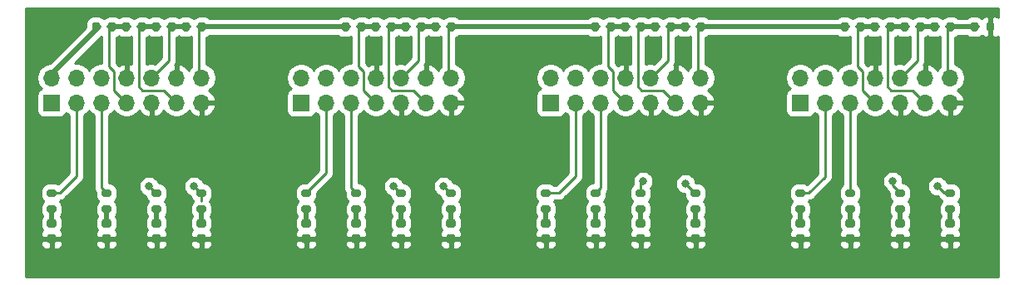
<source format=gbr>
G04 #@! TF.GenerationSoftware,KiCad,Pcbnew,(5.1.10)-1*
G04 #@! TF.CreationDate,2021-09-21T14:09:16-07:00*
G04 #@! TF.ProjectId,Adapter,41646170-7465-4722-9e6b-696361645f70,rev?*
G04 #@! TF.SameCoordinates,Original*
G04 #@! TF.FileFunction,Copper,L1,Top*
G04 #@! TF.FilePolarity,Positive*
%FSLAX46Y46*%
G04 Gerber Fmt 4.6, Leading zero omitted, Abs format (unit mm)*
G04 Created by KiCad (PCBNEW (5.1.10)-1) date 2021-09-21 14:09:16*
%MOMM*%
%LPD*%
G01*
G04 APERTURE LIST*
G04 #@! TA.AperFunction,ComponentPad*
%ADD10R,1.700000X1.700000*%
G04 #@! TD*
G04 #@! TA.AperFunction,ComponentPad*
%ADD11O,1.700000X1.700000*%
G04 #@! TD*
G04 #@! TA.AperFunction,ViaPad*
%ADD12C,0.800000*%
G04 #@! TD*
G04 #@! TA.AperFunction,Conductor*
%ADD13C,0.500000*%
G04 #@! TD*
G04 #@! TA.AperFunction,Conductor*
%ADD14C,0.250000*%
G04 #@! TD*
G04 #@! TA.AperFunction,Conductor*
%ADD15C,0.254000*%
G04 #@! TD*
G04 #@! TA.AperFunction,Conductor*
%ADD16C,0.100000*%
G04 #@! TD*
G04 APERTURE END LIST*
G04 #@! TA.AperFunction,SMDPad,CuDef*
G36*
G01*
X61997000Y-85553000D02*
X61447000Y-85553000D01*
G75*
G02*
X61247000Y-85353000I0J200000D01*
G01*
X61247000Y-84953000D01*
G75*
G02*
X61447000Y-84753000I200000J0D01*
G01*
X61997000Y-84753000D01*
G75*
G02*
X62197000Y-84953000I0J-200000D01*
G01*
X62197000Y-85353000D01*
G75*
G02*
X61997000Y-85553000I-200000J0D01*
G01*
G37*
G04 #@! TD.AperFunction*
G04 #@! TA.AperFunction,SMDPad,CuDef*
G36*
G01*
X61997000Y-83903000D02*
X61447000Y-83903000D01*
G75*
G02*
X61247000Y-83703000I0J200000D01*
G01*
X61247000Y-83303000D01*
G75*
G02*
X61447000Y-83103000I200000J0D01*
G01*
X61997000Y-83103000D01*
G75*
G02*
X62197000Y-83303000I0J-200000D01*
G01*
X62197000Y-83703000D01*
G75*
G02*
X61997000Y-83903000I-200000J0D01*
G01*
G37*
G04 #@! TD.AperFunction*
G04 #@! TA.AperFunction,SMDPad,CuDef*
G36*
G01*
X87905000Y-85553000D02*
X87355000Y-85553000D01*
G75*
G02*
X87155000Y-85353000I0J200000D01*
G01*
X87155000Y-84953000D01*
G75*
G02*
X87355000Y-84753000I200000J0D01*
G01*
X87905000Y-84753000D01*
G75*
G02*
X88105000Y-84953000I0J-200000D01*
G01*
X88105000Y-85353000D01*
G75*
G02*
X87905000Y-85553000I-200000J0D01*
G01*
G37*
G04 #@! TD.AperFunction*
G04 #@! TA.AperFunction,SMDPad,CuDef*
G36*
G01*
X87905000Y-83903000D02*
X87355000Y-83903000D01*
G75*
G02*
X87155000Y-83703000I0J200000D01*
G01*
X87155000Y-83303000D01*
G75*
G02*
X87355000Y-83103000I200000J0D01*
G01*
X87905000Y-83103000D01*
G75*
G02*
X88105000Y-83303000I0J-200000D01*
G01*
X88105000Y-83703000D01*
G75*
G02*
X87905000Y-83903000I-200000J0D01*
G01*
G37*
G04 #@! TD.AperFunction*
G04 #@! TA.AperFunction,SMDPad,CuDef*
G36*
G01*
X112289000Y-85553000D02*
X111739000Y-85553000D01*
G75*
G02*
X111539000Y-85353000I0J200000D01*
G01*
X111539000Y-84953000D01*
G75*
G02*
X111739000Y-84753000I200000J0D01*
G01*
X112289000Y-84753000D01*
G75*
G02*
X112489000Y-84953000I0J-200000D01*
G01*
X112489000Y-85353000D01*
G75*
G02*
X112289000Y-85553000I-200000J0D01*
G01*
G37*
G04 #@! TD.AperFunction*
G04 #@! TA.AperFunction,SMDPad,CuDef*
G36*
G01*
X112289000Y-83903000D02*
X111739000Y-83903000D01*
G75*
G02*
X111539000Y-83703000I0J200000D01*
G01*
X111539000Y-83303000D01*
G75*
G02*
X111739000Y-83103000I200000J0D01*
G01*
X112289000Y-83103000D01*
G75*
G02*
X112489000Y-83303000I0J-200000D01*
G01*
X112489000Y-83703000D01*
G75*
G02*
X112289000Y-83903000I-200000J0D01*
G01*
G37*
G04 #@! TD.AperFunction*
G04 #@! TA.AperFunction,SMDPad,CuDef*
G36*
G01*
X138197000Y-83903000D02*
X137647000Y-83903000D01*
G75*
G02*
X137447000Y-83703000I0J200000D01*
G01*
X137447000Y-83303000D01*
G75*
G02*
X137647000Y-83103000I200000J0D01*
G01*
X138197000Y-83103000D01*
G75*
G02*
X138397000Y-83303000I0J-200000D01*
G01*
X138397000Y-83703000D01*
G75*
G02*
X138197000Y-83903000I-200000J0D01*
G01*
G37*
G04 #@! TD.AperFunction*
G04 #@! TA.AperFunction,SMDPad,CuDef*
G36*
G01*
X138197000Y-85553000D02*
X137647000Y-85553000D01*
G75*
G02*
X137447000Y-85353000I0J200000D01*
G01*
X137447000Y-84953000D01*
G75*
G02*
X137647000Y-84753000I200000J0D01*
G01*
X138197000Y-84753000D01*
G75*
G02*
X138397000Y-84953000I0J-200000D01*
G01*
X138397000Y-85353000D01*
G75*
G02*
X138197000Y-85553000I-200000J0D01*
G01*
G37*
G04 #@! TD.AperFunction*
G04 #@! TA.AperFunction,SMDPad,CuDef*
G36*
G01*
X67585000Y-85553000D02*
X67035000Y-85553000D01*
G75*
G02*
X66835000Y-85353000I0J200000D01*
G01*
X66835000Y-84953000D01*
G75*
G02*
X67035000Y-84753000I200000J0D01*
G01*
X67585000Y-84753000D01*
G75*
G02*
X67785000Y-84953000I0J-200000D01*
G01*
X67785000Y-85353000D01*
G75*
G02*
X67585000Y-85553000I-200000J0D01*
G01*
G37*
G04 #@! TD.AperFunction*
G04 #@! TA.AperFunction,SMDPad,CuDef*
G36*
G01*
X67585000Y-83903000D02*
X67035000Y-83903000D01*
G75*
G02*
X66835000Y-83703000I0J200000D01*
G01*
X66835000Y-83303000D01*
G75*
G02*
X67035000Y-83103000I200000J0D01*
G01*
X67585000Y-83103000D01*
G75*
G02*
X67785000Y-83303000I0J-200000D01*
G01*
X67785000Y-83703000D01*
G75*
G02*
X67585000Y-83903000I-200000J0D01*
G01*
G37*
G04 #@! TD.AperFunction*
G04 #@! TA.AperFunction,SMDPad,CuDef*
G36*
G01*
X92985000Y-85553000D02*
X92435000Y-85553000D01*
G75*
G02*
X92235000Y-85353000I0J200000D01*
G01*
X92235000Y-84953000D01*
G75*
G02*
X92435000Y-84753000I200000J0D01*
G01*
X92985000Y-84753000D01*
G75*
G02*
X93185000Y-84953000I0J-200000D01*
G01*
X93185000Y-85353000D01*
G75*
G02*
X92985000Y-85553000I-200000J0D01*
G01*
G37*
G04 #@! TD.AperFunction*
G04 #@! TA.AperFunction,SMDPad,CuDef*
G36*
G01*
X92985000Y-83903000D02*
X92435000Y-83903000D01*
G75*
G02*
X92235000Y-83703000I0J200000D01*
G01*
X92235000Y-83303000D01*
G75*
G02*
X92435000Y-83103000I200000J0D01*
G01*
X92985000Y-83103000D01*
G75*
G02*
X93185000Y-83303000I0J-200000D01*
G01*
X93185000Y-83703000D01*
G75*
G02*
X92985000Y-83903000I-200000J0D01*
G01*
G37*
G04 #@! TD.AperFunction*
G04 #@! TA.AperFunction,SMDPad,CuDef*
G36*
G01*
X117369000Y-85553000D02*
X116819000Y-85553000D01*
G75*
G02*
X116619000Y-85353000I0J200000D01*
G01*
X116619000Y-84953000D01*
G75*
G02*
X116819000Y-84753000I200000J0D01*
G01*
X117369000Y-84753000D01*
G75*
G02*
X117569000Y-84953000I0J-200000D01*
G01*
X117569000Y-85353000D01*
G75*
G02*
X117369000Y-85553000I-200000J0D01*
G01*
G37*
G04 #@! TD.AperFunction*
G04 #@! TA.AperFunction,SMDPad,CuDef*
G36*
G01*
X117369000Y-83903000D02*
X116819000Y-83903000D01*
G75*
G02*
X116619000Y-83703000I0J200000D01*
G01*
X116619000Y-83303000D01*
G75*
G02*
X116819000Y-83103000I200000J0D01*
G01*
X117369000Y-83103000D01*
G75*
G02*
X117569000Y-83303000I0J-200000D01*
G01*
X117569000Y-83703000D01*
G75*
G02*
X117369000Y-83903000I-200000J0D01*
G01*
G37*
G04 #@! TD.AperFunction*
G04 #@! TA.AperFunction,SMDPad,CuDef*
G36*
G01*
X143277000Y-83903000D02*
X142727000Y-83903000D01*
G75*
G02*
X142527000Y-83703000I0J200000D01*
G01*
X142527000Y-83303000D01*
G75*
G02*
X142727000Y-83103000I200000J0D01*
G01*
X143277000Y-83103000D01*
G75*
G02*
X143477000Y-83303000I0J-200000D01*
G01*
X143477000Y-83703000D01*
G75*
G02*
X143277000Y-83903000I-200000J0D01*
G01*
G37*
G04 #@! TD.AperFunction*
G04 #@! TA.AperFunction,SMDPad,CuDef*
G36*
G01*
X143277000Y-85553000D02*
X142727000Y-85553000D01*
G75*
G02*
X142527000Y-85353000I0J200000D01*
G01*
X142527000Y-84953000D01*
G75*
G02*
X142727000Y-84753000I200000J0D01*
G01*
X143277000Y-84753000D01*
G75*
G02*
X143477000Y-84953000I0J-200000D01*
G01*
X143477000Y-85353000D01*
G75*
G02*
X143277000Y-85553000I-200000J0D01*
G01*
G37*
G04 #@! TD.AperFunction*
G04 #@! TA.AperFunction,SMDPad,CuDef*
G36*
G01*
X72665000Y-85553000D02*
X72115000Y-85553000D01*
G75*
G02*
X71915000Y-85353000I0J200000D01*
G01*
X71915000Y-84953000D01*
G75*
G02*
X72115000Y-84753000I200000J0D01*
G01*
X72665000Y-84753000D01*
G75*
G02*
X72865000Y-84953000I0J-200000D01*
G01*
X72865000Y-85353000D01*
G75*
G02*
X72665000Y-85553000I-200000J0D01*
G01*
G37*
G04 #@! TD.AperFunction*
G04 #@! TA.AperFunction,SMDPad,CuDef*
G36*
G01*
X72665000Y-83903000D02*
X72115000Y-83903000D01*
G75*
G02*
X71915000Y-83703000I0J200000D01*
G01*
X71915000Y-83303000D01*
G75*
G02*
X72115000Y-83103000I200000J0D01*
G01*
X72665000Y-83103000D01*
G75*
G02*
X72865000Y-83303000I0J-200000D01*
G01*
X72865000Y-83703000D01*
G75*
G02*
X72665000Y-83903000I-200000J0D01*
G01*
G37*
G04 #@! TD.AperFunction*
G04 #@! TA.AperFunction,SMDPad,CuDef*
G36*
G01*
X97557000Y-85553000D02*
X97007000Y-85553000D01*
G75*
G02*
X96807000Y-85353000I0J200000D01*
G01*
X96807000Y-84953000D01*
G75*
G02*
X97007000Y-84753000I200000J0D01*
G01*
X97557000Y-84753000D01*
G75*
G02*
X97757000Y-84953000I0J-200000D01*
G01*
X97757000Y-85353000D01*
G75*
G02*
X97557000Y-85553000I-200000J0D01*
G01*
G37*
G04 #@! TD.AperFunction*
G04 #@! TA.AperFunction,SMDPad,CuDef*
G36*
G01*
X97557000Y-83903000D02*
X97007000Y-83903000D01*
G75*
G02*
X96807000Y-83703000I0J200000D01*
G01*
X96807000Y-83303000D01*
G75*
G02*
X97007000Y-83103000I200000J0D01*
G01*
X97557000Y-83103000D01*
G75*
G02*
X97757000Y-83303000I0J-200000D01*
G01*
X97757000Y-83703000D01*
G75*
G02*
X97557000Y-83903000I-200000J0D01*
G01*
G37*
G04 #@! TD.AperFunction*
G04 #@! TA.AperFunction,SMDPad,CuDef*
G36*
G01*
X121941000Y-85553000D02*
X121391000Y-85553000D01*
G75*
G02*
X121191000Y-85353000I0J200000D01*
G01*
X121191000Y-84953000D01*
G75*
G02*
X121391000Y-84753000I200000J0D01*
G01*
X121941000Y-84753000D01*
G75*
G02*
X122141000Y-84953000I0J-200000D01*
G01*
X122141000Y-85353000D01*
G75*
G02*
X121941000Y-85553000I-200000J0D01*
G01*
G37*
G04 #@! TD.AperFunction*
G04 #@! TA.AperFunction,SMDPad,CuDef*
G36*
G01*
X121941000Y-83903000D02*
X121391000Y-83903000D01*
G75*
G02*
X121191000Y-83703000I0J200000D01*
G01*
X121191000Y-83303000D01*
G75*
G02*
X121391000Y-83103000I200000J0D01*
G01*
X121941000Y-83103000D01*
G75*
G02*
X122141000Y-83303000I0J-200000D01*
G01*
X122141000Y-83703000D01*
G75*
G02*
X121941000Y-83903000I-200000J0D01*
G01*
G37*
G04 #@! TD.AperFunction*
G04 #@! TA.AperFunction,SMDPad,CuDef*
G36*
G01*
X148357000Y-83903000D02*
X147807000Y-83903000D01*
G75*
G02*
X147607000Y-83703000I0J200000D01*
G01*
X147607000Y-83303000D01*
G75*
G02*
X147807000Y-83103000I200000J0D01*
G01*
X148357000Y-83103000D01*
G75*
G02*
X148557000Y-83303000I0J-200000D01*
G01*
X148557000Y-83703000D01*
G75*
G02*
X148357000Y-83903000I-200000J0D01*
G01*
G37*
G04 #@! TD.AperFunction*
G04 #@! TA.AperFunction,SMDPad,CuDef*
G36*
G01*
X148357000Y-85553000D02*
X147807000Y-85553000D01*
G75*
G02*
X147607000Y-85353000I0J200000D01*
G01*
X147607000Y-84953000D01*
G75*
G02*
X147807000Y-84753000I200000J0D01*
G01*
X148357000Y-84753000D01*
G75*
G02*
X148557000Y-84953000I0J-200000D01*
G01*
X148557000Y-85353000D01*
G75*
G02*
X148357000Y-85553000I-200000J0D01*
G01*
G37*
G04 #@! TD.AperFunction*
G04 #@! TA.AperFunction,SMDPad,CuDef*
G36*
G01*
X77237000Y-83903000D02*
X76687000Y-83903000D01*
G75*
G02*
X76487000Y-83703000I0J200000D01*
G01*
X76487000Y-83303000D01*
G75*
G02*
X76687000Y-83103000I200000J0D01*
G01*
X77237000Y-83103000D01*
G75*
G02*
X77437000Y-83303000I0J-200000D01*
G01*
X77437000Y-83703000D01*
G75*
G02*
X77237000Y-83903000I-200000J0D01*
G01*
G37*
G04 #@! TD.AperFunction*
G04 #@! TA.AperFunction,SMDPad,CuDef*
G36*
G01*
X77237000Y-85553000D02*
X76687000Y-85553000D01*
G75*
G02*
X76487000Y-85353000I0J200000D01*
G01*
X76487000Y-84953000D01*
G75*
G02*
X76687000Y-84753000I200000J0D01*
G01*
X77237000Y-84753000D01*
G75*
G02*
X77437000Y-84953000I0J-200000D01*
G01*
X77437000Y-85353000D01*
G75*
G02*
X77237000Y-85553000I-200000J0D01*
G01*
G37*
G04 #@! TD.AperFunction*
G04 #@! TA.AperFunction,SMDPad,CuDef*
G36*
G01*
X102637000Y-85553000D02*
X102087000Y-85553000D01*
G75*
G02*
X101887000Y-85353000I0J200000D01*
G01*
X101887000Y-84953000D01*
G75*
G02*
X102087000Y-84753000I200000J0D01*
G01*
X102637000Y-84753000D01*
G75*
G02*
X102837000Y-84953000I0J-200000D01*
G01*
X102837000Y-85353000D01*
G75*
G02*
X102637000Y-85553000I-200000J0D01*
G01*
G37*
G04 #@! TD.AperFunction*
G04 #@! TA.AperFunction,SMDPad,CuDef*
G36*
G01*
X102637000Y-83903000D02*
X102087000Y-83903000D01*
G75*
G02*
X101887000Y-83703000I0J200000D01*
G01*
X101887000Y-83303000D01*
G75*
G02*
X102087000Y-83103000I200000J0D01*
G01*
X102637000Y-83103000D01*
G75*
G02*
X102837000Y-83303000I0J-200000D01*
G01*
X102837000Y-83703000D01*
G75*
G02*
X102637000Y-83903000I-200000J0D01*
G01*
G37*
G04 #@! TD.AperFunction*
G04 #@! TA.AperFunction,SMDPad,CuDef*
G36*
G01*
X127529000Y-85553000D02*
X126979000Y-85553000D01*
G75*
G02*
X126779000Y-85353000I0J200000D01*
G01*
X126779000Y-84953000D01*
G75*
G02*
X126979000Y-84753000I200000J0D01*
G01*
X127529000Y-84753000D01*
G75*
G02*
X127729000Y-84953000I0J-200000D01*
G01*
X127729000Y-85353000D01*
G75*
G02*
X127529000Y-85553000I-200000J0D01*
G01*
G37*
G04 #@! TD.AperFunction*
G04 #@! TA.AperFunction,SMDPad,CuDef*
G36*
G01*
X127529000Y-83903000D02*
X126979000Y-83903000D01*
G75*
G02*
X126779000Y-83703000I0J200000D01*
G01*
X126779000Y-83303000D01*
G75*
G02*
X126979000Y-83103000I200000J0D01*
G01*
X127529000Y-83103000D01*
G75*
G02*
X127729000Y-83303000I0J-200000D01*
G01*
X127729000Y-83703000D01*
G75*
G02*
X127529000Y-83903000I-200000J0D01*
G01*
G37*
G04 #@! TD.AperFunction*
G04 #@! TA.AperFunction,SMDPad,CuDef*
G36*
G01*
X153437000Y-83903000D02*
X152887000Y-83903000D01*
G75*
G02*
X152687000Y-83703000I0J200000D01*
G01*
X152687000Y-83303000D01*
G75*
G02*
X152887000Y-83103000I200000J0D01*
G01*
X153437000Y-83103000D01*
G75*
G02*
X153637000Y-83303000I0J-200000D01*
G01*
X153637000Y-83703000D01*
G75*
G02*
X153437000Y-83903000I-200000J0D01*
G01*
G37*
G04 #@! TD.AperFunction*
G04 #@! TA.AperFunction,SMDPad,CuDef*
G36*
G01*
X153437000Y-85553000D02*
X152887000Y-85553000D01*
G75*
G02*
X152687000Y-85353000I0J200000D01*
G01*
X152687000Y-84953000D01*
G75*
G02*
X152887000Y-84753000I200000J0D01*
G01*
X153437000Y-84753000D01*
G75*
G02*
X153637000Y-84953000I0J-200000D01*
G01*
X153637000Y-85353000D01*
G75*
G02*
X153437000Y-85553000I-200000J0D01*
G01*
G37*
G04 #@! TD.AperFunction*
G04 #@! TA.AperFunction,SMDPad,CuDef*
G36*
G01*
X67481000Y-66823000D02*
X67481000Y-66273000D01*
G75*
G02*
X67681000Y-66073000I200000J0D01*
G01*
X68081000Y-66073000D01*
G75*
G02*
X68281000Y-66273000I0J-200000D01*
G01*
X68281000Y-66823000D01*
G75*
G02*
X68081000Y-67023000I-200000J0D01*
G01*
X67681000Y-67023000D01*
G75*
G02*
X67481000Y-66823000I0J200000D01*
G01*
G37*
G04 #@! TD.AperFunction*
G04 #@! TA.AperFunction,SMDPad,CuDef*
G36*
G01*
X65831000Y-66823000D02*
X65831000Y-66273000D01*
G75*
G02*
X66031000Y-66073000I200000J0D01*
G01*
X66431000Y-66073000D01*
G75*
G02*
X66631000Y-66273000I0J-200000D01*
G01*
X66631000Y-66823000D01*
G75*
G02*
X66431000Y-67023000I-200000J0D01*
G01*
X66031000Y-67023000D01*
G75*
G02*
X65831000Y-66823000I0J200000D01*
G01*
G37*
G04 #@! TD.AperFunction*
G04 #@! TA.AperFunction,SMDPad,CuDef*
G36*
G01*
X70529000Y-66823000D02*
X70529000Y-66273000D01*
G75*
G02*
X70729000Y-66073000I200000J0D01*
G01*
X71129000Y-66073000D01*
G75*
G02*
X71329000Y-66273000I0J-200000D01*
G01*
X71329000Y-66823000D01*
G75*
G02*
X71129000Y-67023000I-200000J0D01*
G01*
X70729000Y-67023000D01*
G75*
G02*
X70529000Y-66823000I0J200000D01*
G01*
G37*
G04 #@! TD.AperFunction*
G04 #@! TA.AperFunction,SMDPad,CuDef*
G36*
G01*
X68879000Y-66823000D02*
X68879000Y-66273000D01*
G75*
G02*
X69079000Y-66073000I200000J0D01*
G01*
X69479000Y-66073000D01*
G75*
G02*
X69679000Y-66273000I0J-200000D01*
G01*
X69679000Y-66823000D01*
G75*
G02*
X69479000Y-67023000I-200000J0D01*
G01*
X69079000Y-67023000D01*
G75*
G02*
X68879000Y-66823000I0J200000D01*
G01*
G37*
G04 #@! TD.AperFunction*
G04 #@! TA.AperFunction,SMDPad,CuDef*
G36*
G01*
X73577000Y-66823000D02*
X73577000Y-66273000D01*
G75*
G02*
X73777000Y-66073000I200000J0D01*
G01*
X74177000Y-66073000D01*
G75*
G02*
X74377000Y-66273000I0J-200000D01*
G01*
X74377000Y-66823000D01*
G75*
G02*
X74177000Y-67023000I-200000J0D01*
G01*
X73777000Y-67023000D01*
G75*
G02*
X73577000Y-66823000I0J200000D01*
G01*
G37*
G04 #@! TD.AperFunction*
G04 #@! TA.AperFunction,SMDPad,CuDef*
G36*
G01*
X71927000Y-66823000D02*
X71927000Y-66273000D01*
G75*
G02*
X72127000Y-66073000I200000J0D01*
G01*
X72527000Y-66073000D01*
G75*
G02*
X72727000Y-66273000I0J-200000D01*
G01*
X72727000Y-66823000D01*
G75*
G02*
X72527000Y-67023000I-200000J0D01*
G01*
X72127000Y-67023000D01*
G75*
G02*
X71927000Y-66823000I0J200000D01*
G01*
G37*
G04 #@! TD.AperFunction*
G04 #@! TA.AperFunction,SMDPad,CuDef*
G36*
G01*
X76625000Y-66823000D02*
X76625000Y-66273000D01*
G75*
G02*
X76825000Y-66073000I200000J0D01*
G01*
X77225000Y-66073000D01*
G75*
G02*
X77425000Y-66273000I0J-200000D01*
G01*
X77425000Y-66823000D01*
G75*
G02*
X77225000Y-67023000I-200000J0D01*
G01*
X76825000Y-67023000D01*
G75*
G02*
X76625000Y-66823000I0J200000D01*
G01*
G37*
G04 #@! TD.AperFunction*
G04 #@! TA.AperFunction,SMDPad,CuDef*
G36*
G01*
X74975000Y-66823000D02*
X74975000Y-66273000D01*
G75*
G02*
X75175000Y-66073000I200000J0D01*
G01*
X75575000Y-66073000D01*
G75*
G02*
X75775000Y-66273000I0J-200000D01*
G01*
X75775000Y-66823000D01*
G75*
G02*
X75575000Y-67023000I-200000J0D01*
G01*
X75175000Y-67023000D01*
G75*
G02*
X74975000Y-66823000I0J200000D01*
G01*
G37*
G04 #@! TD.AperFunction*
G04 #@! TA.AperFunction,SMDPad,CuDef*
G36*
G01*
X92881000Y-66823000D02*
X92881000Y-66273000D01*
G75*
G02*
X93081000Y-66073000I200000J0D01*
G01*
X93481000Y-66073000D01*
G75*
G02*
X93681000Y-66273000I0J-200000D01*
G01*
X93681000Y-66823000D01*
G75*
G02*
X93481000Y-67023000I-200000J0D01*
G01*
X93081000Y-67023000D01*
G75*
G02*
X92881000Y-66823000I0J200000D01*
G01*
G37*
G04 #@! TD.AperFunction*
G04 #@! TA.AperFunction,SMDPad,CuDef*
G36*
G01*
X91231000Y-66823000D02*
X91231000Y-66273000D01*
G75*
G02*
X91431000Y-66073000I200000J0D01*
G01*
X91831000Y-66073000D01*
G75*
G02*
X92031000Y-66273000I0J-200000D01*
G01*
X92031000Y-66823000D01*
G75*
G02*
X91831000Y-67023000I-200000J0D01*
G01*
X91431000Y-67023000D01*
G75*
G02*
X91231000Y-66823000I0J200000D01*
G01*
G37*
G04 #@! TD.AperFunction*
G04 #@! TA.AperFunction,SMDPad,CuDef*
G36*
G01*
X95929000Y-66823000D02*
X95929000Y-66273000D01*
G75*
G02*
X96129000Y-66073000I200000J0D01*
G01*
X96529000Y-66073000D01*
G75*
G02*
X96729000Y-66273000I0J-200000D01*
G01*
X96729000Y-66823000D01*
G75*
G02*
X96529000Y-67023000I-200000J0D01*
G01*
X96129000Y-67023000D01*
G75*
G02*
X95929000Y-66823000I0J200000D01*
G01*
G37*
G04 #@! TD.AperFunction*
G04 #@! TA.AperFunction,SMDPad,CuDef*
G36*
G01*
X94279000Y-66823000D02*
X94279000Y-66273000D01*
G75*
G02*
X94479000Y-66073000I200000J0D01*
G01*
X94879000Y-66073000D01*
G75*
G02*
X95079000Y-66273000I0J-200000D01*
G01*
X95079000Y-66823000D01*
G75*
G02*
X94879000Y-67023000I-200000J0D01*
G01*
X94479000Y-67023000D01*
G75*
G02*
X94279000Y-66823000I0J200000D01*
G01*
G37*
G04 #@! TD.AperFunction*
G04 #@! TA.AperFunction,SMDPad,CuDef*
G36*
G01*
X98977000Y-66823000D02*
X98977000Y-66273000D01*
G75*
G02*
X99177000Y-66073000I200000J0D01*
G01*
X99577000Y-66073000D01*
G75*
G02*
X99777000Y-66273000I0J-200000D01*
G01*
X99777000Y-66823000D01*
G75*
G02*
X99577000Y-67023000I-200000J0D01*
G01*
X99177000Y-67023000D01*
G75*
G02*
X98977000Y-66823000I0J200000D01*
G01*
G37*
G04 #@! TD.AperFunction*
G04 #@! TA.AperFunction,SMDPad,CuDef*
G36*
G01*
X97327000Y-66823000D02*
X97327000Y-66273000D01*
G75*
G02*
X97527000Y-66073000I200000J0D01*
G01*
X97927000Y-66073000D01*
G75*
G02*
X98127000Y-66273000I0J-200000D01*
G01*
X98127000Y-66823000D01*
G75*
G02*
X97927000Y-67023000I-200000J0D01*
G01*
X97527000Y-67023000D01*
G75*
G02*
X97327000Y-66823000I0J200000D01*
G01*
G37*
G04 #@! TD.AperFunction*
G04 #@! TA.AperFunction,SMDPad,CuDef*
G36*
G01*
X102027000Y-66823000D02*
X102027000Y-66273000D01*
G75*
G02*
X102227000Y-66073000I200000J0D01*
G01*
X102627000Y-66073000D01*
G75*
G02*
X102827000Y-66273000I0J-200000D01*
G01*
X102827000Y-66823000D01*
G75*
G02*
X102627000Y-67023000I-200000J0D01*
G01*
X102227000Y-67023000D01*
G75*
G02*
X102027000Y-66823000I0J200000D01*
G01*
G37*
G04 #@! TD.AperFunction*
G04 #@! TA.AperFunction,SMDPad,CuDef*
G36*
G01*
X100377000Y-66823000D02*
X100377000Y-66273000D01*
G75*
G02*
X100577000Y-66073000I200000J0D01*
G01*
X100977000Y-66073000D01*
G75*
G02*
X101177000Y-66273000I0J-200000D01*
G01*
X101177000Y-66823000D01*
G75*
G02*
X100977000Y-67023000I-200000J0D01*
G01*
X100577000Y-67023000D01*
G75*
G02*
X100377000Y-66823000I0J200000D01*
G01*
G37*
G04 #@! TD.AperFunction*
G04 #@! TA.AperFunction,SMDPad,CuDef*
G36*
G01*
X118279000Y-66823000D02*
X118279000Y-66273000D01*
G75*
G02*
X118479000Y-66073000I200000J0D01*
G01*
X118879000Y-66073000D01*
G75*
G02*
X119079000Y-66273000I0J-200000D01*
G01*
X119079000Y-66823000D01*
G75*
G02*
X118879000Y-67023000I-200000J0D01*
G01*
X118479000Y-67023000D01*
G75*
G02*
X118279000Y-66823000I0J200000D01*
G01*
G37*
G04 #@! TD.AperFunction*
G04 #@! TA.AperFunction,SMDPad,CuDef*
G36*
G01*
X116629000Y-66823000D02*
X116629000Y-66273000D01*
G75*
G02*
X116829000Y-66073000I200000J0D01*
G01*
X117229000Y-66073000D01*
G75*
G02*
X117429000Y-66273000I0J-200000D01*
G01*
X117429000Y-66823000D01*
G75*
G02*
X117229000Y-67023000I-200000J0D01*
G01*
X116829000Y-67023000D01*
G75*
G02*
X116629000Y-66823000I0J200000D01*
G01*
G37*
G04 #@! TD.AperFunction*
G04 #@! TA.AperFunction,SMDPad,CuDef*
G36*
G01*
X121329000Y-66823000D02*
X121329000Y-66273000D01*
G75*
G02*
X121529000Y-66073000I200000J0D01*
G01*
X121929000Y-66073000D01*
G75*
G02*
X122129000Y-66273000I0J-200000D01*
G01*
X122129000Y-66823000D01*
G75*
G02*
X121929000Y-67023000I-200000J0D01*
G01*
X121529000Y-67023000D01*
G75*
G02*
X121329000Y-66823000I0J200000D01*
G01*
G37*
G04 #@! TD.AperFunction*
G04 #@! TA.AperFunction,SMDPad,CuDef*
G36*
G01*
X119679000Y-66823000D02*
X119679000Y-66273000D01*
G75*
G02*
X119879000Y-66073000I200000J0D01*
G01*
X120279000Y-66073000D01*
G75*
G02*
X120479000Y-66273000I0J-200000D01*
G01*
X120479000Y-66823000D01*
G75*
G02*
X120279000Y-67023000I-200000J0D01*
G01*
X119879000Y-67023000D01*
G75*
G02*
X119679000Y-66823000I0J200000D01*
G01*
G37*
G04 #@! TD.AperFunction*
G04 #@! TA.AperFunction,SMDPad,CuDef*
G36*
G01*
X124377000Y-66823000D02*
X124377000Y-66273000D01*
G75*
G02*
X124577000Y-66073000I200000J0D01*
G01*
X124977000Y-66073000D01*
G75*
G02*
X125177000Y-66273000I0J-200000D01*
G01*
X125177000Y-66823000D01*
G75*
G02*
X124977000Y-67023000I-200000J0D01*
G01*
X124577000Y-67023000D01*
G75*
G02*
X124377000Y-66823000I0J200000D01*
G01*
G37*
G04 #@! TD.AperFunction*
G04 #@! TA.AperFunction,SMDPad,CuDef*
G36*
G01*
X122727000Y-66823000D02*
X122727000Y-66273000D01*
G75*
G02*
X122927000Y-66073000I200000J0D01*
G01*
X123327000Y-66073000D01*
G75*
G02*
X123527000Y-66273000I0J-200000D01*
G01*
X123527000Y-66823000D01*
G75*
G02*
X123327000Y-67023000I-200000J0D01*
G01*
X122927000Y-67023000D01*
G75*
G02*
X122727000Y-66823000I0J200000D01*
G01*
G37*
G04 #@! TD.AperFunction*
G04 #@! TA.AperFunction,SMDPad,CuDef*
G36*
G01*
X127425000Y-66823000D02*
X127425000Y-66273000D01*
G75*
G02*
X127625000Y-66073000I200000J0D01*
G01*
X128025000Y-66073000D01*
G75*
G02*
X128225000Y-66273000I0J-200000D01*
G01*
X128225000Y-66823000D01*
G75*
G02*
X128025000Y-67023000I-200000J0D01*
G01*
X127625000Y-67023000D01*
G75*
G02*
X127425000Y-66823000I0J200000D01*
G01*
G37*
G04 #@! TD.AperFunction*
G04 #@! TA.AperFunction,SMDPad,CuDef*
G36*
G01*
X125775000Y-66823000D02*
X125775000Y-66273000D01*
G75*
G02*
X125975000Y-66073000I200000J0D01*
G01*
X126375000Y-66073000D01*
G75*
G02*
X126575000Y-66273000I0J-200000D01*
G01*
X126575000Y-66823000D01*
G75*
G02*
X126375000Y-67023000I-200000J0D01*
G01*
X125975000Y-67023000D01*
G75*
G02*
X125775000Y-66823000I0J200000D01*
G01*
G37*
G04 #@! TD.AperFunction*
G04 #@! TA.AperFunction,SMDPad,CuDef*
G36*
G01*
X143679000Y-66823000D02*
X143679000Y-66273000D01*
G75*
G02*
X143879000Y-66073000I200000J0D01*
G01*
X144279000Y-66073000D01*
G75*
G02*
X144479000Y-66273000I0J-200000D01*
G01*
X144479000Y-66823000D01*
G75*
G02*
X144279000Y-67023000I-200000J0D01*
G01*
X143879000Y-67023000D01*
G75*
G02*
X143679000Y-66823000I0J200000D01*
G01*
G37*
G04 #@! TD.AperFunction*
G04 #@! TA.AperFunction,SMDPad,CuDef*
G36*
G01*
X142029000Y-66823000D02*
X142029000Y-66273000D01*
G75*
G02*
X142229000Y-66073000I200000J0D01*
G01*
X142629000Y-66073000D01*
G75*
G02*
X142829000Y-66273000I0J-200000D01*
G01*
X142829000Y-66823000D01*
G75*
G02*
X142629000Y-67023000I-200000J0D01*
G01*
X142229000Y-67023000D01*
G75*
G02*
X142029000Y-66823000I0J200000D01*
G01*
G37*
G04 #@! TD.AperFunction*
G04 #@! TA.AperFunction,SMDPad,CuDef*
G36*
G01*
X146729000Y-66823000D02*
X146729000Y-66273000D01*
G75*
G02*
X146929000Y-66073000I200000J0D01*
G01*
X147329000Y-66073000D01*
G75*
G02*
X147529000Y-66273000I0J-200000D01*
G01*
X147529000Y-66823000D01*
G75*
G02*
X147329000Y-67023000I-200000J0D01*
G01*
X146929000Y-67023000D01*
G75*
G02*
X146729000Y-66823000I0J200000D01*
G01*
G37*
G04 #@! TD.AperFunction*
G04 #@! TA.AperFunction,SMDPad,CuDef*
G36*
G01*
X145079000Y-66823000D02*
X145079000Y-66273000D01*
G75*
G02*
X145279000Y-66073000I200000J0D01*
G01*
X145679000Y-66073000D01*
G75*
G02*
X145879000Y-66273000I0J-200000D01*
G01*
X145879000Y-66823000D01*
G75*
G02*
X145679000Y-67023000I-200000J0D01*
G01*
X145279000Y-67023000D01*
G75*
G02*
X145079000Y-66823000I0J200000D01*
G01*
G37*
G04 #@! TD.AperFunction*
G04 #@! TA.AperFunction,SMDPad,CuDef*
G36*
G01*
X149775000Y-66823000D02*
X149775000Y-66273000D01*
G75*
G02*
X149975000Y-66073000I200000J0D01*
G01*
X150375000Y-66073000D01*
G75*
G02*
X150575000Y-66273000I0J-200000D01*
G01*
X150575000Y-66823000D01*
G75*
G02*
X150375000Y-67023000I-200000J0D01*
G01*
X149975000Y-67023000D01*
G75*
G02*
X149775000Y-66823000I0J200000D01*
G01*
G37*
G04 #@! TD.AperFunction*
G04 #@! TA.AperFunction,SMDPad,CuDef*
G36*
G01*
X148125000Y-66823000D02*
X148125000Y-66273000D01*
G75*
G02*
X148325000Y-66073000I200000J0D01*
G01*
X148725000Y-66073000D01*
G75*
G02*
X148925000Y-66273000I0J-200000D01*
G01*
X148925000Y-66823000D01*
G75*
G02*
X148725000Y-67023000I-200000J0D01*
G01*
X148325000Y-67023000D01*
G75*
G02*
X148125000Y-66823000I0J200000D01*
G01*
G37*
G04 #@! TD.AperFunction*
G04 #@! TA.AperFunction,SMDPad,CuDef*
G36*
G01*
X152823000Y-66823000D02*
X152823000Y-66273000D01*
G75*
G02*
X153023000Y-66073000I200000J0D01*
G01*
X153423000Y-66073000D01*
G75*
G02*
X153623000Y-66273000I0J-200000D01*
G01*
X153623000Y-66823000D01*
G75*
G02*
X153423000Y-67023000I-200000J0D01*
G01*
X153023000Y-67023000D01*
G75*
G02*
X152823000Y-66823000I0J200000D01*
G01*
G37*
G04 #@! TD.AperFunction*
G04 #@! TA.AperFunction,SMDPad,CuDef*
G36*
G01*
X151173000Y-66823000D02*
X151173000Y-66273000D01*
G75*
G02*
X151373000Y-66073000I200000J0D01*
G01*
X151773000Y-66073000D01*
G75*
G02*
X151973000Y-66273000I0J-200000D01*
G01*
X151973000Y-66823000D01*
G75*
G02*
X151773000Y-67023000I-200000J0D01*
G01*
X151373000Y-67023000D01*
G75*
G02*
X151173000Y-66823000I0J200000D01*
G01*
G37*
G04 #@! TD.AperFunction*
G04 #@! TA.AperFunction,SMDPad,CuDef*
G36*
G01*
X156889000Y-66823000D02*
X156889000Y-66273000D01*
G75*
G02*
X157089000Y-66073000I200000J0D01*
G01*
X157489000Y-66073000D01*
G75*
G02*
X157689000Y-66273000I0J-200000D01*
G01*
X157689000Y-66823000D01*
G75*
G02*
X157489000Y-67023000I-200000J0D01*
G01*
X157089000Y-67023000D01*
G75*
G02*
X156889000Y-66823000I0J200000D01*
G01*
G37*
G04 #@! TD.AperFunction*
G04 #@! TA.AperFunction,SMDPad,CuDef*
G36*
G01*
X155239000Y-66823000D02*
X155239000Y-66273000D01*
G75*
G02*
X155439000Y-66073000I200000J0D01*
G01*
X155839000Y-66073000D01*
G75*
G02*
X156039000Y-66273000I0J-200000D01*
G01*
X156039000Y-66823000D01*
G75*
G02*
X155839000Y-67023000I-200000J0D01*
G01*
X155439000Y-67023000D01*
G75*
G02*
X155239000Y-66823000I0J200000D01*
G01*
G37*
G04 #@! TD.AperFunction*
D10*
X137922000Y-74295000D03*
D11*
X137922000Y-71755000D03*
X140462000Y-74295000D03*
X140462000Y-71755000D03*
X143002000Y-74295000D03*
X143002000Y-71755000D03*
X145542000Y-74295000D03*
X145542000Y-71755000D03*
X148082000Y-74295000D03*
X148082000Y-71755000D03*
X150622000Y-74295000D03*
X150622000Y-71755000D03*
X153162000Y-74295000D03*
X153162000Y-71755000D03*
X76962000Y-71755000D03*
X76962000Y-74295000D03*
X74422000Y-71755000D03*
X74422000Y-74295000D03*
X71882000Y-71755000D03*
X71882000Y-74295000D03*
X69342000Y-71755000D03*
X69342000Y-74295000D03*
X66802000Y-71755000D03*
X66802000Y-74295000D03*
X64262000Y-71755000D03*
X64262000Y-74295000D03*
X61722000Y-71755000D03*
D10*
X61722000Y-74295000D03*
D11*
X102362000Y-71755000D03*
X102362000Y-74295000D03*
X99822000Y-71755000D03*
X99822000Y-74295000D03*
X97282000Y-71755000D03*
X97282000Y-74295000D03*
X94742000Y-71755000D03*
X94742000Y-74295000D03*
X92202000Y-71755000D03*
X92202000Y-74295000D03*
X89662000Y-71755000D03*
X89662000Y-74295000D03*
X87122000Y-71755000D03*
D10*
X87122000Y-74295000D03*
X112522000Y-74295000D03*
D11*
X112522000Y-71755000D03*
X115062000Y-74295000D03*
X115062000Y-71755000D03*
X117602000Y-74295000D03*
X117602000Y-71755000D03*
X120142000Y-74295000D03*
X120142000Y-71755000D03*
X122682000Y-74295000D03*
X122682000Y-71755000D03*
X125222000Y-74295000D03*
X125222000Y-71755000D03*
X127762000Y-74295000D03*
X127762000Y-71755000D03*
G04 #@! TA.AperFunction,SMDPad,CuDef*
G36*
G01*
X61978250Y-88601000D02*
X61465750Y-88601000D01*
G75*
G02*
X61247000Y-88382250I0J218750D01*
G01*
X61247000Y-87944750D01*
G75*
G02*
X61465750Y-87726000I218750J0D01*
G01*
X61978250Y-87726000D01*
G75*
G02*
X62197000Y-87944750I0J-218750D01*
G01*
X62197000Y-88382250D01*
G75*
G02*
X61978250Y-88601000I-218750J0D01*
G01*
G37*
G04 #@! TD.AperFunction*
G04 #@! TA.AperFunction,SMDPad,CuDef*
G36*
G01*
X61978250Y-87026000D02*
X61465750Y-87026000D01*
G75*
G02*
X61247000Y-86807250I0J218750D01*
G01*
X61247000Y-86369750D01*
G75*
G02*
X61465750Y-86151000I218750J0D01*
G01*
X61978250Y-86151000D01*
G75*
G02*
X62197000Y-86369750I0J-218750D01*
G01*
X62197000Y-86807250D01*
G75*
G02*
X61978250Y-87026000I-218750J0D01*
G01*
G37*
G04 #@! TD.AperFunction*
G04 #@! TA.AperFunction,SMDPad,CuDef*
G36*
G01*
X87886250Y-88601000D02*
X87373750Y-88601000D01*
G75*
G02*
X87155000Y-88382250I0J218750D01*
G01*
X87155000Y-87944750D01*
G75*
G02*
X87373750Y-87726000I218750J0D01*
G01*
X87886250Y-87726000D01*
G75*
G02*
X88105000Y-87944750I0J-218750D01*
G01*
X88105000Y-88382250D01*
G75*
G02*
X87886250Y-88601000I-218750J0D01*
G01*
G37*
G04 #@! TD.AperFunction*
G04 #@! TA.AperFunction,SMDPad,CuDef*
G36*
G01*
X87886250Y-87026000D02*
X87373750Y-87026000D01*
G75*
G02*
X87155000Y-86807250I0J218750D01*
G01*
X87155000Y-86369750D01*
G75*
G02*
X87373750Y-86151000I218750J0D01*
G01*
X87886250Y-86151000D01*
G75*
G02*
X88105000Y-86369750I0J-218750D01*
G01*
X88105000Y-86807250D01*
G75*
G02*
X87886250Y-87026000I-218750J0D01*
G01*
G37*
G04 #@! TD.AperFunction*
G04 #@! TA.AperFunction,SMDPad,CuDef*
G36*
G01*
X112270250Y-87026000D02*
X111757750Y-87026000D01*
G75*
G02*
X111539000Y-86807250I0J218750D01*
G01*
X111539000Y-86369750D01*
G75*
G02*
X111757750Y-86151000I218750J0D01*
G01*
X112270250Y-86151000D01*
G75*
G02*
X112489000Y-86369750I0J-218750D01*
G01*
X112489000Y-86807250D01*
G75*
G02*
X112270250Y-87026000I-218750J0D01*
G01*
G37*
G04 #@! TD.AperFunction*
G04 #@! TA.AperFunction,SMDPad,CuDef*
G36*
G01*
X112270250Y-88601000D02*
X111757750Y-88601000D01*
G75*
G02*
X111539000Y-88382250I0J218750D01*
G01*
X111539000Y-87944750D01*
G75*
G02*
X111757750Y-87726000I218750J0D01*
G01*
X112270250Y-87726000D01*
G75*
G02*
X112489000Y-87944750I0J-218750D01*
G01*
X112489000Y-88382250D01*
G75*
G02*
X112270250Y-88601000I-218750J0D01*
G01*
G37*
G04 #@! TD.AperFunction*
G04 #@! TA.AperFunction,SMDPad,CuDef*
G36*
G01*
X138178250Y-87026000D02*
X137665750Y-87026000D01*
G75*
G02*
X137447000Y-86807250I0J218750D01*
G01*
X137447000Y-86369750D01*
G75*
G02*
X137665750Y-86151000I218750J0D01*
G01*
X138178250Y-86151000D01*
G75*
G02*
X138397000Y-86369750I0J-218750D01*
G01*
X138397000Y-86807250D01*
G75*
G02*
X138178250Y-87026000I-218750J0D01*
G01*
G37*
G04 #@! TD.AperFunction*
G04 #@! TA.AperFunction,SMDPad,CuDef*
G36*
G01*
X138178250Y-88601000D02*
X137665750Y-88601000D01*
G75*
G02*
X137447000Y-88382250I0J218750D01*
G01*
X137447000Y-87944750D01*
G75*
G02*
X137665750Y-87726000I218750J0D01*
G01*
X138178250Y-87726000D01*
G75*
G02*
X138397000Y-87944750I0J-218750D01*
G01*
X138397000Y-88382250D01*
G75*
G02*
X138178250Y-88601000I-218750J0D01*
G01*
G37*
G04 #@! TD.AperFunction*
G04 #@! TA.AperFunction,SMDPad,CuDef*
G36*
G01*
X67566250Y-88601000D02*
X67053750Y-88601000D01*
G75*
G02*
X66835000Y-88382250I0J218750D01*
G01*
X66835000Y-87944750D01*
G75*
G02*
X67053750Y-87726000I218750J0D01*
G01*
X67566250Y-87726000D01*
G75*
G02*
X67785000Y-87944750I0J-218750D01*
G01*
X67785000Y-88382250D01*
G75*
G02*
X67566250Y-88601000I-218750J0D01*
G01*
G37*
G04 #@! TD.AperFunction*
G04 #@! TA.AperFunction,SMDPad,CuDef*
G36*
G01*
X67566250Y-87026000D02*
X67053750Y-87026000D01*
G75*
G02*
X66835000Y-86807250I0J218750D01*
G01*
X66835000Y-86369750D01*
G75*
G02*
X67053750Y-86151000I218750J0D01*
G01*
X67566250Y-86151000D01*
G75*
G02*
X67785000Y-86369750I0J-218750D01*
G01*
X67785000Y-86807250D01*
G75*
G02*
X67566250Y-87026000I-218750J0D01*
G01*
G37*
G04 #@! TD.AperFunction*
G04 #@! TA.AperFunction,SMDPad,CuDef*
G36*
G01*
X92966250Y-88601000D02*
X92453750Y-88601000D01*
G75*
G02*
X92235000Y-88382250I0J218750D01*
G01*
X92235000Y-87944750D01*
G75*
G02*
X92453750Y-87726000I218750J0D01*
G01*
X92966250Y-87726000D01*
G75*
G02*
X93185000Y-87944750I0J-218750D01*
G01*
X93185000Y-88382250D01*
G75*
G02*
X92966250Y-88601000I-218750J0D01*
G01*
G37*
G04 #@! TD.AperFunction*
G04 #@! TA.AperFunction,SMDPad,CuDef*
G36*
G01*
X92966250Y-87026000D02*
X92453750Y-87026000D01*
G75*
G02*
X92235000Y-86807250I0J218750D01*
G01*
X92235000Y-86369750D01*
G75*
G02*
X92453750Y-86151000I218750J0D01*
G01*
X92966250Y-86151000D01*
G75*
G02*
X93185000Y-86369750I0J-218750D01*
G01*
X93185000Y-86807250D01*
G75*
G02*
X92966250Y-87026000I-218750J0D01*
G01*
G37*
G04 #@! TD.AperFunction*
G04 #@! TA.AperFunction,SMDPad,CuDef*
G36*
G01*
X117350250Y-88601000D02*
X116837750Y-88601000D01*
G75*
G02*
X116619000Y-88382250I0J218750D01*
G01*
X116619000Y-87944750D01*
G75*
G02*
X116837750Y-87726000I218750J0D01*
G01*
X117350250Y-87726000D01*
G75*
G02*
X117569000Y-87944750I0J-218750D01*
G01*
X117569000Y-88382250D01*
G75*
G02*
X117350250Y-88601000I-218750J0D01*
G01*
G37*
G04 #@! TD.AperFunction*
G04 #@! TA.AperFunction,SMDPad,CuDef*
G36*
G01*
X117350250Y-87026000D02*
X116837750Y-87026000D01*
G75*
G02*
X116619000Y-86807250I0J218750D01*
G01*
X116619000Y-86369750D01*
G75*
G02*
X116837750Y-86151000I218750J0D01*
G01*
X117350250Y-86151000D01*
G75*
G02*
X117569000Y-86369750I0J-218750D01*
G01*
X117569000Y-86807250D01*
G75*
G02*
X117350250Y-87026000I-218750J0D01*
G01*
G37*
G04 #@! TD.AperFunction*
G04 #@! TA.AperFunction,SMDPad,CuDef*
G36*
G01*
X143258250Y-88601000D02*
X142745750Y-88601000D01*
G75*
G02*
X142527000Y-88382250I0J218750D01*
G01*
X142527000Y-87944750D01*
G75*
G02*
X142745750Y-87726000I218750J0D01*
G01*
X143258250Y-87726000D01*
G75*
G02*
X143477000Y-87944750I0J-218750D01*
G01*
X143477000Y-88382250D01*
G75*
G02*
X143258250Y-88601000I-218750J0D01*
G01*
G37*
G04 #@! TD.AperFunction*
G04 #@! TA.AperFunction,SMDPad,CuDef*
G36*
G01*
X143258250Y-87026000D02*
X142745750Y-87026000D01*
G75*
G02*
X142527000Y-86807250I0J218750D01*
G01*
X142527000Y-86369750D01*
G75*
G02*
X142745750Y-86151000I218750J0D01*
G01*
X143258250Y-86151000D01*
G75*
G02*
X143477000Y-86369750I0J-218750D01*
G01*
X143477000Y-86807250D01*
G75*
G02*
X143258250Y-87026000I-218750J0D01*
G01*
G37*
G04 #@! TD.AperFunction*
G04 #@! TA.AperFunction,SMDPad,CuDef*
G36*
G01*
X72646250Y-87026000D02*
X72133750Y-87026000D01*
G75*
G02*
X71915000Y-86807250I0J218750D01*
G01*
X71915000Y-86369750D01*
G75*
G02*
X72133750Y-86151000I218750J0D01*
G01*
X72646250Y-86151000D01*
G75*
G02*
X72865000Y-86369750I0J-218750D01*
G01*
X72865000Y-86807250D01*
G75*
G02*
X72646250Y-87026000I-218750J0D01*
G01*
G37*
G04 #@! TD.AperFunction*
G04 #@! TA.AperFunction,SMDPad,CuDef*
G36*
G01*
X72646250Y-88601000D02*
X72133750Y-88601000D01*
G75*
G02*
X71915000Y-88382250I0J218750D01*
G01*
X71915000Y-87944750D01*
G75*
G02*
X72133750Y-87726000I218750J0D01*
G01*
X72646250Y-87726000D01*
G75*
G02*
X72865000Y-87944750I0J-218750D01*
G01*
X72865000Y-88382250D01*
G75*
G02*
X72646250Y-88601000I-218750J0D01*
G01*
G37*
G04 #@! TD.AperFunction*
G04 #@! TA.AperFunction,SMDPad,CuDef*
G36*
G01*
X97538250Y-87026000D02*
X97025750Y-87026000D01*
G75*
G02*
X96807000Y-86807250I0J218750D01*
G01*
X96807000Y-86369750D01*
G75*
G02*
X97025750Y-86151000I218750J0D01*
G01*
X97538250Y-86151000D01*
G75*
G02*
X97757000Y-86369750I0J-218750D01*
G01*
X97757000Y-86807250D01*
G75*
G02*
X97538250Y-87026000I-218750J0D01*
G01*
G37*
G04 #@! TD.AperFunction*
G04 #@! TA.AperFunction,SMDPad,CuDef*
G36*
G01*
X97538250Y-88601000D02*
X97025750Y-88601000D01*
G75*
G02*
X96807000Y-88382250I0J218750D01*
G01*
X96807000Y-87944750D01*
G75*
G02*
X97025750Y-87726000I218750J0D01*
G01*
X97538250Y-87726000D01*
G75*
G02*
X97757000Y-87944750I0J-218750D01*
G01*
X97757000Y-88382250D01*
G75*
G02*
X97538250Y-88601000I-218750J0D01*
G01*
G37*
G04 #@! TD.AperFunction*
G04 #@! TA.AperFunction,SMDPad,CuDef*
G36*
G01*
X121922250Y-88601000D02*
X121409750Y-88601000D01*
G75*
G02*
X121191000Y-88382250I0J218750D01*
G01*
X121191000Y-87944750D01*
G75*
G02*
X121409750Y-87726000I218750J0D01*
G01*
X121922250Y-87726000D01*
G75*
G02*
X122141000Y-87944750I0J-218750D01*
G01*
X122141000Y-88382250D01*
G75*
G02*
X121922250Y-88601000I-218750J0D01*
G01*
G37*
G04 #@! TD.AperFunction*
G04 #@! TA.AperFunction,SMDPad,CuDef*
G36*
G01*
X121922250Y-87026000D02*
X121409750Y-87026000D01*
G75*
G02*
X121191000Y-86807250I0J218750D01*
G01*
X121191000Y-86369750D01*
G75*
G02*
X121409750Y-86151000I218750J0D01*
G01*
X121922250Y-86151000D01*
G75*
G02*
X122141000Y-86369750I0J-218750D01*
G01*
X122141000Y-86807250D01*
G75*
G02*
X121922250Y-87026000I-218750J0D01*
G01*
G37*
G04 #@! TD.AperFunction*
G04 #@! TA.AperFunction,SMDPad,CuDef*
G36*
G01*
X148338250Y-87026000D02*
X147825750Y-87026000D01*
G75*
G02*
X147607000Y-86807250I0J218750D01*
G01*
X147607000Y-86369750D01*
G75*
G02*
X147825750Y-86151000I218750J0D01*
G01*
X148338250Y-86151000D01*
G75*
G02*
X148557000Y-86369750I0J-218750D01*
G01*
X148557000Y-86807250D01*
G75*
G02*
X148338250Y-87026000I-218750J0D01*
G01*
G37*
G04 #@! TD.AperFunction*
G04 #@! TA.AperFunction,SMDPad,CuDef*
G36*
G01*
X148338250Y-88601000D02*
X147825750Y-88601000D01*
G75*
G02*
X147607000Y-88382250I0J218750D01*
G01*
X147607000Y-87944750D01*
G75*
G02*
X147825750Y-87726000I218750J0D01*
G01*
X148338250Y-87726000D01*
G75*
G02*
X148557000Y-87944750I0J-218750D01*
G01*
X148557000Y-88382250D01*
G75*
G02*
X148338250Y-88601000I-218750J0D01*
G01*
G37*
G04 #@! TD.AperFunction*
G04 #@! TA.AperFunction,SMDPad,CuDef*
G36*
G01*
X77218250Y-87026000D02*
X76705750Y-87026000D01*
G75*
G02*
X76487000Y-86807250I0J218750D01*
G01*
X76487000Y-86369750D01*
G75*
G02*
X76705750Y-86151000I218750J0D01*
G01*
X77218250Y-86151000D01*
G75*
G02*
X77437000Y-86369750I0J-218750D01*
G01*
X77437000Y-86807250D01*
G75*
G02*
X77218250Y-87026000I-218750J0D01*
G01*
G37*
G04 #@! TD.AperFunction*
G04 #@! TA.AperFunction,SMDPad,CuDef*
G36*
G01*
X77218250Y-88601000D02*
X76705750Y-88601000D01*
G75*
G02*
X76487000Y-88382250I0J218750D01*
G01*
X76487000Y-87944750D01*
G75*
G02*
X76705750Y-87726000I218750J0D01*
G01*
X77218250Y-87726000D01*
G75*
G02*
X77437000Y-87944750I0J-218750D01*
G01*
X77437000Y-88382250D01*
G75*
G02*
X77218250Y-88601000I-218750J0D01*
G01*
G37*
G04 #@! TD.AperFunction*
G04 #@! TA.AperFunction,SMDPad,CuDef*
G36*
G01*
X102618250Y-87026000D02*
X102105750Y-87026000D01*
G75*
G02*
X101887000Y-86807250I0J218750D01*
G01*
X101887000Y-86369750D01*
G75*
G02*
X102105750Y-86151000I218750J0D01*
G01*
X102618250Y-86151000D01*
G75*
G02*
X102837000Y-86369750I0J-218750D01*
G01*
X102837000Y-86807250D01*
G75*
G02*
X102618250Y-87026000I-218750J0D01*
G01*
G37*
G04 #@! TD.AperFunction*
G04 #@! TA.AperFunction,SMDPad,CuDef*
G36*
G01*
X102618250Y-88601000D02*
X102105750Y-88601000D01*
G75*
G02*
X101887000Y-88382250I0J218750D01*
G01*
X101887000Y-87944750D01*
G75*
G02*
X102105750Y-87726000I218750J0D01*
G01*
X102618250Y-87726000D01*
G75*
G02*
X102837000Y-87944750I0J-218750D01*
G01*
X102837000Y-88382250D01*
G75*
G02*
X102618250Y-88601000I-218750J0D01*
G01*
G37*
G04 #@! TD.AperFunction*
G04 #@! TA.AperFunction,SMDPad,CuDef*
G36*
G01*
X127510250Y-87026000D02*
X126997750Y-87026000D01*
G75*
G02*
X126779000Y-86807250I0J218750D01*
G01*
X126779000Y-86369750D01*
G75*
G02*
X126997750Y-86151000I218750J0D01*
G01*
X127510250Y-86151000D01*
G75*
G02*
X127729000Y-86369750I0J-218750D01*
G01*
X127729000Y-86807250D01*
G75*
G02*
X127510250Y-87026000I-218750J0D01*
G01*
G37*
G04 #@! TD.AperFunction*
G04 #@! TA.AperFunction,SMDPad,CuDef*
G36*
G01*
X127510250Y-88601000D02*
X126997750Y-88601000D01*
G75*
G02*
X126779000Y-88382250I0J218750D01*
G01*
X126779000Y-87944750D01*
G75*
G02*
X126997750Y-87726000I218750J0D01*
G01*
X127510250Y-87726000D01*
G75*
G02*
X127729000Y-87944750I0J-218750D01*
G01*
X127729000Y-88382250D01*
G75*
G02*
X127510250Y-88601000I-218750J0D01*
G01*
G37*
G04 #@! TD.AperFunction*
G04 #@! TA.AperFunction,SMDPad,CuDef*
G36*
G01*
X153418250Y-88601000D02*
X152905750Y-88601000D01*
G75*
G02*
X152687000Y-88382250I0J218750D01*
G01*
X152687000Y-87944750D01*
G75*
G02*
X152905750Y-87726000I218750J0D01*
G01*
X153418250Y-87726000D01*
G75*
G02*
X153637000Y-87944750I0J-218750D01*
G01*
X153637000Y-88382250D01*
G75*
G02*
X153418250Y-88601000I-218750J0D01*
G01*
G37*
G04 #@! TD.AperFunction*
G04 #@! TA.AperFunction,SMDPad,CuDef*
G36*
G01*
X153418250Y-87026000D02*
X152905750Y-87026000D01*
G75*
G02*
X152687000Y-86807250I0J218750D01*
G01*
X152687000Y-86369750D01*
G75*
G02*
X152905750Y-86151000I218750J0D01*
G01*
X153418250Y-86151000D01*
G75*
G02*
X153637000Y-86369750I0J-218750D01*
G01*
X153637000Y-86807250D01*
G75*
G02*
X153418250Y-87026000I-218750J0D01*
G01*
G37*
G04 #@! TD.AperFunction*
D12*
X148590000Y-68580000D03*
X123190000Y-68580000D03*
X97790000Y-68580000D03*
X72390000Y-68580000D03*
X66040000Y-69215000D03*
X101600000Y-82804000D03*
X126238000Y-82550000D03*
X151892000Y-82804000D03*
X76200000Y-82804000D03*
X121920000Y-82296000D03*
X147320000Y-82296000D03*
X71628000Y-82804000D03*
X96520000Y-82804000D03*
D13*
X61722000Y-71372000D02*
X66546000Y-66548000D01*
X61722000Y-71755000D02*
X61722000Y-71372000D01*
D14*
X89662000Y-81471000D02*
X87630000Y-83503000D01*
X89662000Y-74295000D02*
X89662000Y-81471000D01*
X102299000Y-83503000D02*
X102362000Y-83503000D01*
X101600000Y-82804000D02*
X102299000Y-83503000D01*
X92966000Y-70614000D02*
X93472000Y-71120000D01*
X93472000Y-71120000D02*
X93472000Y-73025000D01*
X93472000Y-73025000D02*
X94742000Y-74295000D01*
X92966000Y-66548000D02*
X92966000Y-70614000D01*
D13*
X92966000Y-66548000D02*
X94994000Y-66548000D01*
D14*
X99062000Y-69975000D02*
X97282000Y-71755000D01*
X99062000Y-66548000D02*
X99062000Y-69975000D01*
D13*
X99062000Y-66548000D02*
X101092000Y-66548000D01*
D14*
X96014000Y-72642000D02*
X96386931Y-73014931D01*
X98541931Y-73014931D02*
X99822000Y-74295000D01*
X96014000Y-66548000D02*
X96014000Y-72642000D01*
X96386931Y-73014931D02*
X98541931Y-73014931D01*
D13*
X96014000Y-66548000D02*
X98042000Y-66548000D01*
D14*
X102110000Y-66548000D02*
X102110000Y-71503000D01*
D13*
X117344000Y-66548000D02*
X102112000Y-66548000D01*
D14*
X127510000Y-66548000D02*
X127510000Y-71503000D01*
D13*
X127510000Y-66548000D02*
X142744000Y-66548000D01*
D14*
X121414000Y-72642000D02*
X121786931Y-73014931D01*
X123941931Y-73014931D02*
X125222000Y-74295000D01*
X121414000Y-66548000D02*
X121414000Y-72642000D01*
X121786931Y-73014931D02*
X123941931Y-73014931D01*
D13*
X121414000Y-66548000D02*
X123442000Y-66548000D01*
D14*
X124462000Y-69975000D02*
X122682000Y-71755000D01*
X124462000Y-66548000D02*
X124462000Y-69975000D01*
D13*
X124462000Y-66548000D02*
X126490000Y-66548000D01*
D14*
X118366000Y-70614000D02*
X118872000Y-71120000D01*
X118872000Y-71120000D02*
X118872000Y-73025000D01*
X118872000Y-73025000D02*
X120142000Y-74295000D01*
X118366000Y-66548000D02*
X118366000Y-70614000D01*
D13*
X118364000Y-66548000D02*
X119888000Y-66548000D01*
X119888000Y-66548000D02*
X120394000Y-66548000D01*
D14*
X126238000Y-82550000D02*
X127000000Y-83312000D01*
X113345000Y-83503000D02*
X112014000Y-83503000D01*
X115062000Y-74295000D02*
X115062000Y-81786000D01*
X115062000Y-81786000D02*
X113345000Y-83503000D01*
X152910000Y-66548000D02*
X152910000Y-71503000D01*
D13*
X152908000Y-66548000D02*
X155954000Y-66548000D01*
D14*
X146814000Y-72642000D02*
X147186931Y-73014931D01*
X149341931Y-73014931D02*
X150622000Y-74295000D01*
X146814000Y-66548000D02*
X146814000Y-72642000D01*
X147186931Y-73014931D02*
X149341931Y-73014931D01*
D13*
X146814000Y-66548000D02*
X148840000Y-66548000D01*
D14*
X149862000Y-69975000D02*
X148082000Y-71755000D01*
X149862000Y-66548000D02*
X149862000Y-69975000D01*
D13*
X149860000Y-66548000D02*
X151888000Y-66548000D01*
D14*
X143766000Y-70614000D02*
X144272000Y-71120000D01*
X144272000Y-71120000D02*
X144272000Y-73025000D01*
X144272000Y-73025000D02*
X145542000Y-74295000D01*
X143766000Y-66548000D02*
X143766000Y-70614000D01*
D13*
X143764000Y-66548000D02*
X145794000Y-66548000D01*
D14*
X152591000Y-83503000D02*
X153162000Y-83503000D01*
X151892000Y-82804000D02*
X152591000Y-83503000D01*
X138779942Y-83503000D02*
X137922000Y-83503000D01*
X140457854Y-74334088D02*
X140457854Y-81825088D01*
X140457854Y-81825088D02*
X138779942Y-83503000D01*
X64262000Y-74295000D02*
X64262000Y-81786000D01*
X62545000Y-83503000D02*
X61722000Y-83503000D01*
X64262000Y-81786000D02*
X62545000Y-83503000D01*
X76962000Y-83566000D02*
X76962000Y-84326000D01*
X76200000Y-82804000D02*
X76962000Y-83566000D01*
X67566000Y-66548000D02*
X67566000Y-70614000D01*
X67566000Y-70614000D02*
X68072000Y-71120000D01*
X68072000Y-73025000D02*
X69342000Y-74295000D01*
X68072000Y-71120000D02*
X68072000Y-73025000D01*
D13*
X67566000Y-66548000D02*
X69594000Y-66548000D01*
D14*
X73662000Y-69975000D02*
X71882000Y-71755000D01*
X73662000Y-66548000D02*
X73662000Y-69975000D01*
D13*
X73662000Y-66548000D02*
X75690000Y-66548000D01*
D14*
X73141931Y-73014931D02*
X74422000Y-74295000D01*
X70614000Y-66548000D02*
X70614000Y-72642000D01*
X70986931Y-73014931D02*
X73141931Y-73014931D01*
X70614000Y-72642000D02*
X70986931Y-73014931D01*
D13*
X70614000Y-66548000D02*
X72642000Y-66548000D01*
D14*
X76710000Y-71503000D02*
X76962000Y-71755000D01*
X76710000Y-66548000D02*
X76710000Y-71503000D01*
D13*
X76710000Y-66548000D02*
X91946000Y-66548000D01*
D14*
X117602000Y-82995000D02*
X117094000Y-83503000D01*
X117602000Y-74295000D02*
X117602000Y-82995000D01*
X121920000Y-82296000D02*
X121666000Y-82550000D01*
X121666000Y-82550000D02*
X121666000Y-83503000D01*
X142997854Y-74334088D02*
X142997854Y-83498854D01*
X142997854Y-83498854D02*
X143002000Y-83503000D01*
D13*
X140462000Y-71755000D02*
X140970000Y-71755000D01*
D14*
X147320000Y-82741000D02*
X148082000Y-83503000D01*
X147320000Y-82296000D02*
X147320000Y-82741000D01*
X66802000Y-82995000D02*
X67310000Y-83503000D01*
X66802000Y-74295000D02*
X66802000Y-82995000D01*
X64262000Y-71755000D02*
X64262000Y-71882000D01*
X64262000Y-71755000D02*
X64262000Y-71892826D01*
X72327000Y-83503000D02*
X72390000Y-83503000D01*
X71628000Y-82804000D02*
X72327000Y-83503000D01*
X92202000Y-82995000D02*
X92710000Y-83503000D01*
X92202000Y-74295000D02*
X92202000Y-82995000D01*
X96520000Y-82804000D02*
X97282000Y-83566000D01*
D13*
X61722000Y-86588500D02*
X61722000Y-85346000D01*
X87630000Y-86588500D02*
X87630000Y-85346000D01*
X112014000Y-86588500D02*
X112014000Y-85346000D01*
X137922000Y-86588500D02*
X137922000Y-85598000D01*
X137922000Y-85598000D02*
X137922000Y-85346000D01*
X67310000Y-86588500D02*
X67310000Y-85346000D01*
X92710000Y-86588500D02*
X92710000Y-85725000D01*
X92710000Y-85725000D02*
X92710000Y-85346000D01*
X117094000Y-86588500D02*
X117094000Y-85346000D01*
X143002000Y-86588500D02*
X143002000Y-85346000D01*
X72390000Y-86588500D02*
X72390000Y-85725000D01*
X72390000Y-85725000D02*
X72390000Y-85346000D01*
X97282000Y-86588500D02*
X97282000Y-85346000D01*
X121666000Y-86588500D02*
X121666000Y-85346000D01*
X148082000Y-86588500D02*
X148082000Y-85346000D01*
X76962000Y-86588500D02*
X76962000Y-85346000D01*
X102362000Y-86588500D02*
X102362000Y-85346000D01*
X127254000Y-86588500D02*
X127254000Y-85346000D01*
X153162000Y-86588500D02*
X153162000Y-85346000D01*
D15*
X158090001Y-65580630D02*
X158043494Y-65542463D01*
X157933180Y-65483498D01*
X157813482Y-65447188D01*
X157689000Y-65434928D01*
X157574750Y-65438000D01*
X157416000Y-65596750D01*
X157416000Y-66421000D01*
X157436000Y-66421000D01*
X157436000Y-66675000D01*
X157416000Y-66675000D01*
X157416000Y-67499250D01*
X157574750Y-67658000D01*
X157689000Y-67661072D01*
X157813482Y-67648812D01*
X157933180Y-67612502D01*
X158043494Y-67553537D01*
X158090001Y-67515370D01*
X158090000Y-91472418D01*
X158090001Y-91472428D01*
X158090001Y-92050000D01*
X59080000Y-92050000D01*
X59080000Y-88601000D01*
X60608928Y-88601000D01*
X60621188Y-88725482D01*
X60657498Y-88845180D01*
X60716463Y-88955494D01*
X60795815Y-89052185D01*
X60892506Y-89131537D01*
X61002820Y-89190502D01*
X61122518Y-89226812D01*
X61247000Y-89239072D01*
X61436250Y-89236000D01*
X61595000Y-89077250D01*
X61595000Y-88290500D01*
X61849000Y-88290500D01*
X61849000Y-89077250D01*
X62007750Y-89236000D01*
X62197000Y-89239072D01*
X62321482Y-89226812D01*
X62441180Y-89190502D01*
X62551494Y-89131537D01*
X62648185Y-89052185D01*
X62727537Y-88955494D01*
X62786502Y-88845180D01*
X62822812Y-88725482D01*
X62835072Y-88601000D01*
X66196928Y-88601000D01*
X66209188Y-88725482D01*
X66245498Y-88845180D01*
X66304463Y-88955494D01*
X66383815Y-89052185D01*
X66480506Y-89131537D01*
X66590820Y-89190502D01*
X66710518Y-89226812D01*
X66835000Y-89239072D01*
X67024250Y-89236000D01*
X67183000Y-89077250D01*
X67183000Y-88290500D01*
X67437000Y-88290500D01*
X67437000Y-89077250D01*
X67595750Y-89236000D01*
X67785000Y-89239072D01*
X67909482Y-89226812D01*
X68029180Y-89190502D01*
X68139494Y-89131537D01*
X68236185Y-89052185D01*
X68315537Y-88955494D01*
X68374502Y-88845180D01*
X68410812Y-88725482D01*
X68423072Y-88601000D01*
X71276928Y-88601000D01*
X71289188Y-88725482D01*
X71325498Y-88845180D01*
X71384463Y-88955494D01*
X71463815Y-89052185D01*
X71560506Y-89131537D01*
X71670820Y-89190502D01*
X71790518Y-89226812D01*
X71915000Y-89239072D01*
X72104250Y-89236000D01*
X72263000Y-89077250D01*
X72263000Y-88290500D01*
X72517000Y-88290500D01*
X72517000Y-89077250D01*
X72675750Y-89236000D01*
X72865000Y-89239072D01*
X72989482Y-89226812D01*
X73109180Y-89190502D01*
X73219494Y-89131537D01*
X73316185Y-89052185D01*
X73395537Y-88955494D01*
X73454502Y-88845180D01*
X73490812Y-88725482D01*
X73503072Y-88601000D01*
X75848928Y-88601000D01*
X75861188Y-88725482D01*
X75897498Y-88845180D01*
X75956463Y-88955494D01*
X76035815Y-89052185D01*
X76132506Y-89131537D01*
X76242820Y-89190502D01*
X76362518Y-89226812D01*
X76487000Y-89239072D01*
X76676250Y-89236000D01*
X76835000Y-89077250D01*
X76835000Y-88290500D01*
X77089000Y-88290500D01*
X77089000Y-89077250D01*
X77247750Y-89236000D01*
X77437000Y-89239072D01*
X77561482Y-89226812D01*
X77681180Y-89190502D01*
X77791494Y-89131537D01*
X77888185Y-89052185D01*
X77967537Y-88955494D01*
X78026502Y-88845180D01*
X78062812Y-88725482D01*
X78075072Y-88601000D01*
X86516928Y-88601000D01*
X86529188Y-88725482D01*
X86565498Y-88845180D01*
X86624463Y-88955494D01*
X86703815Y-89052185D01*
X86800506Y-89131537D01*
X86910820Y-89190502D01*
X87030518Y-89226812D01*
X87155000Y-89239072D01*
X87344250Y-89236000D01*
X87503000Y-89077250D01*
X87503000Y-88290500D01*
X87757000Y-88290500D01*
X87757000Y-89077250D01*
X87915750Y-89236000D01*
X88105000Y-89239072D01*
X88229482Y-89226812D01*
X88349180Y-89190502D01*
X88459494Y-89131537D01*
X88556185Y-89052185D01*
X88635537Y-88955494D01*
X88694502Y-88845180D01*
X88730812Y-88725482D01*
X88743072Y-88601000D01*
X91596928Y-88601000D01*
X91609188Y-88725482D01*
X91645498Y-88845180D01*
X91704463Y-88955494D01*
X91783815Y-89052185D01*
X91880506Y-89131537D01*
X91990820Y-89190502D01*
X92110518Y-89226812D01*
X92235000Y-89239072D01*
X92424250Y-89236000D01*
X92583000Y-89077250D01*
X92583000Y-88290500D01*
X92837000Y-88290500D01*
X92837000Y-89077250D01*
X92995750Y-89236000D01*
X93185000Y-89239072D01*
X93309482Y-89226812D01*
X93429180Y-89190502D01*
X93539494Y-89131537D01*
X93636185Y-89052185D01*
X93715537Y-88955494D01*
X93774502Y-88845180D01*
X93810812Y-88725482D01*
X93823072Y-88601000D01*
X96168928Y-88601000D01*
X96181188Y-88725482D01*
X96217498Y-88845180D01*
X96276463Y-88955494D01*
X96355815Y-89052185D01*
X96452506Y-89131537D01*
X96562820Y-89190502D01*
X96682518Y-89226812D01*
X96807000Y-89239072D01*
X96996250Y-89236000D01*
X97155000Y-89077250D01*
X97155000Y-88290500D01*
X97409000Y-88290500D01*
X97409000Y-89077250D01*
X97567750Y-89236000D01*
X97757000Y-89239072D01*
X97881482Y-89226812D01*
X98001180Y-89190502D01*
X98111494Y-89131537D01*
X98208185Y-89052185D01*
X98287537Y-88955494D01*
X98346502Y-88845180D01*
X98382812Y-88725482D01*
X98395072Y-88601000D01*
X101248928Y-88601000D01*
X101261188Y-88725482D01*
X101297498Y-88845180D01*
X101356463Y-88955494D01*
X101435815Y-89052185D01*
X101532506Y-89131537D01*
X101642820Y-89190502D01*
X101762518Y-89226812D01*
X101887000Y-89239072D01*
X102076250Y-89236000D01*
X102235000Y-89077250D01*
X102235000Y-88290500D01*
X102489000Y-88290500D01*
X102489000Y-89077250D01*
X102647750Y-89236000D01*
X102837000Y-89239072D01*
X102961482Y-89226812D01*
X103081180Y-89190502D01*
X103191494Y-89131537D01*
X103288185Y-89052185D01*
X103367537Y-88955494D01*
X103426502Y-88845180D01*
X103462812Y-88725482D01*
X103475072Y-88601000D01*
X110900928Y-88601000D01*
X110913188Y-88725482D01*
X110949498Y-88845180D01*
X111008463Y-88955494D01*
X111087815Y-89052185D01*
X111184506Y-89131537D01*
X111294820Y-89190502D01*
X111414518Y-89226812D01*
X111539000Y-89239072D01*
X111728250Y-89236000D01*
X111887000Y-89077250D01*
X111887000Y-88290500D01*
X112141000Y-88290500D01*
X112141000Y-89077250D01*
X112299750Y-89236000D01*
X112489000Y-89239072D01*
X112613482Y-89226812D01*
X112733180Y-89190502D01*
X112843494Y-89131537D01*
X112940185Y-89052185D01*
X113019537Y-88955494D01*
X113078502Y-88845180D01*
X113114812Y-88725482D01*
X113127072Y-88601000D01*
X115980928Y-88601000D01*
X115993188Y-88725482D01*
X116029498Y-88845180D01*
X116088463Y-88955494D01*
X116167815Y-89052185D01*
X116264506Y-89131537D01*
X116374820Y-89190502D01*
X116494518Y-89226812D01*
X116619000Y-89239072D01*
X116808250Y-89236000D01*
X116967000Y-89077250D01*
X116967000Y-88290500D01*
X117221000Y-88290500D01*
X117221000Y-89077250D01*
X117379750Y-89236000D01*
X117569000Y-89239072D01*
X117693482Y-89226812D01*
X117813180Y-89190502D01*
X117923494Y-89131537D01*
X118020185Y-89052185D01*
X118099537Y-88955494D01*
X118158502Y-88845180D01*
X118194812Y-88725482D01*
X118207072Y-88601000D01*
X120552928Y-88601000D01*
X120565188Y-88725482D01*
X120601498Y-88845180D01*
X120660463Y-88955494D01*
X120739815Y-89052185D01*
X120836506Y-89131537D01*
X120946820Y-89190502D01*
X121066518Y-89226812D01*
X121191000Y-89239072D01*
X121380250Y-89236000D01*
X121539000Y-89077250D01*
X121539000Y-88290500D01*
X121793000Y-88290500D01*
X121793000Y-89077250D01*
X121951750Y-89236000D01*
X122141000Y-89239072D01*
X122265482Y-89226812D01*
X122385180Y-89190502D01*
X122495494Y-89131537D01*
X122592185Y-89052185D01*
X122671537Y-88955494D01*
X122730502Y-88845180D01*
X122766812Y-88725482D01*
X122779072Y-88601000D01*
X126140928Y-88601000D01*
X126153188Y-88725482D01*
X126189498Y-88845180D01*
X126248463Y-88955494D01*
X126327815Y-89052185D01*
X126424506Y-89131537D01*
X126534820Y-89190502D01*
X126654518Y-89226812D01*
X126779000Y-89239072D01*
X126968250Y-89236000D01*
X127127000Y-89077250D01*
X127127000Y-88290500D01*
X127381000Y-88290500D01*
X127381000Y-89077250D01*
X127539750Y-89236000D01*
X127729000Y-89239072D01*
X127853482Y-89226812D01*
X127973180Y-89190502D01*
X128083494Y-89131537D01*
X128180185Y-89052185D01*
X128259537Y-88955494D01*
X128318502Y-88845180D01*
X128354812Y-88725482D01*
X128367072Y-88601000D01*
X136808928Y-88601000D01*
X136821188Y-88725482D01*
X136857498Y-88845180D01*
X136916463Y-88955494D01*
X136995815Y-89052185D01*
X137092506Y-89131537D01*
X137202820Y-89190502D01*
X137322518Y-89226812D01*
X137447000Y-89239072D01*
X137636250Y-89236000D01*
X137795000Y-89077250D01*
X137795000Y-88290500D01*
X138049000Y-88290500D01*
X138049000Y-89077250D01*
X138207750Y-89236000D01*
X138397000Y-89239072D01*
X138521482Y-89226812D01*
X138641180Y-89190502D01*
X138751494Y-89131537D01*
X138848185Y-89052185D01*
X138927537Y-88955494D01*
X138986502Y-88845180D01*
X139022812Y-88725482D01*
X139035072Y-88601000D01*
X141888928Y-88601000D01*
X141901188Y-88725482D01*
X141937498Y-88845180D01*
X141996463Y-88955494D01*
X142075815Y-89052185D01*
X142172506Y-89131537D01*
X142282820Y-89190502D01*
X142402518Y-89226812D01*
X142527000Y-89239072D01*
X142716250Y-89236000D01*
X142875000Y-89077250D01*
X142875000Y-88290500D01*
X143129000Y-88290500D01*
X143129000Y-89077250D01*
X143287750Y-89236000D01*
X143477000Y-89239072D01*
X143601482Y-89226812D01*
X143721180Y-89190502D01*
X143831494Y-89131537D01*
X143928185Y-89052185D01*
X144007537Y-88955494D01*
X144066502Y-88845180D01*
X144102812Y-88725482D01*
X144115072Y-88601000D01*
X146968928Y-88601000D01*
X146981188Y-88725482D01*
X147017498Y-88845180D01*
X147076463Y-88955494D01*
X147155815Y-89052185D01*
X147252506Y-89131537D01*
X147362820Y-89190502D01*
X147482518Y-89226812D01*
X147607000Y-89239072D01*
X147796250Y-89236000D01*
X147955000Y-89077250D01*
X147955000Y-88290500D01*
X148209000Y-88290500D01*
X148209000Y-89077250D01*
X148367750Y-89236000D01*
X148557000Y-89239072D01*
X148681482Y-89226812D01*
X148801180Y-89190502D01*
X148911494Y-89131537D01*
X149008185Y-89052185D01*
X149087537Y-88955494D01*
X149146502Y-88845180D01*
X149182812Y-88725482D01*
X149195072Y-88601000D01*
X152048928Y-88601000D01*
X152061188Y-88725482D01*
X152097498Y-88845180D01*
X152156463Y-88955494D01*
X152235815Y-89052185D01*
X152332506Y-89131537D01*
X152442820Y-89190502D01*
X152562518Y-89226812D01*
X152687000Y-89239072D01*
X152876250Y-89236000D01*
X153035000Y-89077250D01*
X153035000Y-88290500D01*
X153289000Y-88290500D01*
X153289000Y-89077250D01*
X153447750Y-89236000D01*
X153637000Y-89239072D01*
X153761482Y-89226812D01*
X153881180Y-89190502D01*
X153991494Y-89131537D01*
X154088185Y-89052185D01*
X154167537Y-88955494D01*
X154226502Y-88845180D01*
X154262812Y-88725482D01*
X154275072Y-88601000D01*
X154272000Y-88449250D01*
X154113250Y-88290500D01*
X153289000Y-88290500D01*
X153035000Y-88290500D01*
X152210750Y-88290500D01*
X152052000Y-88449250D01*
X152048928Y-88601000D01*
X149195072Y-88601000D01*
X149192000Y-88449250D01*
X149033250Y-88290500D01*
X148209000Y-88290500D01*
X147955000Y-88290500D01*
X147130750Y-88290500D01*
X146972000Y-88449250D01*
X146968928Y-88601000D01*
X144115072Y-88601000D01*
X144112000Y-88449250D01*
X143953250Y-88290500D01*
X143129000Y-88290500D01*
X142875000Y-88290500D01*
X142050750Y-88290500D01*
X141892000Y-88449250D01*
X141888928Y-88601000D01*
X139035072Y-88601000D01*
X139032000Y-88449250D01*
X138873250Y-88290500D01*
X138049000Y-88290500D01*
X137795000Y-88290500D01*
X136970750Y-88290500D01*
X136812000Y-88449250D01*
X136808928Y-88601000D01*
X128367072Y-88601000D01*
X128364000Y-88449250D01*
X128205250Y-88290500D01*
X127381000Y-88290500D01*
X127127000Y-88290500D01*
X126302750Y-88290500D01*
X126144000Y-88449250D01*
X126140928Y-88601000D01*
X122779072Y-88601000D01*
X122776000Y-88449250D01*
X122617250Y-88290500D01*
X121793000Y-88290500D01*
X121539000Y-88290500D01*
X120714750Y-88290500D01*
X120556000Y-88449250D01*
X120552928Y-88601000D01*
X118207072Y-88601000D01*
X118204000Y-88449250D01*
X118045250Y-88290500D01*
X117221000Y-88290500D01*
X116967000Y-88290500D01*
X116142750Y-88290500D01*
X115984000Y-88449250D01*
X115980928Y-88601000D01*
X113127072Y-88601000D01*
X113124000Y-88449250D01*
X112965250Y-88290500D01*
X112141000Y-88290500D01*
X111887000Y-88290500D01*
X111062750Y-88290500D01*
X110904000Y-88449250D01*
X110900928Y-88601000D01*
X103475072Y-88601000D01*
X103472000Y-88449250D01*
X103313250Y-88290500D01*
X102489000Y-88290500D01*
X102235000Y-88290500D01*
X101410750Y-88290500D01*
X101252000Y-88449250D01*
X101248928Y-88601000D01*
X98395072Y-88601000D01*
X98392000Y-88449250D01*
X98233250Y-88290500D01*
X97409000Y-88290500D01*
X97155000Y-88290500D01*
X96330750Y-88290500D01*
X96172000Y-88449250D01*
X96168928Y-88601000D01*
X93823072Y-88601000D01*
X93820000Y-88449250D01*
X93661250Y-88290500D01*
X92837000Y-88290500D01*
X92583000Y-88290500D01*
X91758750Y-88290500D01*
X91600000Y-88449250D01*
X91596928Y-88601000D01*
X88743072Y-88601000D01*
X88740000Y-88449250D01*
X88581250Y-88290500D01*
X87757000Y-88290500D01*
X87503000Y-88290500D01*
X86678750Y-88290500D01*
X86520000Y-88449250D01*
X86516928Y-88601000D01*
X78075072Y-88601000D01*
X78072000Y-88449250D01*
X77913250Y-88290500D01*
X77089000Y-88290500D01*
X76835000Y-88290500D01*
X76010750Y-88290500D01*
X75852000Y-88449250D01*
X75848928Y-88601000D01*
X73503072Y-88601000D01*
X73500000Y-88449250D01*
X73341250Y-88290500D01*
X72517000Y-88290500D01*
X72263000Y-88290500D01*
X71438750Y-88290500D01*
X71280000Y-88449250D01*
X71276928Y-88601000D01*
X68423072Y-88601000D01*
X68420000Y-88449250D01*
X68261250Y-88290500D01*
X67437000Y-88290500D01*
X67183000Y-88290500D01*
X66358750Y-88290500D01*
X66200000Y-88449250D01*
X66196928Y-88601000D01*
X62835072Y-88601000D01*
X62832000Y-88449250D01*
X62673250Y-88290500D01*
X61849000Y-88290500D01*
X61595000Y-88290500D01*
X60770750Y-88290500D01*
X60612000Y-88449250D01*
X60608928Y-88601000D01*
X59080000Y-88601000D01*
X59080000Y-73445000D01*
X60233928Y-73445000D01*
X60233928Y-75145000D01*
X60246188Y-75269482D01*
X60282498Y-75389180D01*
X60341463Y-75499494D01*
X60420815Y-75596185D01*
X60517506Y-75675537D01*
X60627820Y-75734502D01*
X60747518Y-75770812D01*
X60872000Y-75783072D01*
X62572000Y-75783072D01*
X62696482Y-75770812D01*
X62816180Y-75734502D01*
X62926494Y-75675537D01*
X63023185Y-75596185D01*
X63102537Y-75499494D01*
X63161502Y-75389180D01*
X63183513Y-75316620D01*
X63315368Y-75448475D01*
X63502000Y-75573179D01*
X63502001Y-81471197D01*
X62400322Y-82572876D01*
X62317716Y-82528722D01*
X62160500Y-82481031D01*
X61997000Y-82464928D01*
X61447000Y-82464928D01*
X61283500Y-82481031D01*
X61126284Y-82528722D01*
X60981392Y-82606169D01*
X60854394Y-82710394D01*
X60750169Y-82837392D01*
X60672722Y-82982284D01*
X60625031Y-83139500D01*
X60608928Y-83303000D01*
X60608928Y-83703000D01*
X60625031Y-83866500D01*
X60672722Y-84023716D01*
X60750169Y-84168608D01*
X60854394Y-84295606D01*
X60893866Y-84328000D01*
X60854394Y-84360394D01*
X60750169Y-84487392D01*
X60672722Y-84632284D01*
X60625031Y-84789500D01*
X60608928Y-84953000D01*
X60608928Y-85353000D01*
X60625031Y-85516500D01*
X60672722Y-85673716D01*
X60750169Y-85818608D01*
X60782572Y-85858091D01*
X60753329Y-85893725D01*
X60674150Y-86041858D01*
X60625392Y-86202592D01*
X60608928Y-86369750D01*
X60608928Y-86807250D01*
X60625392Y-86974408D01*
X60674150Y-87135142D01*
X60753329Y-87283275D01*
X60771100Y-87304930D01*
X60716463Y-87371506D01*
X60657498Y-87481820D01*
X60621188Y-87601518D01*
X60608928Y-87726000D01*
X60612000Y-87877750D01*
X60770750Y-88036500D01*
X61595000Y-88036500D01*
X61595000Y-88016500D01*
X61849000Y-88016500D01*
X61849000Y-88036500D01*
X62673250Y-88036500D01*
X62832000Y-87877750D01*
X62835072Y-87726000D01*
X62822812Y-87601518D01*
X62786502Y-87481820D01*
X62727537Y-87371506D01*
X62672900Y-87304930D01*
X62690671Y-87283275D01*
X62769850Y-87135142D01*
X62818608Y-86974408D01*
X62835072Y-86807250D01*
X62835072Y-86369750D01*
X62818608Y-86202592D01*
X62769850Y-86041858D01*
X62690671Y-85893725D01*
X62661428Y-85858091D01*
X62693831Y-85818608D01*
X62771278Y-85673716D01*
X62818969Y-85516500D01*
X62835072Y-85353000D01*
X62835072Y-84953000D01*
X62818969Y-84789500D01*
X62771278Y-84632284D01*
X62693831Y-84487392D01*
X62589606Y-84360394D01*
X62550134Y-84328000D01*
X62589606Y-84295606D01*
X62619358Y-84259353D01*
X62693986Y-84252003D01*
X62837247Y-84208546D01*
X62969276Y-84137974D01*
X63085001Y-84043001D01*
X63108804Y-84013997D01*
X64773003Y-82349799D01*
X64802001Y-82326001D01*
X64896974Y-82210276D01*
X64967546Y-82078247D01*
X65011003Y-81934986D01*
X65022000Y-81823333D01*
X65022000Y-81823325D01*
X65025676Y-81786000D01*
X65022000Y-81748675D01*
X65022000Y-75573178D01*
X65208632Y-75448475D01*
X65415475Y-75241632D01*
X65532000Y-75067240D01*
X65648525Y-75241632D01*
X65855368Y-75448475D01*
X66042000Y-75573179D01*
X66042001Y-82957668D01*
X66038324Y-82995000D01*
X66042001Y-83032333D01*
X66052998Y-83143986D01*
X66058770Y-83163014D01*
X66096454Y-83287246D01*
X66167026Y-83419276D01*
X66196928Y-83455711D01*
X66196928Y-83703000D01*
X66213031Y-83866500D01*
X66260722Y-84023716D01*
X66338169Y-84168608D01*
X66442394Y-84295606D01*
X66481866Y-84328000D01*
X66442394Y-84360394D01*
X66338169Y-84487392D01*
X66260722Y-84632284D01*
X66213031Y-84789500D01*
X66196928Y-84953000D01*
X66196928Y-85353000D01*
X66213031Y-85516500D01*
X66260722Y-85673716D01*
X66338169Y-85818608D01*
X66370572Y-85858091D01*
X66341329Y-85893725D01*
X66262150Y-86041858D01*
X66213392Y-86202592D01*
X66196928Y-86369750D01*
X66196928Y-86807250D01*
X66213392Y-86974408D01*
X66262150Y-87135142D01*
X66341329Y-87283275D01*
X66359100Y-87304930D01*
X66304463Y-87371506D01*
X66245498Y-87481820D01*
X66209188Y-87601518D01*
X66196928Y-87726000D01*
X66200000Y-87877750D01*
X66358750Y-88036500D01*
X67183000Y-88036500D01*
X67183000Y-88016500D01*
X67437000Y-88016500D01*
X67437000Y-88036500D01*
X68261250Y-88036500D01*
X68420000Y-87877750D01*
X68423072Y-87726000D01*
X68410812Y-87601518D01*
X68374502Y-87481820D01*
X68315537Y-87371506D01*
X68260900Y-87304930D01*
X68278671Y-87283275D01*
X68357850Y-87135142D01*
X68406608Y-86974408D01*
X68423072Y-86807250D01*
X68423072Y-86369750D01*
X68406608Y-86202592D01*
X68357850Y-86041858D01*
X68278671Y-85893725D01*
X68249428Y-85858091D01*
X68281831Y-85818608D01*
X68359278Y-85673716D01*
X68406969Y-85516500D01*
X68423072Y-85353000D01*
X68423072Y-84953000D01*
X68406969Y-84789500D01*
X68359278Y-84632284D01*
X68281831Y-84487392D01*
X68177606Y-84360394D01*
X68138134Y-84328000D01*
X68177606Y-84295606D01*
X68281831Y-84168608D01*
X68359278Y-84023716D01*
X68406969Y-83866500D01*
X68423072Y-83703000D01*
X68423072Y-83303000D01*
X68406969Y-83139500D01*
X68359278Y-82982284D01*
X68281831Y-82837392D01*
X68177606Y-82710394D01*
X68167453Y-82702061D01*
X70593000Y-82702061D01*
X70593000Y-82905939D01*
X70632774Y-83105898D01*
X70710795Y-83294256D01*
X70824063Y-83463774D01*
X70968226Y-83607937D01*
X71137744Y-83721205D01*
X71284717Y-83782084D01*
X71293031Y-83866500D01*
X71340722Y-84023716D01*
X71418169Y-84168608D01*
X71522394Y-84295606D01*
X71561866Y-84328000D01*
X71522394Y-84360394D01*
X71418169Y-84487392D01*
X71340722Y-84632284D01*
X71293031Y-84789500D01*
X71276928Y-84953000D01*
X71276928Y-85353000D01*
X71293031Y-85516500D01*
X71340722Y-85673716D01*
X71418169Y-85818608D01*
X71450572Y-85858091D01*
X71421329Y-85893725D01*
X71342150Y-86041858D01*
X71293392Y-86202592D01*
X71276928Y-86369750D01*
X71276928Y-86807250D01*
X71293392Y-86974408D01*
X71342150Y-87135142D01*
X71421329Y-87283275D01*
X71439100Y-87304930D01*
X71384463Y-87371506D01*
X71325498Y-87481820D01*
X71289188Y-87601518D01*
X71276928Y-87726000D01*
X71280000Y-87877750D01*
X71438750Y-88036500D01*
X72263000Y-88036500D01*
X72263000Y-88016500D01*
X72517000Y-88016500D01*
X72517000Y-88036500D01*
X73341250Y-88036500D01*
X73500000Y-87877750D01*
X73503072Y-87726000D01*
X73490812Y-87601518D01*
X73454502Y-87481820D01*
X73395537Y-87371506D01*
X73340900Y-87304930D01*
X73358671Y-87283275D01*
X73437850Y-87135142D01*
X73486608Y-86974408D01*
X73503072Y-86807250D01*
X73503072Y-86369750D01*
X73486608Y-86202592D01*
X73437850Y-86041858D01*
X73358671Y-85893725D01*
X73329428Y-85858091D01*
X73361831Y-85818608D01*
X73439278Y-85673716D01*
X73486969Y-85516500D01*
X73503072Y-85353000D01*
X73503072Y-84953000D01*
X73486969Y-84789500D01*
X73439278Y-84632284D01*
X73361831Y-84487392D01*
X73257606Y-84360394D01*
X73218134Y-84328000D01*
X73257606Y-84295606D01*
X73361831Y-84168608D01*
X73439278Y-84023716D01*
X73486969Y-83866500D01*
X73503072Y-83703000D01*
X73503072Y-83303000D01*
X73486969Y-83139500D01*
X73439278Y-82982284D01*
X73361831Y-82837392D01*
X73257606Y-82710394D01*
X73247453Y-82702061D01*
X75165000Y-82702061D01*
X75165000Y-82905939D01*
X75204774Y-83105898D01*
X75282795Y-83294256D01*
X75396063Y-83463774D01*
X75540226Y-83607937D01*
X75709744Y-83721205D01*
X75856717Y-83782084D01*
X75865031Y-83866500D01*
X75912722Y-84023716D01*
X75990169Y-84168608D01*
X76094394Y-84295606D01*
X76133866Y-84328000D01*
X76094394Y-84360394D01*
X75990169Y-84487392D01*
X75912722Y-84632284D01*
X75865031Y-84789500D01*
X75848928Y-84953000D01*
X75848928Y-85353000D01*
X75865031Y-85516500D01*
X75912722Y-85673716D01*
X75990169Y-85818608D01*
X76022572Y-85858091D01*
X75993329Y-85893725D01*
X75914150Y-86041858D01*
X75865392Y-86202592D01*
X75848928Y-86369750D01*
X75848928Y-86807250D01*
X75865392Y-86974408D01*
X75914150Y-87135142D01*
X75993329Y-87283275D01*
X76011100Y-87304930D01*
X75956463Y-87371506D01*
X75897498Y-87481820D01*
X75861188Y-87601518D01*
X75848928Y-87726000D01*
X75852000Y-87877750D01*
X76010750Y-88036500D01*
X76835000Y-88036500D01*
X76835000Y-88016500D01*
X77089000Y-88016500D01*
X77089000Y-88036500D01*
X77913250Y-88036500D01*
X78072000Y-87877750D01*
X78075072Y-87726000D01*
X78062812Y-87601518D01*
X78026502Y-87481820D01*
X77967537Y-87371506D01*
X77912900Y-87304930D01*
X77930671Y-87283275D01*
X78009850Y-87135142D01*
X78058608Y-86974408D01*
X78075072Y-86807250D01*
X78075072Y-86369750D01*
X78058608Y-86202592D01*
X78009850Y-86041858D01*
X77930671Y-85893725D01*
X77901428Y-85858091D01*
X77933831Y-85818608D01*
X78011278Y-85673716D01*
X78058969Y-85516500D01*
X78075072Y-85353000D01*
X78075072Y-84953000D01*
X78058969Y-84789500D01*
X78011278Y-84632284D01*
X77933831Y-84487392D01*
X77829606Y-84360394D01*
X77790134Y-84328000D01*
X77829606Y-84295606D01*
X77933831Y-84168608D01*
X78011278Y-84023716D01*
X78058969Y-83866500D01*
X78075072Y-83703000D01*
X78075072Y-83303000D01*
X78058969Y-83139500D01*
X78011278Y-82982284D01*
X77933831Y-82837392D01*
X77829606Y-82710394D01*
X77702608Y-82606169D01*
X77557716Y-82528722D01*
X77400500Y-82481031D01*
X77237000Y-82464928D01*
X77179828Y-82464928D01*
X77117205Y-82313744D01*
X77003937Y-82144226D01*
X76859774Y-82000063D01*
X76690256Y-81886795D01*
X76501898Y-81808774D01*
X76301939Y-81769000D01*
X76098061Y-81769000D01*
X75898102Y-81808774D01*
X75709744Y-81886795D01*
X75540226Y-82000063D01*
X75396063Y-82144226D01*
X75282795Y-82313744D01*
X75204774Y-82502102D01*
X75165000Y-82702061D01*
X73247453Y-82702061D01*
X73130608Y-82606169D01*
X72985716Y-82528722D01*
X72828500Y-82481031D01*
X72665000Y-82464928D01*
X72607828Y-82464928D01*
X72545205Y-82313744D01*
X72431937Y-82144226D01*
X72287774Y-82000063D01*
X72118256Y-81886795D01*
X71929898Y-81808774D01*
X71729939Y-81769000D01*
X71526061Y-81769000D01*
X71326102Y-81808774D01*
X71137744Y-81886795D01*
X70968226Y-82000063D01*
X70824063Y-82144226D01*
X70710795Y-82313744D01*
X70632774Y-82502102D01*
X70593000Y-82702061D01*
X68167453Y-82702061D01*
X68050608Y-82606169D01*
X67905716Y-82528722D01*
X67748500Y-82481031D01*
X67585000Y-82464928D01*
X67562000Y-82464928D01*
X67562000Y-75573178D01*
X67748632Y-75448475D01*
X67955475Y-75241632D01*
X68072000Y-75067240D01*
X68188525Y-75241632D01*
X68395368Y-75448475D01*
X68638589Y-75610990D01*
X68908842Y-75722932D01*
X69195740Y-75780000D01*
X69488260Y-75780000D01*
X69775158Y-75722932D01*
X70045411Y-75610990D01*
X70288632Y-75448475D01*
X70495475Y-75241632D01*
X70617195Y-75059466D01*
X70686822Y-75176355D01*
X70881731Y-75392588D01*
X71115080Y-75566641D01*
X71377901Y-75691825D01*
X71525110Y-75736476D01*
X71755000Y-75615155D01*
X71755000Y-74422000D01*
X71735000Y-74422000D01*
X71735000Y-74168000D01*
X71755000Y-74168000D01*
X71755000Y-74148000D01*
X72009000Y-74148000D01*
X72009000Y-74168000D01*
X72029000Y-74168000D01*
X72029000Y-74422000D01*
X72009000Y-74422000D01*
X72009000Y-75615155D01*
X72238890Y-75736476D01*
X72386099Y-75691825D01*
X72648920Y-75566641D01*
X72882269Y-75392588D01*
X73077178Y-75176355D01*
X73146805Y-75059466D01*
X73268525Y-75241632D01*
X73475368Y-75448475D01*
X73718589Y-75610990D01*
X73988842Y-75722932D01*
X74275740Y-75780000D01*
X74568260Y-75780000D01*
X74855158Y-75722932D01*
X75125411Y-75610990D01*
X75368632Y-75448475D01*
X75575475Y-75241632D01*
X75697195Y-75059466D01*
X75766822Y-75176355D01*
X75961731Y-75392588D01*
X76195080Y-75566641D01*
X76457901Y-75691825D01*
X76605110Y-75736476D01*
X76835000Y-75615155D01*
X76835000Y-74422000D01*
X77089000Y-74422000D01*
X77089000Y-75615155D01*
X77318890Y-75736476D01*
X77466099Y-75691825D01*
X77728920Y-75566641D01*
X77962269Y-75392588D01*
X78157178Y-75176355D01*
X78306157Y-74926252D01*
X78403481Y-74651891D01*
X78282814Y-74422000D01*
X77089000Y-74422000D01*
X76835000Y-74422000D01*
X76815000Y-74422000D01*
X76815000Y-74168000D01*
X76835000Y-74168000D01*
X76835000Y-74148000D01*
X77089000Y-74148000D01*
X77089000Y-74168000D01*
X78282814Y-74168000D01*
X78403481Y-73938109D01*
X78306157Y-73663748D01*
X78157178Y-73413645D01*
X77962269Y-73197412D01*
X77732594Y-73026100D01*
X77908632Y-72908475D01*
X78115475Y-72701632D01*
X78277990Y-72458411D01*
X78389932Y-72188158D01*
X78447000Y-71901260D01*
X78447000Y-71608740D01*
X78389932Y-71321842D01*
X78277990Y-71051589D01*
X78115475Y-70808368D01*
X77908632Y-70601525D01*
X77665411Y-70439010D01*
X77470000Y-70358068D01*
X77470000Y-67620246D01*
X77545716Y-67597278D01*
X77690608Y-67519831D01*
X77796411Y-67433000D01*
X90859589Y-67433000D01*
X90965392Y-67519831D01*
X91110284Y-67597278D01*
X91267500Y-67644969D01*
X91431000Y-67661072D01*
X91831000Y-67661072D01*
X91994500Y-67644969D01*
X92151716Y-67597278D01*
X92206000Y-67568262D01*
X92206001Y-70270000D01*
X92055740Y-70270000D01*
X91768842Y-70327068D01*
X91498589Y-70439010D01*
X91255368Y-70601525D01*
X91048525Y-70808368D01*
X90932000Y-70982760D01*
X90815475Y-70808368D01*
X90608632Y-70601525D01*
X90365411Y-70439010D01*
X90095158Y-70327068D01*
X89808260Y-70270000D01*
X89515740Y-70270000D01*
X89228842Y-70327068D01*
X88958589Y-70439010D01*
X88715368Y-70601525D01*
X88508525Y-70808368D01*
X88392000Y-70982760D01*
X88275475Y-70808368D01*
X88068632Y-70601525D01*
X87825411Y-70439010D01*
X87555158Y-70327068D01*
X87268260Y-70270000D01*
X86975740Y-70270000D01*
X86688842Y-70327068D01*
X86418589Y-70439010D01*
X86175368Y-70601525D01*
X85968525Y-70808368D01*
X85806010Y-71051589D01*
X85694068Y-71321842D01*
X85637000Y-71608740D01*
X85637000Y-71901260D01*
X85694068Y-72188158D01*
X85806010Y-72458411D01*
X85968525Y-72701632D01*
X86100380Y-72833487D01*
X86027820Y-72855498D01*
X85917506Y-72914463D01*
X85820815Y-72993815D01*
X85741463Y-73090506D01*
X85682498Y-73200820D01*
X85646188Y-73320518D01*
X85633928Y-73445000D01*
X85633928Y-75145000D01*
X85646188Y-75269482D01*
X85682498Y-75389180D01*
X85741463Y-75499494D01*
X85820815Y-75596185D01*
X85917506Y-75675537D01*
X86027820Y-75734502D01*
X86147518Y-75770812D01*
X86272000Y-75783072D01*
X87972000Y-75783072D01*
X88096482Y-75770812D01*
X88216180Y-75734502D01*
X88326494Y-75675537D01*
X88423185Y-75596185D01*
X88502537Y-75499494D01*
X88561502Y-75389180D01*
X88583513Y-75316620D01*
X88715368Y-75448475D01*
X88902000Y-75573179D01*
X88902001Y-81156197D01*
X87593271Y-82464928D01*
X87355000Y-82464928D01*
X87191500Y-82481031D01*
X87034284Y-82528722D01*
X86889392Y-82606169D01*
X86762394Y-82710394D01*
X86658169Y-82837392D01*
X86580722Y-82982284D01*
X86533031Y-83139500D01*
X86516928Y-83303000D01*
X86516928Y-83703000D01*
X86533031Y-83866500D01*
X86580722Y-84023716D01*
X86658169Y-84168608D01*
X86762394Y-84295606D01*
X86801866Y-84328000D01*
X86762394Y-84360394D01*
X86658169Y-84487392D01*
X86580722Y-84632284D01*
X86533031Y-84789500D01*
X86516928Y-84953000D01*
X86516928Y-85353000D01*
X86533031Y-85516500D01*
X86580722Y-85673716D01*
X86658169Y-85818608D01*
X86690572Y-85858091D01*
X86661329Y-85893725D01*
X86582150Y-86041858D01*
X86533392Y-86202592D01*
X86516928Y-86369750D01*
X86516928Y-86807250D01*
X86533392Y-86974408D01*
X86582150Y-87135142D01*
X86661329Y-87283275D01*
X86679100Y-87304930D01*
X86624463Y-87371506D01*
X86565498Y-87481820D01*
X86529188Y-87601518D01*
X86516928Y-87726000D01*
X86520000Y-87877750D01*
X86678750Y-88036500D01*
X87503000Y-88036500D01*
X87503000Y-88016500D01*
X87757000Y-88016500D01*
X87757000Y-88036500D01*
X88581250Y-88036500D01*
X88740000Y-87877750D01*
X88743072Y-87726000D01*
X88730812Y-87601518D01*
X88694502Y-87481820D01*
X88635537Y-87371506D01*
X88580900Y-87304930D01*
X88598671Y-87283275D01*
X88677850Y-87135142D01*
X88726608Y-86974408D01*
X88743072Y-86807250D01*
X88743072Y-86369750D01*
X88726608Y-86202592D01*
X88677850Y-86041858D01*
X88598671Y-85893725D01*
X88569428Y-85858091D01*
X88601831Y-85818608D01*
X88679278Y-85673716D01*
X88726969Y-85516500D01*
X88743072Y-85353000D01*
X88743072Y-84953000D01*
X88726969Y-84789500D01*
X88679278Y-84632284D01*
X88601831Y-84487392D01*
X88497606Y-84360394D01*
X88458134Y-84328000D01*
X88497606Y-84295606D01*
X88601831Y-84168608D01*
X88679278Y-84023716D01*
X88726969Y-83866500D01*
X88743072Y-83703000D01*
X88743072Y-83464729D01*
X90173003Y-82034799D01*
X90202001Y-82011001D01*
X90280766Y-81915026D01*
X90296974Y-81895277D01*
X90367546Y-81763247D01*
X90369745Y-81755999D01*
X90411003Y-81619986D01*
X90422000Y-81508333D01*
X90422000Y-81508323D01*
X90425676Y-81471000D01*
X90422000Y-81433677D01*
X90422000Y-75573178D01*
X90608632Y-75448475D01*
X90815475Y-75241632D01*
X90932000Y-75067240D01*
X91048525Y-75241632D01*
X91255368Y-75448475D01*
X91442000Y-75573179D01*
X91442001Y-82957668D01*
X91438324Y-82995000D01*
X91442001Y-83032333D01*
X91452998Y-83143986D01*
X91458770Y-83163014D01*
X91496454Y-83287246D01*
X91567026Y-83419276D01*
X91596928Y-83455711D01*
X91596928Y-83703000D01*
X91613031Y-83866500D01*
X91660722Y-84023716D01*
X91738169Y-84168608D01*
X91842394Y-84295606D01*
X91881866Y-84328000D01*
X91842394Y-84360394D01*
X91738169Y-84487392D01*
X91660722Y-84632284D01*
X91613031Y-84789500D01*
X91596928Y-84953000D01*
X91596928Y-85353000D01*
X91613031Y-85516500D01*
X91660722Y-85673716D01*
X91738169Y-85818608D01*
X91770572Y-85858091D01*
X91741329Y-85893725D01*
X91662150Y-86041858D01*
X91613392Y-86202592D01*
X91596928Y-86369750D01*
X91596928Y-86807250D01*
X91613392Y-86974408D01*
X91662150Y-87135142D01*
X91741329Y-87283275D01*
X91759100Y-87304930D01*
X91704463Y-87371506D01*
X91645498Y-87481820D01*
X91609188Y-87601518D01*
X91596928Y-87726000D01*
X91600000Y-87877750D01*
X91758750Y-88036500D01*
X92583000Y-88036500D01*
X92583000Y-88016500D01*
X92837000Y-88016500D01*
X92837000Y-88036500D01*
X93661250Y-88036500D01*
X93820000Y-87877750D01*
X93823072Y-87726000D01*
X93810812Y-87601518D01*
X93774502Y-87481820D01*
X93715537Y-87371506D01*
X93660900Y-87304930D01*
X93678671Y-87283275D01*
X93757850Y-87135142D01*
X93806608Y-86974408D01*
X93823072Y-86807250D01*
X93823072Y-86369750D01*
X93806608Y-86202592D01*
X93757850Y-86041858D01*
X93678671Y-85893725D01*
X93649428Y-85858091D01*
X93681831Y-85818608D01*
X93759278Y-85673716D01*
X93806969Y-85516500D01*
X93823072Y-85353000D01*
X93823072Y-84953000D01*
X93806969Y-84789500D01*
X93759278Y-84632284D01*
X93681831Y-84487392D01*
X93577606Y-84360394D01*
X93538134Y-84328000D01*
X93577606Y-84295606D01*
X93681831Y-84168608D01*
X93759278Y-84023716D01*
X93806969Y-83866500D01*
X93823072Y-83703000D01*
X93823072Y-83303000D01*
X93806969Y-83139500D01*
X93759278Y-82982284D01*
X93681831Y-82837392D01*
X93577606Y-82710394D01*
X93567453Y-82702061D01*
X95485000Y-82702061D01*
X95485000Y-82905939D01*
X95524774Y-83105898D01*
X95602795Y-83294256D01*
X95716063Y-83463774D01*
X95860226Y-83607937D01*
X96029744Y-83721205D01*
X96176717Y-83782084D01*
X96185031Y-83866500D01*
X96232722Y-84023716D01*
X96310169Y-84168608D01*
X96414394Y-84295606D01*
X96453866Y-84328000D01*
X96414394Y-84360394D01*
X96310169Y-84487392D01*
X96232722Y-84632284D01*
X96185031Y-84789500D01*
X96168928Y-84953000D01*
X96168928Y-85353000D01*
X96185031Y-85516500D01*
X96232722Y-85673716D01*
X96310169Y-85818608D01*
X96342572Y-85858091D01*
X96313329Y-85893725D01*
X96234150Y-86041858D01*
X96185392Y-86202592D01*
X96168928Y-86369750D01*
X96168928Y-86807250D01*
X96185392Y-86974408D01*
X96234150Y-87135142D01*
X96313329Y-87283275D01*
X96331100Y-87304930D01*
X96276463Y-87371506D01*
X96217498Y-87481820D01*
X96181188Y-87601518D01*
X96168928Y-87726000D01*
X96172000Y-87877750D01*
X96330750Y-88036500D01*
X97155000Y-88036500D01*
X97155000Y-88016500D01*
X97409000Y-88016500D01*
X97409000Y-88036500D01*
X98233250Y-88036500D01*
X98392000Y-87877750D01*
X98395072Y-87726000D01*
X98382812Y-87601518D01*
X98346502Y-87481820D01*
X98287537Y-87371506D01*
X98232900Y-87304930D01*
X98250671Y-87283275D01*
X98329850Y-87135142D01*
X98378608Y-86974408D01*
X98395072Y-86807250D01*
X98395072Y-86369750D01*
X98378608Y-86202592D01*
X98329850Y-86041858D01*
X98250671Y-85893725D01*
X98221428Y-85858091D01*
X98253831Y-85818608D01*
X98331278Y-85673716D01*
X98378969Y-85516500D01*
X98395072Y-85353000D01*
X98395072Y-84953000D01*
X98378969Y-84789500D01*
X98331278Y-84632284D01*
X98253831Y-84487392D01*
X98149606Y-84360394D01*
X98110134Y-84328000D01*
X98149606Y-84295606D01*
X98253831Y-84168608D01*
X98331278Y-84023716D01*
X98378969Y-83866500D01*
X98395072Y-83703000D01*
X98395072Y-83303000D01*
X98378969Y-83139500D01*
X98331278Y-82982284D01*
X98253831Y-82837392D01*
X98149606Y-82710394D01*
X98139453Y-82702061D01*
X100565000Y-82702061D01*
X100565000Y-82905939D01*
X100604774Y-83105898D01*
X100682795Y-83294256D01*
X100796063Y-83463774D01*
X100940226Y-83607937D01*
X101109744Y-83721205D01*
X101256717Y-83782084D01*
X101265031Y-83866500D01*
X101312722Y-84023716D01*
X101390169Y-84168608D01*
X101494394Y-84295606D01*
X101533866Y-84328000D01*
X101494394Y-84360394D01*
X101390169Y-84487392D01*
X101312722Y-84632284D01*
X101265031Y-84789500D01*
X101248928Y-84953000D01*
X101248928Y-85353000D01*
X101265031Y-85516500D01*
X101312722Y-85673716D01*
X101390169Y-85818608D01*
X101422572Y-85858091D01*
X101393329Y-85893725D01*
X101314150Y-86041858D01*
X101265392Y-86202592D01*
X101248928Y-86369750D01*
X101248928Y-86807250D01*
X101265392Y-86974408D01*
X101314150Y-87135142D01*
X101393329Y-87283275D01*
X101411100Y-87304930D01*
X101356463Y-87371506D01*
X101297498Y-87481820D01*
X101261188Y-87601518D01*
X101248928Y-87726000D01*
X101252000Y-87877750D01*
X101410750Y-88036500D01*
X102235000Y-88036500D01*
X102235000Y-88016500D01*
X102489000Y-88016500D01*
X102489000Y-88036500D01*
X103313250Y-88036500D01*
X103472000Y-87877750D01*
X103475072Y-87726000D01*
X103462812Y-87601518D01*
X103426502Y-87481820D01*
X103367537Y-87371506D01*
X103312900Y-87304930D01*
X103330671Y-87283275D01*
X103409850Y-87135142D01*
X103458608Y-86974408D01*
X103475072Y-86807250D01*
X103475072Y-86369750D01*
X103458608Y-86202592D01*
X103409850Y-86041858D01*
X103330671Y-85893725D01*
X103301428Y-85858091D01*
X103333831Y-85818608D01*
X103411278Y-85673716D01*
X103458969Y-85516500D01*
X103475072Y-85353000D01*
X103475072Y-84953000D01*
X103458969Y-84789500D01*
X103411278Y-84632284D01*
X103333831Y-84487392D01*
X103229606Y-84360394D01*
X103190134Y-84328000D01*
X103229606Y-84295606D01*
X103333831Y-84168608D01*
X103411278Y-84023716D01*
X103458969Y-83866500D01*
X103475072Y-83703000D01*
X103475072Y-83303000D01*
X103458969Y-83139500D01*
X103411278Y-82982284D01*
X103333831Y-82837392D01*
X103229606Y-82710394D01*
X103102608Y-82606169D01*
X102957716Y-82528722D01*
X102800500Y-82481031D01*
X102637000Y-82464928D01*
X102579828Y-82464928D01*
X102517205Y-82313744D01*
X102403937Y-82144226D01*
X102259774Y-82000063D01*
X102090256Y-81886795D01*
X101901898Y-81808774D01*
X101701939Y-81769000D01*
X101498061Y-81769000D01*
X101298102Y-81808774D01*
X101109744Y-81886795D01*
X100940226Y-82000063D01*
X100796063Y-82144226D01*
X100682795Y-82313744D01*
X100604774Y-82502102D01*
X100565000Y-82702061D01*
X98139453Y-82702061D01*
X98022608Y-82606169D01*
X97877716Y-82528722D01*
X97720500Y-82481031D01*
X97557000Y-82464928D01*
X97499828Y-82464928D01*
X97437205Y-82313744D01*
X97323937Y-82144226D01*
X97179774Y-82000063D01*
X97010256Y-81886795D01*
X96821898Y-81808774D01*
X96621939Y-81769000D01*
X96418061Y-81769000D01*
X96218102Y-81808774D01*
X96029744Y-81886795D01*
X95860226Y-82000063D01*
X95716063Y-82144226D01*
X95602795Y-82313744D01*
X95524774Y-82502102D01*
X95485000Y-82702061D01*
X93567453Y-82702061D01*
X93450608Y-82606169D01*
X93305716Y-82528722D01*
X93148500Y-82481031D01*
X92985000Y-82464928D01*
X92962000Y-82464928D01*
X92962000Y-75573178D01*
X93148632Y-75448475D01*
X93355475Y-75241632D01*
X93472000Y-75067240D01*
X93588525Y-75241632D01*
X93795368Y-75448475D01*
X94038589Y-75610990D01*
X94308842Y-75722932D01*
X94595740Y-75780000D01*
X94888260Y-75780000D01*
X95175158Y-75722932D01*
X95445411Y-75610990D01*
X95688632Y-75448475D01*
X95895475Y-75241632D01*
X96017195Y-75059466D01*
X96086822Y-75176355D01*
X96281731Y-75392588D01*
X96515080Y-75566641D01*
X96777901Y-75691825D01*
X96925110Y-75736476D01*
X97155000Y-75615155D01*
X97155000Y-74422000D01*
X97135000Y-74422000D01*
X97135000Y-74168000D01*
X97155000Y-74168000D01*
X97155000Y-74148000D01*
X97409000Y-74148000D01*
X97409000Y-74168000D01*
X97429000Y-74168000D01*
X97429000Y-74422000D01*
X97409000Y-74422000D01*
X97409000Y-75615155D01*
X97638890Y-75736476D01*
X97786099Y-75691825D01*
X98048920Y-75566641D01*
X98282269Y-75392588D01*
X98477178Y-75176355D01*
X98546805Y-75059466D01*
X98668525Y-75241632D01*
X98875368Y-75448475D01*
X99118589Y-75610990D01*
X99388842Y-75722932D01*
X99675740Y-75780000D01*
X99968260Y-75780000D01*
X100255158Y-75722932D01*
X100525411Y-75610990D01*
X100768632Y-75448475D01*
X100975475Y-75241632D01*
X101097195Y-75059466D01*
X101166822Y-75176355D01*
X101361731Y-75392588D01*
X101595080Y-75566641D01*
X101857901Y-75691825D01*
X102005110Y-75736476D01*
X102235000Y-75615155D01*
X102235000Y-74422000D01*
X102489000Y-74422000D01*
X102489000Y-75615155D01*
X102718890Y-75736476D01*
X102866099Y-75691825D01*
X103128920Y-75566641D01*
X103362269Y-75392588D01*
X103557178Y-75176355D01*
X103706157Y-74926252D01*
X103803481Y-74651891D01*
X103682814Y-74422000D01*
X102489000Y-74422000D01*
X102235000Y-74422000D01*
X102215000Y-74422000D01*
X102215000Y-74168000D01*
X102235000Y-74168000D01*
X102235000Y-74148000D01*
X102489000Y-74148000D01*
X102489000Y-74168000D01*
X103682814Y-74168000D01*
X103803481Y-73938109D01*
X103706157Y-73663748D01*
X103557178Y-73413645D01*
X103362269Y-73197412D01*
X103132594Y-73026100D01*
X103308632Y-72908475D01*
X103515475Y-72701632D01*
X103677990Y-72458411D01*
X103789932Y-72188158D01*
X103847000Y-71901260D01*
X103847000Y-71608740D01*
X103789932Y-71321842D01*
X103677990Y-71051589D01*
X103515475Y-70808368D01*
X103308632Y-70601525D01*
X103065411Y-70439010D01*
X102870000Y-70358068D01*
X102870000Y-67620853D01*
X102947716Y-67597278D01*
X103092608Y-67519831D01*
X103198411Y-67433000D01*
X116257589Y-67433000D01*
X116363392Y-67519831D01*
X116508284Y-67597278D01*
X116665500Y-67644969D01*
X116829000Y-67661072D01*
X117229000Y-67661072D01*
X117392500Y-67644969D01*
X117549716Y-67597278D01*
X117606000Y-67567193D01*
X117606001Y-70270000D01*
X117455740Y-70270000D01*
X117168842Y-70327068D01*
X116898589Y-70439010D01*
X116655368Y-70601525D01*
X116448525Y-70808368D01*
X116332000Y-70982760D01*
X116215475Y-70808368D01*
X116008632Y-70601525D01*
X115765411Y-70439010D01*
X115495158Y-70327068D01*
X115208260Y-70270000D01*
X114915740Y-70270000D01*
X114628842Y-70327068D01*
X114358589Y-70439010D01*
X114115368Y-70601525D01*
X113908525Y-70808368D01*
X113792000Y-70982760D01*
X113675475Y-70808368D01*
X113468632Y-70601525D01*
X113225411Y-70439010D01*
X112955158Y-70327068D01*
X112668260Y-70270000D01*
X112375740Y-70270000D01*
X112088842Y-70327068D01*
X111818589Y-70439010D01*
X111575368Y-70601525D01*
X111368525Y-70808368D01*
X111206010Y-71051589D01*
X111094068Y-71321842D01*
X111037000Y-71608740D01*
X111037000Y-71901260D01*
X111094068Y-72188158D01*
X111206010Y-72458411D01*
X111368525Y-72701632D01*
X111500380Y-72833487D01*
X111427820Y-72855498D01*
X111317506Y-72914463D01*
X111220815Y-72993815D01*
X111141463Y-73090506D01*
X111082498Y-73200820D01*
X111046188Y-73320518D01*
X111033928Y-73445000D01*
X111033928Y-75145000D01*
X111046188Y-75269482D01*
X111082498Y-75389180D01*
X111141463Y-75499494D01*
X111220815Y-75596185D01*
X111317506Y-75675537D01*
X111427820Y-75734502D01*
X111547518Y-75770812D01*
X111672000Y-75783072D01*
X113372000Y-75783072D01*
X113496482Y-75770812D01*
X113616180Y-75734502D01*
X113726494Y-75675537D01*
X113823185Y-75596185D01*
X113902537Y-75499494D01*
X113961502Y-75389180D01*
X113983513Y-75316620D01*
X114115368Y-75448475D01*
X114302000Y-75573179D01*
X114302001Y-81471197D01*
X113030199Y-82743000D01*
X112908365Y-82743000D01*
X112881606Y-82710394D01*
X112754608Y-82606169D01*
X112609716Y-82528722D01*
X112452500Y-82481031D01*
X112289000Y-82464928D01*
X111739000Y-82464928D01*
X111575500Y-82481031D01*
X111418284Y-82528722D01*
X111273392Y-82606169D01*
X111146394Y-82710394D01*
X111042169Y-82837392D01*
X110964722Y-82982284D01*
X110917031Y-83139500D01*
X110900928Y-83303000D01*
X110900928Y-83703000D01*
X110917031Y-83866500D01*
X110964722Y-84023716D01*
X111042169Y-84168608D01*
X111146394Y-84295606D01*
X111185866Y-84328000D01*
X111146394Y-84360394D01*
X111042169Y-84487392D01*
X110964722Y-84632284D01*
X110917031Y-84789500D01*
X110900928Y-84953000D01*
X110900928Y-85353000D01*
X110917031Y-85516500D01*
X110964722Y-85673716D01*
X111042169Y-85818608D01*
X111074572Y-85858091D01*
X111045329Y-85893725D01*
X110966150Y-86041858D01*
X110917392Y-86202592D01*
X110900928Y-86369750D01*
X110900928Y-86807250D01*
X110917392Y-86974408D01*
X110966150Y-87135142D01*
X111045329Y-87283275D01*
X111063100Y-87304930D01*
X111008463Y-87371506D01*
X110949498Y-87481820D01*
X110913188Y-87601518D01*
X110900928Y-87726000D01*
X110904000Y-87877750D01*
X111062750Y-88036500D01*
X111887000Y-88036500D01*
X111887000Y-88016500D01*
X112141000Y-88016500D01*
X112141000Y-88036500D01*
X112965250Y-88036500D01*
X113124000Y-87877750D01*
X113127072Y-87726000D01*
X113114812Y-87601518D01*
X113078502Y-87481820D01*
X113019537Y-87371506D01*
X112964900Y-87304930D01*
X112982671Y-87283275D01*
X113061850Y-87135142D01*
X113110608Y-86974408D01*
X113127072Y-86807250D01*
X113127072Y-86369750D01*
X113110608Y-86202592D01*
X113061850Y-86041858D01*
X112982671Y-85893725D01*
X112953428Y-85858091D01*
X112985831Y-85818608D01*
X113063278Y-85673716D01*
X113110969Y-85516500D01*
X113127072Y-85353000D01*
X113127072Y-84953000D01*
X113110969Y-84789500D01*
X113063278Y-84632284D01*
X112985831Y-84487392D01*
X112881606Y-84360394D01*
X112842134Y-84328000D01*
X112881606Y-84295606D01*
X112908365Y-84263000D01*
X113307678Y-84263000D01*
X113345000Y-84266676D01*
X113382322Y-84263000D01*
X113382333Y-84263000D01*
X113493986Y-84252003D01*
X113637247Y-84208546D01*
X113769276Y-84137974D01*
X113885001Y-84043001D01*
X113908804Y-84013997D01*
X115573003Y-82349799D01*
X115602001Y-82326001D01*
X115696974Y-82210276D01*
X115767546Y-82078247D01*
X115811003Y-81934986D01*
X115822000Y-81823333D01*
X115822000Y-81823325D01*
X115825676Y-81786000D01*
X115822000Y-81748675D01*
X115822000Y-75573178D01*
X116008632Y-75448475D01*
X116215475Y-75241632D01*
X116332000Y-75067240D01*
X116448525Y-75241632D01*
X116655368Y-75448475D01*
X116842000Y-75573179D01*
X116842001Y-82464928D01*
X116819000Y-82464928D01*
X116655500Y-82481031D01*
X116498284Y-82528722D01*
X116353392Y-82606169D01*
X116226394Y-82710394D01*
X116122169Y-82837392D01*
X116044722Y-82982284D01*
X115997031Y-83139500D01*
X115980928Y-83303000D01*
X115980928Y-83703000D01*
X115997031Y-83866500D01*
X116044722Y-84023716D01*
X116122169Y-84168608D01*
X116226394Y-84295606D01*
X116265866Y-84328000D01*
X116226394Y-84360394D01*
X116122169Y-84487392D01*
X116044722Y-84632284D01*
X115997031Y-84789500D01*
X115980928Y-84953000D01*
X115980928Y-85353000D01*
X115997031Y-85516500D01*
X116044722Y-85673716D01*
X116122169Y-85818608D01*
X116154572Y-85858091D01*
X116125329Y-85893725D01*
X116046150Y-86041858D01*
X115997392Y-86202592D01*
X115980928Y-86369750D01*
X115980928Y-86807250D01*
X115997392Y-86974408D01*
X116046150Y-87135142D01*
X116125329Y-87283275D01*
X116143100Y-87304930D01*
X116088463Y-87371506D01*
X116029498Y-87481820D01*
X115993188Y-87601518D01*
X115980928Y-87726000D01*
X115984000Y-87877750D01*
X116142750Y-88036500D01*
X116967000Y-88036500D01*
X116967000Y-88016500D01*
X117221000Y-88016500D01*
X117221000Y-88036500D01*
X118045250Y-88036500D01*
X118204000Y-87877750D01*
X118207072Y-87726000D01*
X118194812Y-87601518D01*
X118158502Y-87481820D01*
X118099537Y-87371506D01*
X118044900Y-87304930D01*
X118062671Y-87283275D01*
X118141850Y-87135142D01*
X118190608Y-86974408D01*
X118207072Y-86807250D01*
X118207072Y-86369750D01*
X118190608Y-86202592D01*
X118141850Y-86041858D01*
X118062671Y-85893725D01*
X118033428Y-85858091D01*
X118065831Y-85818608D01*
X118143278Y-85673716D01*
X118190969Y-85516500D01*
X118207072Y-85353000D01*
X118207072Y-84953000D01*
X118190969Y-84789500D01*
X118143278Y-84632284D01*
X118065831Y-84487392D01*
X117961606Y-84360394D01*
X117922134Y-84328000D01*
X117961606Y-84295606D01*
X118065831Y-84168608D01*
X118143278Y-84023716D01*
X118190969Y-83866500D01*
X118207072Y-83703000D01*
X118207072Y-83455712D01*
X118236974Y-83419276D01*
X118299125Y-83303000D01*
X120552928Y-83303000D01*
X120552928Y-83703000D01*
X120569031Y-83866500D01*
X120616722Y-84023716D01*
X120694169Y-84168608D01*
X120798394Y-84295606D01*
X120837866Y-84328000D01*
X120798394Y-84360394D01*
X120694169Y-84487392D01*
X120616722Y-84632284D01*
X120569031Y-84789500D01*
X120552928Y-84953000D01*
X120552928Y-85353000D01*
X120569031Y-85516500D01*
X120616722Y-85673716D01*
X120694169Y-85818608D01*
X120726572Y-85858091D01*
X120697329Y-85893725D01*
X120618150Y-86041858D01*
X120569392Y-86202592D01*
X120552928Y-86369750D01*
X120552928Y-86807250D01*
X120569392Y-86974408D01*
X120618150Y-87135142D01*
X120697329Y-87283275D01*
X120715100Y-87304930D01*
X120660463Y-87371506D01*
X120601498Y-87481820D01*
X120565188Y-87601518D01*
X120552928Y-87726000D01*
X120556000Y-87877750D01*
X120714750Y-88036500D01*
X121539000Y-88036500D01*
X121539000Y-88016500D01*
X121793000Y-88016500D01*
X121793000Y-88036500D01*
X122617250Y-88036500D01*
X122776000Y-87877750D01*
X122779072Y-87726000D01*
X122766812Y-87601518D01*
X122730502Y-87481820D01*
X122671537Y-87371506D01*
X122616900Y-87304930D01*
X122634671Y-87283275D01*
X122713850Y-87135142D01*
X122762608Y-86974408D01*
X122779072Y-86807250D01*
X122779072Y-86369750D01*
X122762608Y-86202592D01*
X122713850Y-86041858D01*
X122634671Y-85893725D01*
X122605428Y-85858091D01*
X122637831Y-85818608D01*
X122715278Y-85673716D01*
X122762969Y-85516500D01*
X122779072Y-85353000D01*
X122779072Y-84953000D01*
X122762969Y-84789500D01*
X122715278Y-84632284D01*
X122637831Y-84487392D01*
X122533606Y-84360394D01*
X122494134Y-84328000D01*
X122533606Y-84295606D01*
X122637831Y-84168608D01*
X122715278Y-84023716D01*
X122762969Y-83866500D01*
X122779072Y-83703000D01*
X122779072Y-83303000D01*
X122762969Y-83139500D01*
X122715278Y-82982284D01*
X122709060Y-82970651D01*
X122723937Y-82955774D01*
X122837205Y-82786256D01*
X122915226Y-82597898D01*
X122945030Y-82448061D01*
X125203000Y-82448061D01*
X125203000Y-82651939D01*
X125242774Y-82851898D01*
X125320795Y-83040256D01*
X125434063Y-83209774D01*
X125578226Y-83353937D01*
X125747744Y-83467205D01*
X125936102Y-83545226D01*
X126136061Y-83585000D01*
X126140928Y-83585000D01*
X126140928Y-83703000D01*
X126157031Y-83866500D01*
X126204722Y-84023716D01*
X126282169Y-84168608D01*
X126386394Y-84295606D01*
X126425866Y-84328000D01*
X126386394Y-84360394D01*
X126282169Y-84487392D01*
X126204722Y-84632284D01*
X126157031Y-84789500D01*
X126140928Y-84953000D01*
X126140928Y-85353000D01*
X126157031Y-85516500D01*
X126204722Y-85673716D01*
X126282169Y-85818608D01*
X126314572Y-85858091D01*
X126285329Y-85893725D01*
X126206150Y-86041858D01*
X126157392Y-86202592D01*
X126140928Y-86369750D01*
X126140928Y-86807250D01*
X126157392Y-86974408D01*
X126206150Y-87135142D01*
X126285329Y-87283275D01*
X126303100Y-87304930D01*
X126248463Y-87371506D01*
X126189498Y-87481820D01*
X126153188Y-87601518D01*
X126140928Y-87726000D01*
X126144000Y-87877750D01*
X126302750Y-88036500D01*
X127127000Y-88036500D01*
X127127000Y-88016500D01*
X127381000Y-88016500D01*
X127381000Y-88036500D01*
X128205250Y-88036500D01*
X128364000Y-87877750D01*
X128367072Y-87726000D01*
X128354812Y-87601518D01*
X128318502Y-87481820D01*
X128259537Y-87371506D01*
X128204900Y-87304930D01*
X128222671Y-87283275D01*
X128301850Y-87135142D01*
X128350608Y-86974408D01*
X128367072Y-86807250D01*
X128367072Y-86369750D01*
X128350608Y-86202592D01*
X128301850Y-86041858D01*
X128222671Y-85893725D01*
X128193428Y-85858091D01*
X128225831Y-85818608D01*
X128303278Y-85673716D01*
X128350969Y-85516500D01*
X128367072Y-85353000D01*
X128367072Y-84953000D01*
X128350969Y-84789500D01*
X128303278Y-84632284D01*
X128225831Y-84487392D01*
X128121606Y-84360394D01*
X128082134Y-84328000D01*
X128121606Y-84295606D01*
X128225831Y-84168608D01*
X128303278Y-84023716D01*
X128350969Y-83866500D01*
X128367072Y-83703000D01*
X128367072Y-83303000D01*
X128350969Y-83139500D01*
X128303278Y-82982284D01*
X128225831Y-82837392D01*
X128121606Y-82710394D01*
X127994608Y-82606169D01*
X127849716Y-82528722D01*
X127692500Y-82481031D01*
X127529000Y-82464928D01*
X127273000Y-82464928D01*
X127273000Y-82448061D01*
X127233226Y-82248102D01*
X127155205Y-82059744D01*
X127041937Y-81890226D01*
X126897774Y-81746063D01*
X126728256Y-81632795D01*
X126539898Y-81554774D01*
X126339939Y-81515000D01*
X126136061Y-81515000D01*
X125936102Y-81554774D01*
X125747744Y-81632795D01*
X125578226Y-81746063D01*
X125434063Y-81890226D01*
X125320795Y-82059744D01*
X125242774Y-82248102D01*
X125203000Y-82448061D01*
X122945030Y-82448061D01*
X122955000Y-82397939D01*
X122955000Y-82194061D01*
X122915226Y-81994102D01*
X122837205Y-81805744D01*
X122723937Y-81636226D01*
X122579774Y-81492063D01*
X122410256Y-81378795D01*
X122221898Y-81300774D01*
X122021939Y-81261000D01*
X121818061Y-81261000D01*
X121618102Y-81300774D01*
X121429744Y-81378795D01*
X121260226Y-81492063D01*
X121116063Y-81636226D01*
X121002795Y-81805744D01*
X120924774Y-81994102D01*
X120885000Y-82194061D01*
X120885000Y-82397939D01*
X120906603Y-82506546D01*
X120906000Y-82512668D01*
X120906000Y-82512678D01*
X120902324Y-82550000D01*
X120906000Y-82587323D01*
X120906000Y-82622084D01*
X120798394Y-82710394D01*
X120694169Y-82837392D01*
X120616722Y-82982284D01*
X120569031Y-83139500D01*
X120552928Y-83303000D01*
X118299125Y-83303000D01*
X118307546Y-83287247D01*
X118351003Y-83143986D01*
X118362000Y-83032333D01*
X118362000Y-83032324D01*
X118365676Y-82995001D01*
X118362000Y-82957678D01*
X118362000Y-75573178D01*
X118548632Y-75448475D01*
X118755475Y-75241632D01*
X118872000Y-75067240D01*
X118988525Y-75241632D01*
X119195368Y-75448475D01*
X119438589Y-75610990D01*
X119708842Y-75722932D01*
X119995740Y-75780000D01*
X120288260Y-75780000D01*
X120575158Y-75722932D01*
X120845411Y-75610990D01*
X121088632Y-75448475D01*
X121295475Y-75241632D01*
X121417195Y-75059466D01*
X121486822Y-75176355D01*
X121681731Y-75392588D01*
X121915080Y-75566641D01*
X122177901Y-75691825D01*
X122325110Y-75736476D01*
X122555000Y-75615155D01*
X122555000Y-74422000D01*
X122535000Y-74422000D01*
X122535000Y-74168000D01*
X122555000Y-74168000D01*
X122555000Y-74148000D01*
X122809000Y-74148000D01*
X122809000Y-74168000D01*
X122829000Y-74168000D01*
X122829000Y-74422000D01*
X122809000Y-74422000D01*
X122809000Y-75615155D01*
X123038890Y-75736476D01*
X123186099Y-75691825D01*
X123448920Y-75566641D01*
X123682269Y-75392588D01*
X123877178Y-75176355D01*
X123946805Y-75059466D01*
X124068525Y-75241632D01*
X124275368Y-75448475D01*
X124518589Y-75610990D01*
X124788842Y-75722932D01*
X125075740Y-75780000D01*
X125368260Y-75780000D01*
X125655158Y-75722932D01*
X125925411Y-75610990D01*
X126168632Y-75448475D01*
X126375475Y-75241632D01*
X126497195Y-75059466D01*
X126566822Y-75176355D01*
X126761731Y-75392588D01*
X126995080Y-75566641D01*
X127257901Y-75691825D01*
X127405110Y-75736476D01*
X127635000Y-75615155D01*
X127635000Y-74422000D01*
X127889000Y-74422000D01*
X127889000Y-75615155D01*
X128118890Y-75736476D01*
X128266099Y-75691825D01*
X128528920Y-75566641D01*
X128762269Y-75392588D01*
X128957178Y-75176355D01*
X129106157Y-74926252D01*
X129203481Y-74651891D01*
X129082814Y-74422000D01*
X127889000Y-74422000D01*
X127635000Y-74422000D01*
X127615000Y-74422000D01*
X127615000Y-74168000D01*
X127635000Y-74168000D01*
X127635000Y-74148000D01*
X127889000Y-74148000D01*
X127889000Y-74168000D01*
X129082814Y-74168000D01*
X129203481Y-73938109D01*
X129106157Y-73663748D01*
X128957178Y-73413645D01*
X128762269Y-73197412D01*
X128532594Y-73026100D01*
X128708632Y-72908475D01*
X128915475Y-72701632D01*
X129077990Y-72458411D01*
X129189932Y-72188158D01*
X129247000Y-71901260D01*
X129247000Y-71608740D01*
X129189932Y-71321842D01*
X129077990Y-71051589D01*
X128915475Y-70808368D01*
X128708632Y-70601525D01*
X128465411Y-70439010D01*
X128270000Y-70358068D01*
X128270000Y-67620246D01*
X128345716Y-67597278D01*
X128490608Y-67519831D01*
X128596411Y-67433000D01*
X141657589Y-67433000D01*
X141763392Y-67519831D01*
X141908284Y-67597278D01*
X142065500Y-67644969D01*
X142229000Y-67661072D01*
X142629000Y-67661072D01*
X142792500Y-67644969D01*
X142949716Y-67597278D01*
X143006000Y-67567193D01*
X143006001Y-70270000D01*
X142855740Y-70270000D01*
X142568842Y-70327068D01*
X142298589Y-70439010D01*
X142055368Y-70601525D01*
X141848525Y-70808368D01*
X141732000Y-70982760D01*
X141615475Y-70808368D01*
X141408632Y-70601525D01*
X141165411Y-70439010D01*
X140895158Y-70327068D01*
X140608260Y-70270000D01*
X140315740Y-70270000D01*
X140028842Y-70327068D01*
X139758589Y-70439010D01*
X139515368Y-70601525D01*
X139308525Y-70808368D01*
X139192000Y-70982760D01*
X139075475Y-70808368D01*
X138868632Y-70601525D01*
X138625411Y-70439010D01*
X138355158Y-70327068D01*
X138068260Y-70270000D01*
X137775740Y-70270000D01*
X137488842Y-70327068D01*
X137218589Y-70439010D01*
X136975368Y-70601525D01*
X136768525Y-70808368D01*
X136606010Y-71051589D01*
X136494068Y-71321842D01*
X136437000Y-71608740D01*
X136437000Y-71901260D01*
X136494068Y-72188158D01*
X136606010Y-72458411D01*
X136768525Y-72701632D01*
X136900380Y-72833487D01*
X136827820Y-72855498D01*
X136717506Y-72914463D01*
X136620815Y-72993815D01*
X136541463Y-73090506D01*
X136482498Y-73200820D01*
X136446188Y-73320518D01*
X136433928Y-73445000D01*
X136433928Y-75145000D01*
X136446188Y-75269482D01*
X136482498Y-75389180D01*
X136541463Y-75499494D01*
X136620815Y-75596185D01*
X136717506Y-75675537D01*
X136827820Y-75734502D01*
X136947518Y-75770812D01*
X137072000Y-75783072D01*
X138772000Y-75783072D01*
X138896482Y-75770812D01*
X139016180Y-75734502D01*
X139126494Y-75675537D01*
X139223185Y-75596185D01*
X139302537Y-75499494D01*
X139361502Y-75389180D01*
X139383513Y-75316620D01*
X139515368Y-75448475D01*
X139697854Y-75570408D01*
X139697855Y-81510285D01*
X138623093Y-82585048D01*
X138517716Y-82528722D01*
X138360500Y-82481031D01*
X138197000Y-82464928D01*
X137647000Y-82464928D01*
X137483500Y-82481031D01*
X137326284Y-82528722D01*
X137181392Y-82606169D01*
X137054394Y-82710394D01*
X136950169Y-82837392D01*
X136872722Y-82982284D01*
X136825031Y-83139500D01*
X136808928Y-83303000D01*
X136808928Y-83703000D01*
X136825031Y-83866500D01*
X136872722Y-84023716D01*
X136950169Y-84168608D01*
X137054394Y-84295606D01*
X137093866Y-84328000D01*
X137054394Y-84360394D01*
X136950169Y-84487392D01*
X136872722Y-84632284D01*
X136825031Y-84789500D01*
X136808928Y-84953000D01*
X136808928Y-85353000D01*
X136825031Y-85516500D01*
X136872722Y-85673716D01*
X136950169Y-85818608D01*
X136982572Y-85858091D01*
X136953329Y-85893725D01*
X136874150Y-86041858D01*
X136825392Y-86202592D01*
X136808928Y-86369750D01*
X136808928Y-86807250D01*
X136825392Y-86974408D01*
X136874150Y-87135142D01*
X136953329Y-87283275D01*
X136971100Y-87304930D01*
X136916463Y-87371506D01*
X136857498Y-87481820D01*
X136821188Y-87601518D01*
X136808928Y-87726000D01*
X136812000Y-87877750D01*
X136970750Y-88036500D01*
X137795000Y-88036500D01*
X137795000Y-88016500D01*
X138049000Y-88016500D01*
X138049000Y-88036500D01*
X138873250Y-88036500D01*
X139032000Y-87877750D01*
X139035072Y-87726000D01*
X139022812Y-87601518D01*
X138986502Y-87481820D01*
X138927537Y-87371506D01*
X138872900Y-87304930D01*
X138890671Y-87283275D01*
X138969850Y-87135142D01*
X139018608Y-86974408D01*
X139035072Y-86807250D01*
X139035072Y-86369750D01*
X139018608Y-86202592D01*
X138969850Y-86041858D01*
X138890671Y-85893725D01*
X138861428Y-85858091D01*
X138893831Y-85818608D01*
X138971278Y-85673716D01*
X139018969Y-85516500D01*
X139035072Y-85353000D01*
X139035072Y-84953000D01*
X139018969Y-84789500D01*
X138971278Y-84632284D01*
X138893831Y-84487392D01*
X138789606Y-84360394D01*
X138750134Y-84328000D01*
X138789606Y-84295606D01*
X138816286Y-84263096D01*
X138817264Y-84263000D01*
X138817275Y-84263000D01*
X138928928Y-84252003D01*
X139072189Y-84208546D01*
X139204218Y-84137974D01*
X139319943Y-84043001D01*
X139343746Y-84013997D01*
X140968857Y-82388887D01*
X140997855Y-82365089D01*
X141054554Y-82296001D01*
X141092828Y-82249365D01*
X141163400Y-82117335D01*
X141175257Y-82078247D01*
X141206857Y-81974074D01*
X141217854Y-81862421D01*
X141217854Y-81862411D01*
X141221530Y-81825088D01*
X141217854Y-81787765D01*
X141217854Y-75575949D01*
X141408632Y-75448475D01*
X141615475Y-75241632D01*
X141732000Y-75067240D01*
X141848525Y-75241632D01*
X142055368Y-75448475D01*
X142237854Y-75570408D01*
X142237855Y-82625485D01*
X142134394Y-82710394D01*
X142030169Y-82837392D01*
X141952722Y-82982284D01*
X141905031Y-83139500D01*
X141888928Y-83303000D01*
X141888928Y-83703000D01*
X141905031Y-83866500D01*
X141952722Y-84023716D01*
X142030169Y-84168608D01*
X142134394Y-84295606D01*
X142173866Y-84328000D01*
X142134394Y-84360394D01*
X142030169Y-84487392D01*
X141952722Y-84632284D01*
X141905031Y-84789500D01*
X141888928Y-84953000D01*
X141888928Y-85353000D01*
X141905031Y-85516500D01*
X141952722Y-85673716D01*
X142030169Y-85818608D01*
X142062572Y-85858091D01*
X142033329Y-85893725D01*
X141954150Y-86041858D01*
X141905392Y-86202592D01*
X141888928Y-86369750D01*
X141888928Y-86807250D01*
X141905392Y-86974408D01*
X141954150Y-87135142D01*
X142033329Y-87283275D01*
X142051100Y-87304930D01*
X141996463Y-87371506D01*
X141937498Y-87481820D01*
X141901188Y-87601518D01*
X141888928Y-87726000D01*
X141892000Y-87877750D01*
X142050750Y-88036500D01*
X142875000Y-88036500D01*
X142875000Y-88016500D01*
X143129000Y-88016500D01*
X143129000Y-88036500D01*
X143953250Y-88036500D01*
X144112000Y-87877750D01*
X144115072Y-87726000D01*
X144102812Y-87601518D01*
X144066502Y-87481820D01*
X144007537Y-87371506D01*
X143952900Y-87304930D01*
X143970671Y-87283275D01*
X144049850Y-87135142D01*
X144098608Y-86974408D01*
X144115072Y-86807250D01*
X144115072Y-86369750D01*
X144098608Y-86202592D01*
X144049850Y-86041858D01*
X143970671Y-85893725D01*
X143941428Y-85858091D01*
X143973831Y-85818608D01*
X144051278Y-85673716D01*
X144098969Y-85516500D01*
X144115072Y-85353000D01*
X144115072Y-84953000D01*
X144098969Y-84789500D01*
X144051278Y-84632284D01*
X143973831Y-84487392D01*
X143869606Y-84360394D01*
X143830134Y-84328000D01*
X143869606Y-84295606D01*
X143973831Y-84168608D01*
X144051278Y-84023716D01*
X144098969Y-83866500D01*
X144115072Y-83703000D01*
X144115072Y-83303000D01*
X144098969Y-83139500D01*
X144051278Y-82982284D01*
X143973831Y-82837392D01*
X143869606Y-82710394D01*
X143757854Y-82618681D01*
X143757854Y-82194061D01*
X146285000Y-82194061D01*
X146285000Y-82397939D01*
X146324774Y-82597898D01*
X146402795Y-82786256D01*
X146516063Y-82955774D01*
X146638474Y-83078185D01*
X146685026Y-83165276D01*
X146780000Y-83281001D01*
X146808998Y-83304799D01*
X146968928Y-83464729D01*
X146968928Y-83703000D01*
X146985031Y-83866500D01*
X147032722Y-84023716D01*
X147110169Y-84168608D01*
X147214394Y-84295606D01*
X147253866Y-84328000D01*
X147214394Y-84360394D01*
X147110169Y-84487392D01*
X147032722Y-84632284D01*
X146985031Y-84789500D01*
X146968928Y-84953000D01*
X146968928Y-85353000D01*
X146985031Y-85516500D01*
X147032722Y-85673716D01*
X147110169Y-85818608D01*
X147142572Y-85858091D01*
X147113329Y-85893725D01*
X147034150Y-86041858D01*
X146985392Y-86202592D01*
X146968928Y-86369750D01*
X146968928Y-86807250D01*
X146985392Y-86974408D01*
X147034150Y-87135142D01*
X147113329Y-87283275D01*
X147131100Y-87304930D01*
X147076463Y-87371506D01*
X147017498Y-87481820D01*
X146981188Y-87601518D01*
X146968928Y-87726000D01*
X146972000Y-87877750D01*
X147130750Y-88036500D01*
X147955000Y-88036500D01*
X147955000Y-88016500D01*
X148209000Y-88016500D01*
X148209000Y-88036500D01*
X149033250Y-88036500D01*
X149192000Y-87877750D01*
X149195072Y-87726000D01*
X149182812Y-87601518D01*
X149146502Y-87481820D01*
X149087537Y-87371506D01*
X149032900Y-87304930D01*
X149050671Y-87283275D01*
X149129850Y-87135142D01*
X149178608Y-86974408D01*
X149195072Y-86807250D01*
X149195072Y-86369750D01*
X149178608Y-86202592D01*
X149129850Y-86041858D01*
X149050671Y-85893725D01*
X149021428Y-85858091D01*
X149053831Y-85818608D01*
X149131278Y-85673716D01*
X149178969Y-85516500D01*
X149195072Y-85353000D01*
X149195072Y-84953000D01*
X149178969Y-84789500D01*
X149131278Y-84632284D01*
X149053831Y-84487392D01*
X148949606Y-84360394D01*
X148910134Y-84328000D01*
X148949606Y-84295606D01*
X149053831Y-84168608D01*
X149131278Y-84023716D01*
X149178969Y-83866500D01*
X149195072Y-83703000D01*
X149195072Y-83303000D01*
X149178969Y-83139500D01*
X149131278Y-82982284D01*
X149053831Y-82837392D01*
X148949606Y-82710394D01*
X148939453Y-82702061D01*
X150857000Y-82702061D01*
X150857000Y-82905939D01*
X150896774Y-83105898D01*
X150974795Y-83294256D01*
X151088063Y-83463774D01*
X151232226Y-83607937D01*
X151401744Y-83721205D01*
X151590102Y-83799226D01*
X151790061Y-83839000D01*
X151852198Y-83839000D01*
X152027201Y-84014002D01*
X152050999Y-84043001D01*
X152166724Y-84137974D01*
X152176623Y-84143265D01*
X152190169Y-84168608D01*
X152294394Y-84295606D01*
X152333866Y-84328000D01*
X152294394Y-84360394D01*
X152190169Y-84487392D01*
X152112722Y-84632284D01*
X152065031Y-84789500D01*
X152048928Y-84953000D01*
X152048928Y-85353000D01*
X152065031Y-85516500D01*
X152112722Y-85673716D01*
X152190169Y-85818608D01*
X152222572Y-85858091D01*
X152193329Y-85893725D01*
X152114150Y-86041858D01*
X152065392Y-86202592D01*
X152048928Y-86369750D01*
X152048928Y-86807250D01*
X152065392Y-86974408D01*
X152114150Y-87135142D01*
X152193329Y-87283275D01*
X152211100Y-87304930D01*
X152156463Y-87371506D01*
X152097498Y-87481820D01*
X152061188Y-87601518D01*
X152048928Y-87726000D01*
X152052000Y-87877750D01*
X152210750Y-88036500D01*
X153035000Y-88036500D01*
X153035000Y-88016500D01*
X153289000Y-88016500D01*
X153289000Y-88036500D01*
X154113250Y-88036500D01*
X154272000Y-87877750D01*
X154275072Y-87726000D01*
X154262812Y-87601518D01*
X154226502Y-87481820D01*
X154167537Y-87371506D01*
X154112900Y-87304930D01*
X154130671Y-87283275D01*
X154209850Y-87135142D01*
X154258608Y-86974408D01*
X154275072Y-86807250D01*
X154275072Y-86369750D01*
X154258608Y-86202592D01*
X154209850Y-86041858D01*
X154130671Y-85893725D01*
X154101428Y-85858091D01*
X154133831Y-85818608D01*
X154211278Y-85673716D01*
X154258969Y-85516500D01*
X154275072Y-85353000D01*
X154275072Y-84953000D01*
X154258969Y-84789500D01*
X154211278Y-84632284D01*
X154133831Y-84487392D01*
X154029606Y-84360394D01*
X153990134Y-84328000D01*
X154029606Y-84295606D01*
X154133831Y-84168608D01*
X154211278Y-84023716D01*
X154258969Y-83866500D01*
X154275072Y-83703000D01*
X154275072Y-83303000D01*
X154258969Y-83139500D01*
X154211278Y-82982284D01*
X154133831Y-82837392D01*
X154029606Y-82710394D01*
X153902608Y-82606169D01*
X153757716Y-82528722D01*
X153600500Y-82481031D01*
X153437000Y-82464928D01*
X152887000Y-82464928D01*
X152872423Y-82466364D01*
X152809205Y-82313744D01*
X152695937Y-82144226D01*
X152551774Y-82000063D01*
X152382256Y-81886795D01*
X152193898Y-81808774D01*
X151993939Y-81769000D01*
X151790061Y-81769000D01*
X151590102Y-81808774D01*
X151401744Y-81886795D01*
X151232226Y-82000063D01*
X151088063Y-82144226D01*
X150974795Y-82313744D01*
X150896774Y-82502102D01*
X150857000Y-82702061D01*
X148939453Y-82702061D01*
X148822608Y-82606169D01*
X148677716Y-82528722D01*
X148520500Y-82481031D01*
X148357000Y-82464928D01*
X148341675Y-82464928D01*
X148355000Y-82397939D01*
X148355000Y-82194061D01*
X148315226Y-81994102D01*
X148237205Y-81805744D01*
X148123937Y-81636226D01*
X147979774Y-81492063D01*
X147810256Y-81378795D01*
X147621898Y-81300774D01*
X147421939Y-81261000D01*
X147218061Y-81261000D01*
X147018102Y-81300774D01*
X146829744Y-81378795D01*
X146660226Y-81492063D01*
X146516063Y-81636226D01*
X146402795Y-81805744D01*
X146324774Y-81994102D01*
X146285000Y-82194061D01*
X143757854Y-82194061D01*
X143757854Y-75575949D01*
X143948632Y-75448475D01*
X144155475Y-75241632D01*
X144272000Y-75067240D01*
X144388525Y-75241632D01*
X144595368Y-75448475D01*
X144838589Y-75610990D01*
X145108842Y-75722932D01*
X145395740Y-75780000D01*
X145688260Y-75780000D01*
X145975158Y-75722932D01*
X146245411Y-75610990D01*
X146488632Y-75448475D01*
X146695475Y-75241632D01*
X146817195Y-75059466D01*
X146886822Y-75176355D01*
X147081731Y-75392588D01*
X147315080Y-75566641D01*
X147577901Y-75691825D01*
X147725110Y-75736476D01*
X147955000Y-75615155D01*
X147955000Y-74422000D01*
X147935000Y-74422000D01*
X147935000Y-74168000D01*
X147955000Y-74168000D01*
X147955000Y-74148000D01*
X148209000Y-74148000D01*
X148209000Y-74168000D01*
X148229000Y-74168000D01*
X148229000Y-74422000D01*
X148209000Y-74422000D01*
X148209000Y-75615155D01*
X148438890Y-75736476D01*
X148586099Y-75691825D01*
X148848920Y-75566641D01*
X149082269Y-75392588D01*
X149277178Y-75176355D01*
X149346805Y-75059466D01*
X149468525Y-75241632D01*
X149675368Y-75448475D01*
X149918589Y-75610990D01*
X150188842Y-75722932D01*
X150475740Y-75780000D01*
X150768260Y-75780000D01*
X151055158Y-75722932D01*
X151325411Y-75610990D01*
X151568632Y-75448475D01*
X151775475Y-75241632D01*
X151897195Y-75059466D01*
X151966822Y-75176355D01*
X152161731Y-75392588D01*
X152395080Y-75566641D01*
X152657901Y-75691825D01*
X152805110Y-75736476D01*
X153035000Y-75615155D01*
X153035000Y-74422000D01*
X153289000Y-74422000D01*
X153289000Y-75615155D01*
X153518890Y-75736476D01*
X153666099Y-75691825D01*
X153928920Y-75566641D01*
X154162269Y-75392588D01*
X154357178Y-75176355D01*
X154506157Y-74926252D01*
X154603481Y-74651891D01*
X154482814Y-74422000D01*
X153289000Y-74422000D01*
X153035000Y-74422000D01*
X153015000Y-74422000D01*
X153015000Y-74168000D01*
X153035000Y-74168000D01*
X153035000Y-74148000D01*
X153289000Y-74148000D01*
X153289000Y-74168000D01*
X154482814Y-74168000D01*
X154603481Y-73938109D01*
X154506157Y-73663748D01*
X154357178Y-73413645D01*
X154162269Y-73197412D01*
X153932594Y-73026100D01*
X154108632Y-72908475D01*
X154315475Y-72701632D01*
X154477990Y-72458411D01*
X154589932Y-72188158D01*
X154647000Y-71901260D01*
X154647000Y-71608740D01*
X154589932Y-71321842D01*
X154477990Y-71051589D01*
X154315475Y-70808368D01*
X154108632Y-70601525D01*
X153865411Y-70439010D01*
X153670000Y-70358068D01*
X153670000Y-67619640D01*
X153743716Y-67597278D01*
X153888608Y-67519831D01*
X153994411Y-67433000D01*
X154867589Y-67433000D01*
X154973392Y-67519831D01*
X155118284Y-67597278D01*
X155275500Y-67644969D01*
X155439000Y-67661072D01*
X155839000Y-67661072D01*
X156002500Y-67644969D01*
X156159716Y-67597278D01*
X156304608Y-67519831D01*
X156406590Y-67436137D01*
X156437815Y-67474185D01*
X156534506Y-67553537D01*
X156644820Y-67612502D01*
X156764518Y-67648812D01*
X156889000Y-67661072D01*
X157003250Y-67658000D01*
X157162000Y-67499250D01*
X157162000Y-66675000D01*
X157142000Y-66675000D01*
X157142000Y-66421000D01*
X157162000Y-66421000D01*
X157162000Y-65596750D01*
X157003250Y-65438000D01*
X156889000Y-65434928D01*
X156764518Y-65447188D01*
X156644820Y-65483498D01*
X156534506Y-65542463D01*
X156437815Y-65621815D01*
X156406590Y-65659863D01*
X156304608Y-65576169D01*
X156159716Y-65498722D01*
X156002500Y-65451031D01*
X155839000Y-65434928D01*
X155439000Y-65434928D01*
X155275500Y-65451031D01*
X155118284Y-65498722D01*
X154973392Y-65576169D01*
X154867589Y-65663000D01*
X153994411Y-65663000D01*
X153888608Y-65576169D01*
X153743716Y-65498722D01*
X153586500Y-65451031D01*
X153423000Y-65434928D01*
X153023000Y-65434928D01*
X152859500Y-65451031D01*
X152702284Y-65498722D01*
X152557392Y-65576169D01*
X152430394Y-65680394D01*
X152398000Y-65719866D01*
X152365606Y-65680394D01*
X152238608Y-65576169D01*
X152093716Y-65498722D01*
X151936500Y-65451031D01*
X151773000Y-65434928D01*
X151373000Y-65434928D01*
X151209500Y-65451031D01*
X151052284Y-65498722D01*
X150907392Y-65576169D01*
X150874000Y-65603573D01*
X150840608Y-65576169D01*
X150695716Y-65498722D01*
X150538500Y-65451031D01*
X150375000Y-65434928D01*
X149975000Y-65434928D01*
X149811500Y-65451031D01*
X149654284Y-65498722D01*
X149509392Y-65576169D01*
X149382394Y-65680394D01*
X149350000Y-65719866D01*
X149317606Y-65680394D01*
X149190608Y-65576169D01*
X149045716Y-65498722D01*
X148888500Y-65451031D01*
X148725000Y-65434928D01*
X148325000Y-65434928D01*
X148161500Y-65451031D01*
X148004284Y-65498722D01*
X147859392Y-65576169D01*
X147827000Y-65602753D01*
X147794608Y-65576169D01*
X147649716Y-65498722D01*
X147492500Y-65451031D01*
X147329000Y-65434928D01*
X146929000Y-65434928D01*
X146765500Y-65451031D01*
X146608284Y-65498722D01*
X146463392Y-65576169D01*
X146336394Y-65680394D01*
X146304000Y-65719866D01*
X146271606Y-65680394D01*
X146144608Y-65576169D01*
X145999716Y-65498722D01*
X145842500Y-65451031D01*
X145679000Y-65434928D01*
X145279000Y-65434928D01*
X145115500Y-65451031D01*
X144958284Y-65498722D01*
X144813392Y-65576169D01*
X144779000Y-65604394D01*
X144744608Y-65576169D01*
X144599716Y-65498722D01*
X144442500Y-65451031D01*
X144279000Y-65434928D01*
X143879000Y-65434928D01*
X143715500Y-65451031D01*
X143558284Y-65498722D01*
X143413392Y-65576169D01*
X143286394Y-65680394D01*
X143254000Y-65719866D01*
X143221606Y-65680394D01*
X143094608Y-65576169D01*
X142949716Y-65498722D01*
X142792500Y-65451031D01*
X142629000Y-65434928D01*
X142229000Y-65434928D01*
X142065500Y-65451031D01*
X141908284Y-65498722D01*
X141763392Y-65576169D01*
X141657589Y-65663000D01*
X128596411Y-65663000D01*
X128490608Y-65576169D01*
X128345716Y-65498722D01*
X128188500Y-65451031D01*
X128025000Y-65434928D01*
X127625000Y-65434928D01*
X127461500Y-65451031D01*
X127304284Y-65498722D01*
X127159392Y-65576169D01*
X127032394Y-65680394D01*
X127000000Y-65719866D01*
X126967606Y-65680394D01*
X126840608Y-65576169D01*
X126695716Y-65498722D01*
X126538500Y-65451031D01*
X126375000Y-65434928D01*
X125975000Y-65434928D01*
X125811500Y-65451031D01*
X125654284Y-65498722D01*
X125509392Y-65576169D01*
X125476000Y-65603573D01*
X125442608Y-65576169D01*
X125297716Y-65498722D01*
X125140500Y-65451031D01*
X124977000Y-65434928D01*
X124577000Y-65434928D01*
X124413500Y-65451031D01*
X124256284Y-65498722D01*
X124111392Y-65576169D01*
X123984394Y-65680394D01*
X123952000Y-65719866D01*
X123919606Y-65680394D01*
X123792608Y-65576169D01*
X123647716Y-65498722D01*
X123490500Y-65451031D01*
X123327000Y-65434928D01*
X122927000Y-65434928D01*
X122763500Y-65451031D01*
X122606284Y-65498722D01*
X122461392Y-65576169D01*
X122428000Y-65603573D01*
X122394608Y-65576169D01*
X122249716Y-65498722D01*
X122092500Y-65451031D01*
X121929000Y-65434928D01*
X121529000Y-65434928D01*
X121365500Y-65451031D01*
X121208284Y-65498722D01*
X121063392Y-65576169D01*
X120936394Y-65680394D01*
X120904000Y-65719866D01*
X120871606Y-65680394D01*
X120744608Y-65576169D01*
X120599716Y-65498722D01*
X120442500Y-65451031D01*
X120279000Y-65434928D01*
X119879000Y-65434928D01*
X119715500Y-65451031D01*
X119558284Y-65498722D01*
X119413392Y-65576169D01*
X119379000Y-65604394D01*
X119344608Y-65576169D01*
X119199716Y-65498722D01*
X119042500Y-65451031D01*
X118879000Y-65434928D01*
X118479000Y-65434928D01*
X118315500Y-65451031D01*
X118158284Y-65498722D01*
X118013392Y-65576169D01*
X117886394Y-65680394D01*
X117854000Y-65719866D01*
X117821606Y-65680394D01*
X117694608Y-65576169D01*
X117549716Y-65498722D01*
X117392500Y-65451031D01*
X117229000Y-65434928D01*
X116829000Y-65434928D01*
X116665500Y-65451031D01*
X116508284Y-65498722D01*
X116363392Y-65576169D01*
X116257589Y-65663000D01*
X103198411Y-65663000D01*
X103092608Y-65576169D01*
X102947716Y-65498722D01*
X102790500Y-65451031D01*
X102627000Y-65434928D01*
X102227000Y-65434928D01*
X102063500Y-65451031D01*
X101906284Y-65498722D01*
X101761392Y-65576169D01*
X101634394Y-65680394D01*
X101602000Y-65719866D01*
X101569606Y-65680394D01*
X101442608Y-65576169D01*
X101297716Y-65498722D01*
X101140500Y-65451031D01*
X100977000Y-65434928D01*
X100577000Y-65434928D01*
X100413500Y-65451031D01*
X100256284Y-65498722D01*
X100111392Y-65576169D01*
X100077000Y-65604394D01*
X100042608Y-65576169D01*
X99897716Y-65498722D01*
X99740500Y-65451031D01*
X99577000Y-65434928D01*
X99177000Y-65434928D01*
X99013500Y-65451031D01*
X98856284Y-65498722D01*
X98711392Y-65576169D01*
X98584394Y-65680394D01*
X98552000Y-65719866D01*
X98519606Y-65680394D01*
X98392608Y-65576169D01*
X98247716Y-65498722D01*
X98090500Y-65451031D01*
X97927000Y-65434928D01*
X97527000Y-65434928D01*
X97363500Y-65451031D01*
X97206284Y-65498722D01*
X97061392Y-65576169D01*
X97028000Y-65603573D01*
X96994608Y-65576169D01*
X96849716Y-65498722D01*
X96692500Y-65451031D01*
X96529000Y-65434928D01*
X96129000Y-65434928D01*
X95965500Y-65451031D01*
X95808284Y-65498722D01*
X95663392Y-65576169D01*
X95536394Y-65680394D01*
X95504000Y-65719866D01*
X95471606Y-65680394D01*
X95344608Y-65576169D01*
X95199716Y-65498722D01*
X95042500Y-65451031D01*
X94879000Y-65434928D01*
X94479000Y-65434928D01*
X94315500Y-65451031D01*
X94158284Y-65498722D01*
X94013392Y-65576169D01*
X93980000Y-65603573D01*
X93946608Y-65576169D01*
X93801716Y-65498722D01*
X93644500Y-65451031D01*
X93481000Y-65434928D01*
X93081000Y-65434928D01*
X92917500Y-65451031D01*
X92760284Y-65498722D01*
X92615392Y-65576169D01*
X92488394Y-65680394D01*
X92456000Y-65719866D01*
X92423606Y-65680394D01*
X92296608Y-65576169D01*
X92151716Y-65498722D01*
X91994500Y-65451031D01*
X91831000Y-65434928D01*
X91431000Y-65434928D01*
X91267500Y-65451031D01*
X91110284Y-65498722D01*
X90965392Y-65576169D01*
X90859589Y-65663000D01*
X77796411Y-65663000D01*
X77690608Y-65576169D01*
X77545716Y-65498722D01*
X77388500Y-65451031D01*
X77225000Y-65434928D01*
X76825000Y-65434928D01*
X76661500Y-65451031D01*
X76504284Y-65498722D01*
X76359392Y-65576169D01*
X76232394Y-65680394D01*
X76200000Y-65719866D01*
X76167606Y-65680394D01*
X76040608Y-65576169D01*
X75895716Y-65498722D01*
X75738500Y-65451031D01*
X75575000Y-65434928D01*
X75175000Y-65434928D01*
X75011500Y-65451031D01*
X74854284Y-65498722D01*
X74709392Y-65576169D01*
X74676000Y-65603573D01*
X74642608Y-65576169D01*
X74497716Y-65498722D01*
X74340500Y-65451031D01*
X74177000Y-65434928D01*
X73777000Y-65434928D01*
X73613500Y-65451031D01*
X73456284Y-65498722D01*
X73311392Y-65576169D01*
X73184394Y-65680394D01*
X73152000Y-65719866D01*
X73119606Y-65680394D01*
X72992608Y-65576169D01*
X72847716Y-65498722D01*
X72690500Y-65451031D01*
X72527000Y-65434928D01*
X72127000Y-65434928D01*
X71963500Y-65451031D01*
X71806284Y-65498722D01*
X71661392Y-65576169D01*
X71628000Y-65603573D01*
X71594608Y-65576169D01*
X71449716Y-65498722D01*
X71292500Y-65451031D01*
X71129000Y-65434928D01*
X70729000Y-65434928D01*
X70565500Y-65451031D01*
X70408284Y-65498722D01*
X70263392Y-65576169D01*
X70136394Y-65680394D01*
X70104000Y-65719866D01*
X70071606Y-65680394D01*
X69944608Y-65576169D01*
X69799716Y-65498722D01*
X69642500Y-65451031D01*
X69479000Y-65434928D01*
X69079000Y-65434928D01*
X68915500Y-65451031D01*
X68758284Y-65498722D01*
X68613392Y-65576169D01*
X68580000Y-65603573D01*
X68546608Y-65576169D01*
X68401716Y-65498722D01*
X68244500Y-65451031D01*
X68081000Y-65434928D01*
X67681000Y-65434928D01*
X67517500Y-65451031D01*
X67360284Y-65498722D01*
X67215392Y-65576169D01*
X67088394Y-65680394D01*
X67056000Y-65719866D01*
X67023606Y-65680394D01*
X66896608Y-65576169D01*
X66751716Y-65498722D01*
X66594500Y-65451031D01*
X66431000Y-65434928D01*
X66031000Y-65434928D01*
X65867500Y-65451031D01*
X65710284Y-65498722D01*
X65565392Y-65576169D01*
X65438394Y-65680394D01*
X65334169Y-65807392D01*
X65256722Y-65952284D01*
X65209031Y-66109500D01*
X65192928Y-66273000D01*
X65192928Y-66649493D01*
X61571598Y-70270824D01*
X61288842Y-70327068D01*
X61018589Y-70439010D01*
X60775368Y-70601525D01*
X60568525Y-70808368D01*
X60406010Y-71051589D01*
X60294068Y-71321842D01*
X60237000Y-71608740D01*
X60237000Y-71901260D01*
X60294068Y-72188158D01*
X60406010Y-72458411D01*
X60568525Y-72701632D01*
X60700380Y-72833487D01*
X60627820Y-72855498D01*
X60517506Y-72914463D01*
X60420815Y-72993815D01*
X60341463Y-73090506D01*
X60282498Y-73200820D01*
X60246188Y-73320518D01*
X60233928Y-73445000D01*
X59080000Y-73445000D01*
X59080000Y-64668000D01*
X158090001Y-64668000D01*
X158090001Y-65580630D01*
G04 #@! TA.AperFunction,Conductor*
D16*
G36*
X158090001Y-65580630D02*
G01*
X158043494Y-65542463D01*
X157933180Y-65483498D01*
X157813482Y-65447188D01*
X157689000Y-65434928D01*
X157574750Y-65438000D01*
X157416000Y-65596750D01*
X157416000Y-66421000D01*
X157436000Y-66421000D01*
X157436000Y-66675000D01*
X157416000Y-66675000D01*
X157416000Y-67499250D01*
X157574750Y-67658000D01*
X157689000Y-67661072D01*
X157813482Y-67648812D01*
X157933180Y-67612502D01*
X158043494Y-67553537D01*
X158090001Y-67515370D01*
X158090000Y-91472418D01*
X158090001Y-91472428D01*
X158090001Y-92050000D01*
X59080000Y-92050000D01*
X59080000Y-88601000D01*
X60608928Y-88601000D01*
X60621188Y-88725482D01*
X60657498Y-88845180D01*
X60716463Y-88955494D01*
X60795815Y-89052185D01*
X60892506Y-89131537D01*
X61002820Y-89190502D01*
X61122518Y-89226812D01*
X61247000Y-89239072D01*
X61436250Y-89236000D01*
X61595000Y-89077250D01*
X61595000Y-88290500D01*
X61849000Y-88290500D01*
X61849000Y-89077250D01*
X62007750Y-89236000D01*
X62197000Y-89239072D01*
X62321482Y-89226812D01*
X62441180Y-89190502D01*
X62551494Y-89131537D01*
X62648185Y-89052185D01*
X62727537Y-88955494D01*
X62786502Y-88845180D01*
X62822812Y-88725482D01*
X62835072Y-88601000D01*
X66196928Y-88601000D01*
X66209188Y-88725482D01*
X66245498Y-88845180D01*
X66304463Y-88955494D01*
X66383815Y-89052185D01*
X66480506Y-89131537D01*
X66590820Y-89190502D01*
X66710518Y-89226812D01*
X66835000Y-89239072D01*
X67024250Y-89236000D01*
X67183000Y-89077250D01*
X67183000Y-88290500D01*
X67437000Y-88290500D01*
X67437000Y-89077250D01*
X67595750Y-89236000D01*
X67785000Y-89239072D01*
X67909482Y-89226812D01*
X68029180Y-89190502D01*
X68139494Y-89131537D01*
X68236185Y-89052185D01*
X68315537Y-88955494D01*
X68374502Y-88845180D01*
X68410812Y-88725482D01*
X68423072Y-88601000D01*
X71276928Y-88601000D01*
X71289188Y-88725482D01*
X71325498Y-88845180D01*
X71384463Y-88955494D01*
X71463815Y-89052185D01*
X71560506Y-89131537D01*
X71670820Y-89190502D01*
X71790518Y-89226812D01*
X71915000Y-89239072D01*
X72104250Y-89236000D01*
X72263000Y-89077250D01*
X72263000Y-88290500D01*
X72517000Y-88290500D01*
X72517000Y-89077250D01*
X72675750Y-89236000D01*
X72865000Y-89239072D01*
X72989482Y-89226812D01*
X73109180Y-89190502D01*
X73219494Y-89131537D01*
X73316185Y-89052185D01*
X73395537Y-88955494D01*
X73454502Y-88845180D01*
X73490812Y-88725482D01*
X73503072Y-88601000D01*
X75848928Y-88601000D01*
X75861188Y-88725482D01*
X75897498Y-88845180D01*
X75956463Y-88955494D01*
X76035815Y-89052185D01*
X76132506Y-89131537D01*
X76242820Y-89190502D01*
X76362518Y-89226812D01*
X76487000Y-89239072D01*
X76676250Y-89236000D01*
X76835000Y-89077250D01*
X76835000Y-88290500D01*
X77089000Y-88290500D01*
X77089000Y-89077250D01*
X77247750Y-89236000D01*
X77437000Y-89239072D01*
X77561482Y-89226812D01*
X77681180Y-89190502D01*
X77791494Y-89131537D01*
X77888185Y-89052185D01*
X77967537Y-88955494D01*
X78026502Y-88845180D01*
X78062812Y-88725482D01*
X78075072Y-88601000D01*
X86516928Y-88601000D01*
X86529188Y-88725482D01*
X86565498Y-88845180D01*
X86624463Y-88955494D01*
X86703815Y-89052185D01*
X86800506Y-89131537D01*
X86910820Y-89190502D01*
X87030518Y-89226812D01*
X87155000Y-89239072D01*
X87344250Y-89236000D01*
X87503000Y-89077250D01*
X87503000Y-88290500D01*
X87757000Y-88290500D01*
X87757000Y-89077250D01*
X87915750Y-89236000D01*
X88105000Y-89239072D01*
X88229482Y-89226812D01*
X88349180Y-89190502D01*
X88459494Y-89131537D01*
X88556185Y-89052185D01*
X88635537Y-88955494D01*
X88694502Y-88845180D01*
X88730812Y-88725482D01*
X88743072Y-88601000D01*
X91596928Y-88601000D01*
X91609188Y-88725482D01*
X91645498Y-88845180D01*
X91704463Y-88955494D01*
X91783815Y-89052185D01*
X91880506Y-89131537D01*
X91990820Y-89190502D01*
X92110518Y-89226812D01*
X92235000Y-89239072D01*
X92424250Y-89236000D01*
X92583000Y-89077250D01*
X92583000Y-88290500D01*
X92837000Y-88290500D01*
X92837000Y-89077250D01*
X92995750Y-89236000D01*
X93185000Y-89239072D01*
X93309482Y-89226812D01*
X93429180Y-89190502D01*
X93539494Y-89131537D01*
X93636185Y-89052185D01*
X93715537Y-88955494D01*
X93774502Y-88845180D01*
X93810812Y-88725482D01*
X93823072Y-88601000D01*
X96168928Y-88601000D01*
X96181188Y-88725482D01*
X96217498Y-88845180D01*
X96276463Y-88955494D01*
X96355815Y-89052185D01*
X96452506Y-89131537D01*
X96562820Y-89190502D01*
X96682518Y-89226812D01*
X96807000Y-89239072D01*
X96996250Y-89236000D01*
X97155000Y-89077250D01*
X97155000Y-88290500D01*
X97409000Y-88290500D01*
X97409000Y-89077250D01*
X97567750Y-89236000D01*
X97757000Y-89239072D01*
X97881482Y-89226812D01*
X98001180Y-89190502D01*
X98111494Y-89131537D01*
X98208185Y-89052185D01*
X98287537Y-88955494D01*
X98346502Y-88845180D01*
X98382812Y-88725482D01*
X98395072Y-88601000D01*
X101248928Y-88601000D01*
X101261188Y-88725482D01*
X101297498Y-88845180D01*
X101356463Y-88955494D01*
X101435815Y-89052185D01*
X101532506Y-89131537D01*
X101642820Y-89190502D01*
X101762518Y-89226812D01*
X101887000Y-89239072D01*
X102076250Y-89236000D01*
X102235000Y-89077250D01*
X102235000Y-88290500D01*
X102489000Y-88290500D01*
X102489000Y-89077250D01*
X102647750Y-89236000D01*
X102837000Y-89239072D01*
X102961482Y-89226812D01*
X103081180Y-89190502D01*
X103191494Y-89131537D01*
X103288185Y-89052185D01*
X103367537Y-88955494D01*
X103426502Y-88845180D01*
X103462812Y-88725482D01*
X103475072Y-88601000D01*
X110900928Y-88601000D01*
X110913188Y-88725482D01*
X110949498Y-88845180D01*
X111008463Y-88955494D01*
X111087815Y-89052185D01*
X111184506Y-89131537D01*
X111294820Y-89190502D01*
X111414518Y-89226812D01*
X111539000Y-89239072D01*
X111728250Y-89236000D01*
X111887000Y-89077250D01*
X111887000Y-88290500D01*
X112141000Y-88290500D01*
X112141000Y-89077250D01*
X112299750Y-89236000D01*
X112489000Y-89239072D01*
X112613482Y-89226812D01*
X112733180Y-89190502D01*
X112843494Y-89131537D01*
X112940185Y-89052185D01*
X113019537Y-88955494D01*
X113078502Y-88845180D01*
X113114812Y-88725482D01*
X113127072Y-88601000D01*
X115980928Y-88601000D01*
X115993188Y-88725482D01*
X116029498Y-88845180D01*
X116088463Y-88955494D01*
X116167815Y-89052185D01*
X116264506Y-89131537D01*
X116374820Y-89190502D01*
X116494518Y-89226812D01*
X116619000Y-89239072D01*
X116808250Y-89236000D01*
X116967000Y-89077250D01*
X116967000Y-88290500D01*
X117221000Y-88290500D01*
X117221000Y-89077250D01*
X117379750Y-89236000D01*
X117569000Y-89239072D01*
X117693482Y-89226812D01*
X117813180Y-89190502D01*
X117923494Y-89131537D01*
X118020185Y-89052185D01*
X118099537Y-88955494D01*
X118158502Y-88845180D01*
X118194812Y-88725482D01*
X118207072Y-88601000D01*
X120552928Y-88601000D01*
X120565188Y-88725482D01*
X120601498Y-88845180D01*
X120660463Y-88955494D01*
X120739815Y-89052185D01*
X120836506Y-89131537D01*
X120946820Y-89190502D01*
X121066518Y-89226812D01*
X121191000Y-89239072D01*
X121380250Y-89236000D01*
X121539000Y-89077250D01*
X121539000Y-88290500D01*
X121793000Y-88290500D01*
X121793000Y-89077250D01*
X121951750Y-89236000D01*
X122141000Y-89239072D01*
X122265482Y-89226812D01*
X122385180Y-89190502D01*
X122495494Y-89131537D01*
X122592185Y-89052185D01*
X122671537Y-88955494D01*
X122730502Y-88845180D01*
X122766812Y-88725482D01*
X122779072Y-88601000D01*
X126140928Y-88601000D01*
X126153188Y-88725482D01*
X126189498Y-88845180D01*
X126248463Y-88955494D01*
X126327815Y-89052185D01*
X126424506Y-89131537D01*
X126534820Y-89190502D01*
X126654518Y-89226812D01*
X126779000Y-89239072D01*
X126968250Y-89236000D01*
X127127000Y-89077250D01*
X127127000Y-88290500D01*
X127381000Y-88290500D01*
X127381000Y-89077250D01*
X127539750Y-89236000D01*
X127729000Y-89239072D01*
X127853482Y-89226812D01*
X127973180Y-89190502D01*
X128083494Y-89131537D01*
X128180185Y-89052185D01*
X128259537Y-88955494D01*
X128318502Y-88845180D01*
X128354812Y-88725482D01*
X128367072Y-88601000D01*
X136808928Y-88601000D01*
X136821188Y-88725482D01*
X136857498Y-88845180D01*
X136916463Y-88955494D01*
X136995815Y-89052185D01*
X137092506Y-89131537D01*
X137202820Y-89190502D01*
X137322518Y-89226812D01*
X137447000Y-89239072D01*
X137636250Y-89236000D01*
X137795000Y-89077250D01*
X137795000Y-88290500D01*
X138049000Y-88290500D01*
X138049000Y-89077250D01*
X138207750Y-89236000D01*
X138397000Y-89239072D01*
X138521482Y-89226812D01*
X138641180Y-89190502D01*
X138751494Y-89131537D01*
X138848185Y-89052185D01*
X138927537Y-88955494D01*
X138986502Y-88845180D01*
X139022812Y-88725482D01*
X139035072Y-88601000D01*
X141888928Y-88601000D01*
X141901188Y-88725482D01*
X141937498Y-88845180D01*
X141996463Y-88955494D01*
X142075815Y-89052185D01*
X142172506Y-89131537D01*
X142282820Y-89190502D01*
X142402518Y-89226812D01*
X142527000Y-89239072D01*
X142716250Y-89236000D01*
X142875000Y-89077250D01*
X142875000Y-88290500D01*
X143129000Y-88290500D01*
X143129000Y-89077250D01*
X143287750Y-89236000D01*
X143477000Y-89239072D01*
X143601482Y-89226812D01*
X143721180Y-89190502D01*
X143831494Y-89131537D01*
X143928185Y-89052185D01*
X144007537Y-88955494D01*
X144066502Y-88845180D01*
X144102812Y-88725482D01*
X144115072Y-88601000D01*
X146968928Y-88601000D01*
X146981188Y-88725482D01*
X147017498Y-88845180D01*
X147076463Y-88955494D01*
X147155815Y-89052185D01*
X147252506Y-89131537D01*
X147362820Y-89190502D01*
X147482518Y-89226812D01*
X147607000Y-89239072D01*
X147796250Y-89236000D01*
X147955000Y-89077250D01*
X147955000Y-88290500D01*
X148209000Y-88290500D01*
X148209000Y-89077250D01*
X148367750Y-89236000D01*
X148557000Y-89239072D01*
X148681482Y-89226812D01*
X148801180Y-89190502D01*
X148911494Y-89131537D01*
X149008185Y-89052185D01*
X149087537Y-88955494D01*
X149146502Y-88845180D01*
X149182812Y-88725482D01*
X149195072Y-88601000D01*
X152048928Y-88601000D01*
X152061188Y-88725482D01*
X152097498Y-88845180D01*
X152156463Y-88955494D01*
X152235815Y-89052185D01*
X152332506Y-89131537D01*
X152442820Y-89190502D01*
X152562518Y-89226812D01*
X152687000Y-89239072D01*
X152876250Y-89236000D01*
X153035000Y-89077250D01*
X153035000Y-88290500D01*
X153289000Y-88290500D01*
X153289000Y-89077250D01*
X153447750Y-89236000D01*
X153637000Y-89239072D01*
X153761482Y-89226812D01*
X153881180Y-89190502D01*
X153991494Y-89131537D01*
X154088185Y-89052185D01*
X154167537Y-88955494D01*
X154226502Y-88845180D01*
X154262812Y-88725482D01*
X154275072Y-88601000D01*
X154272000Y-88449250D01*
X154113250Y-88290500D01*
X153289000Y-88290500D01*
X153035000Y-88290500D01*
X152210750Y-88290500D01*
X152052000Y-88449250D01*
X152048928Y-88601000D01*
X149195072Y-88601000D01*
X149192000Y-88449250D01*
X149033250Y-88290500D01*
X148209000Y-88290500D01*
X147955000Y-88290500D01*
X147130750Y-88290500D01*
X146972000Y-88449250D01*
X146968928Y-88601000D01*
X144115072Y-88601000D01*
X144112000Y-88449250D01*
X143953250Y-88290500D01*
X143129000Y-88290500D01*
X142875000Y-88290500D01*
X142050750Y-88290500D01*
X141892000Y-88449250D01*
X141888928Y-88601000D01*
X139035072Y-88601000D01*
X139032000Y-88449250D01*
X138873250Y-88290500D01*
X138049000Y-88290500D01*
X137795000Y-88290500D01*
X136970750Y-88290500D01*
X136812000Y-88449250D01*
X136808928Y-88601000D01*
X128367072Y-88601000D01*
X128364000Y-88449250D01*
X128205250Y-88290500D01*
X127381000Y-88290500D01*
X127127000Y-88290500D01*
X126302750Y-88290500D01*
X126144000Y-88449250D01*
X126140928Y-88601000D01*
X122779072Y-88601000D01*
X122776000Y-88449250D01*
X122617250Y-88290500D01*
X121793000Y-88290500D01*
X121539000Y-88290500D01*
X120714750Y-88290500D01*
X120556000Y-88449250D01*
X120552928Y-88601000D01*
X118207072Y-88601000D01*
X118204000Y-88449250D01*
X118045250Y-88290500D01*
X117221000Y-88290500D01*
X116967000Y-88290500D01*
X116142750Y-88290500D01*
X115984000Y-88449250D01*
X115980928Y-88601000D01*
X113127072Y-88601000D01*
X113124000Y-88449250D01*
X112965250Y-88290500D01*
X112141000Y-88290500D01*
X111887000Y-88290500D01*
X111062750Y-88290500D01*
X110904000Y-88449250D01*
X110900928Y-88601000D01*
X103475072Y-88601000D01*
X103472000Y-88449250D01*
X103313250Y-88290500D01*
X102489000Y-88290500D01*
X102235000Y-88290500D01*
X101410750Y-88290500D01*
X101252000Y-88449250D01*
X101248928Y-88601000D01*
X98395072Y-88601000D01*
X98392000Y-88449250D01*
X98233250Y-88290500D01*
X97409000Y-88290500D01*
X97155000Y-88290500D01*
X96330750Y-88290500D01*
X96172000Y-88449250D01*
X96168928Y-88601000D01*
X93823072Y-88601000D01*
X93820000Y-88449250D01*
X93661250Y-88290500D01*
X92837000Y-88290500D01*
X92583000Y-88290500D01*
X91758750Y-88290500D01*
X91600000Y-88449250D01*
X91596928Y-88601000D01*
X88743072Y-88601000D01*
X88740000Y-88449250D01*
X88581250Y-88290500D01*
X87757000Y-88290500D01*
X87503000Y-88290500D01*
X86678750Y-88290500D01*
X86520000Y-88449250D01*
X86516928Y-88601000D01*
X78075072Y-88601000D01*
X78072000Y-88449250D01*
X77913250Y-88290500D01*
X77089000Y-88290500D01*
X76835000Y-88290500D01*
X76010750Y-88290500D01*
X75852000Y-88449250D01*
X75848928Y-88601000D01*
X73503072Y-88601000D01*
X73500000Y-88449250D01*
X73341250Y-88290500D01*
X72517000Y-88290500D01*
X72263000Y-88290500D01*
X71438750Y-88290500D01*
X71280000Y-88449250D01*
X71276928Y-88601000D01*
X68423072Y-88601000D01*
X68420000Y-88449250D01*
X68261250Y-88290500D01*
X67437000Y-88290500D01*
X67183000Y-88290500D01*
X66358750Y-88290500D01*
X66200000Y-88449250D01*
X66196928Y-88601000D01*
X62835072Y-88601000D01*
X62832000Y-88449250D01*
X62673250Y-88290500D01*
X61849000Y-88290500D01*
X61595000Y-88290500D01*
X60770750Y-88290500D01*
X60612000Y-88449250D01*
X60608928Y-88601000D01*
X59080000Y-88601000D01*
X59080000Y-73445000D01*
X60233928Y-73445000D01*
X60233928Y-75145000D01*
X60246188Y-75269482D01*
X60282498Y-75389180D01*
X60341463Y-75499494D01*
X60420815Y-75596185D01*
X60517506Y-75675537D01*
X60627820Y-75734502D01*
X60747518Y-75770812D01*
X60872000Y-75783072D01*
X62572000Y-75783072D01*
X62696482Y-75770812D01*
X62816180Y-75734502D01*
X62926494Y-75675537D01*
X63023185Y-75596185D01*
X63102537Y-75499494D01*
X63161502Y-75389180D01*
X63183513Y-75316620D01*
X63315368Y-75448475D01*
X63502000Y-75573179D01*
X63502001Y-81471197D01*
X62400322Y-82572876D01*
X62317716Y-82528722D01*
X62160500Y-82481031D01*
X61997000Y-82464928D01*
X61447000Y-82464928D01*
X61283500Y-82481031D01*
X61126284Y-82528722D01*
X60981392Y-82606169D01*
X60854394Y-82710394D01*
X60750169Y-82837392D01*
X60672722Y-82982284D01*
X60625031Y-83139500D01*
X60608928Y-83303000D01*
X60608928Y-83703000D01*
X60625031Y-83866500D01*
X60672722Y-84023716D01*
X60750169Y-84168608D01*
X60854394Y-84295606D01*
X60893866Y-84328000D01*
X60854394Y-84360394D01*
X60750169Y-84487392D01*
X60672722Y-84632284D01*
X60625031Y-84789500D01*
X60608928Y-84953000D01*
X60608928Y-85353000D01*
X60625031Y-85516500D01*
X60672722Y-85673716D01*
X60750169Y-85818608D01*
X60782572Y-85858091D01*
X60753329Y-85893725D01*
X60674150Y-86041858D01*
X60625392Y-86202592D01*
X60608928Y-86369750D01*
X60608928Y-86807250D01*
X60625392Y-86974408D01*
X60674150Y-87135142D01*
X60753329Y-87283275D01*
X60771100Y-87304930D01*
X60716463Y-87371506D01*
X60657498Y-87481820D01*
X60621188Y-87601518D01*
X60608928Y-87726000D01*
X60612000Y-87877750D01*
X60770750Y-88036500D01*
X61595000Y-88036500D01*
X61595000Y-88016500D01*
X61849000Y-88016500D01*
X61849000Y-88036500D01*
X62673250Y-88036500D01*
X62832000Y-87877750D01*
X62835072Y-87726000D01*
X62822812Y-87601518D01*
X62786502Y-87481820D01*
X62727537Y-87371506D01*
X62672900Y-87304930D01*
X62690671Y-87283275D01*
X62769850Y-87135142D01*
X62818608Y-86974408D01*
X62835072Y-86807250D01*
X62835072Y-86369750D01*
X62818608Y-86202592D01*
X62769850Y-86041858D01*
X62690671Y-85893725D01*
X62661428Y-85858091D01*
X62693831Y-85818608D01*
X62771278Y-85673716D01*
X62818969Y-85516500D01*
X62835072Y-85353000D01*
X62835072Y-84953000D01*
X62818969Y-84789500D01*
X62771278Y-84632284D01*
X62693831Y-84487392D01*
X62589606Y-84360394D01*
X62550134Y-84328000D01*
X62589606Y-84295606D01*
X62619358Y-84259353D01*
X62693986Y-84252003D01*
X62837247Y-84208546D01*
X62969276Y-84137974D01*
X63085001Y-84043001D01*
X63108804Y-84013997D01*
X64773003Y-82349799D01*
X64802001Y-82326001D01*
X64896974Y-82210276D01*
X64967546Y-82078247D01*
X65011003Y-81934986D01*
X65022000Y-81823333D01*
X65022000Y-81823325D01*
X65025676Y-81786000D01*
X65022000Y-81748675D01*
X65022000Y-75573178D01*
X65208632Y-75448475D01*
X65415475Y-75241632D01*
X65532000Y-75067240D01*
X65648525Y-75241632D01*
X65855368Y-75448475D01*
X66042000Y-75573179D01*
X66042001Y-82957668D01*
X66038324Y-82995000D01*
X66042001Y-83032333D01*
X66052998Y-83143986D01*
X66058770Y-83163014D01*
X66096454Y-83287246D01*
X66167026Y-83419276D01*
X66196928Y-83455711D01*
X66196928Y-83703000D01*
X66213031Y-83866500D01*
X66260722Y-84023716D01*
X66338169Y-84168608D01*
X66442394Y-84295606D01*
X66481866Y-84328000D01*
X66442394Y-84360394D01*
X66338169Y-84487392D01*
X66260722Y-84632284D01*
X66213031Y-84789500D01*
X66196928Y-84953000D01*
X66196928Y-85353000D01*
X66213031Y-85516500D01*
X66260722Y-85673716D01*
X66338169Y-85818608D01*
X66370572Y-85858091D01*
X66341329Y-85893725D01*
X66262150Y-86041858D01*
X66213392Y-86202592D01*
X66196928Y-86369750D01*
X66196928Y-86807250D01*
X66213392Y-86974408D01*
X66262150Y-87135142D01*
X66341329Y-87283275D01*
X66359100Y-87304930D01*
X66304463Y-87371506D01*
X66245498Y-87481820D01*
X66209188Y-87601518D01*
X66196928Y-87726000D01*
X66200000Y-87877750D01*
X66358750Y-88036500D01*
X67183000Y-88036500D01*
X67183000Y-88016500D01*
X67437000Y-88016500D01*
X67437000Y-88036500D01*
X68261250Y-88036500D01*
X68420000Y-87877750D01*
X68423072Y-87726000D01*
X68410812Y-87601518D01*
X68374502Y-87481820D01*
X68315537Y-87371506D01*
X68260900Y-87304930D01*
X68278671Y-87283275D01*
X68357850Y-87135142D01*
X68406608Y-86974408D01*
X68423072Y-86807250D01*
X68423072Y-86369750D01*
X68406608Y-86202592D01*
X68357850Y-86041858D01*
X68278671Y-85893725D01*
X68249428Y-85858091D01*
X68281831Y-85818608D01*
X68359278Y-85673716D01*
X68406969Y-85516500D01*
X68423072Y-85353000D01*
X68423072Y-84953000D01*
X68406969Y-84789500D01*
X68359278Y-84632284D01*
X68281831Y-84487392D01*
X68177606Y-84360394D01*
X68138134Y-84328000D01*
X68177606Y-84295606D01*
X68281831Y-84168608D01*
X68359278Y-84023716D01*
X68406969Y-83866500D01*
X68423072Y-83703000D01*
X68423072Y-83303000D01*
X68406969Y-83139500D01*
X68359278Y-82982284D01*
X68281831Y-82837392D01*
X68177606Y-82710394D01*
X68167453Y-82702061D01*
X70593000Y-82702061D01*
X70593000Y-82905939D01*
X70632774Y-83105898D01*
X70710795Y-83294256D01*
X70824063Y-83463774D01*
X70968226Y-83607937D01*
X71137744Y-83721205D01*
X71284717Y-83782084D01*
X71293031Y-83866500D01*
X71340722Y-84023716D01*
X71418169Y-84168608D01*
X71522394Y-84295606D01*
X71561866Y-84328000D01*
X71522394Y-84360394D01*
X71418169Y-84487392D01*
X71340722Y-84632284D01*
X71293031Y-84789500D01*
X71276928Y-84953000D01*
X71276928Y-85353000D01*
X71293031Y-85516500D01*
X71340722Y-85673716D01*
X71418169Y-85818608D01*
X71450572Y-85858091D01*
X71421329Y-85893725D01*
X71342150Y-86041858D01*
X71293392Y-86202592D01*
X71276928Y-86369750D01*
X71276928Y-86807250D01*
X71293392Y-86974408D01*
X71342150Y-87135142D01*
X71421329Y-87283275D01*
X71439100Y-87304930D01*
X71384463Y-87371506D01*
X71325498Y-87481820D01*
X71289188Y-87601518D01*
X71276928Y-87726000D01*
X71280000Y-87877750D01*
X71438750Y-88036500D01*
X72263000Y-88036500D01*
X72263000Y-88016500D01*
X72517000Y-88016500D01*
X72517000Y-88036500D01*
X73341250Y-88036500D01*
X73500000Y-87877750D01*
X73503072Y-87726000D01*
X73490812Y-87601518D01*
X73454502Y-87481820D01*
X73395537Y-87371506D01*
X73340900Y-87304930D01*
X73358671Y-87283275D01*
X73437850Y-87135142D01*
X73486608Y-86974408D01*
X73503072Y-86807250D01*
X73503072Y-86369750D01*
X73486608Y-86202592D01*
X73437850Y-86041858D01*
X73358671Y-85893725D01*
X73329428Y-85858091D01*
X73361831Y-85818608D01*
X73439278Y-85673716D01*
X73486969Y-85516500D01*
X73503072Y-85353000D01*
X73503072Y-84953000D01*
X73486969Y-84789500D01*
X73439278Y-84632284D01*
X73361831Y-84487392D01*
X73257606Y-84360394D01*
X73218134Y-84328000D01*
X73257606Y-84295606D01*
X73361831Y-84168608D01*
X73439278Y-84023716D01*
X73486969Y-83866500D01*
X73503072Y-83703000D01*
X73503072Y-83303000D01*
X73486969Y-83139500D01*
X73439278Y-82982284D01*
X73361831Y-82837392D01*
X73257606Y-82710394D01*
X73247453Y-82702061D01*
X75165000Y-82702061D01*
X75165000Y-82905939D01*
X75204774Y-83105898D01*
X75282795Y-83294256D01*
X75396063Y-83463774D01*
X75540226Y-83607937D01*
X75709744Y-83721205D01*
X75856717Y-83782084D01*
X75865031Y-83866500D01*
X75912722Y-84023716D01*
X75990169Y-84168608D01*
X76094394Y-84295606D01*
X76133866Y-84328000D01*
X76094394Y-84360394D01*
X75990169Y-84487392D01*
X75912722Y-84632284D01*
X75865031Y-84789500D01*
X75848928Y-84953000D01*
X75848928Y-85353000D01*
X75865031Y-85516500D01*
X75912722Y-85673716D01*
X75990169Y-85818608D01*
X76022572Y-85858091D01*
X75993329Y-85893725D01*
X75914150Y-86041858D01*
X75865392Y-86202592D01*
X75848928Y-86369750D01*
X75848928Y-86807250D01*
X75865392Y-86974408D01*
X75914150Y-87135142D01*
X75993329Y-87283275D01*
X76011100Y-87304930D01*
X75956463Y-87371506D01*
X75897498Y-87481820D01*
X75861188Y-87601518D01*
X75848928Y-87726000D01*
X75852000Y-87877750D01*
X76010750Y-88036500D01*
X76835000Y-88036500D01*
X76835000Y-88016500D01*
X77089000Y-88016500D01*
X77089000Y-88036500D01*
X77913250Y-88036500D01*
X78072000Y-87877750D01*
X78075072Y-87726000D01*
X78062812Y-87601518D01*
X78026502Y-87481820D01*
X77967537Y-87371506D01*
X77912900Y-87304930D01*
X77930671Y-87283275D01*
X78009850Y-87135142D01*
X78058608Y-86974408D01*
X78075072Y-86807250D01*
X78075072Y-86369750D01*
X78058608Y-86202592D01*
X78009850Y-86041858D01*
X77930671Y-85893725D01*
X77901428Y-85858091D01*
X77933831Y-85818608D01*
X78011278Y-85673716D01*
X78058969Y-85516500D01*
X78075072Y-85353000D01*
X78075072Y-84953000D01*
X78058969Y-84789500D01*
X78011278Y-84632284D01*
X77933831Y-84487392D01*
X77829606Y-84360394D01*
X77790134Y-84328000D01*
X77829606Y-84295606D01*
X77933831Y-84168608D01*
X78011278Y-84023716D01*
X78058969Y-83866500D01*
X78075072Y-83703000D01*
X78075072Y-83303000D01*
X78058969Y-83139500D01*
X78011278Y-82982284D01*
X77933831Y-82837392D01*
X77829606Y-82710394D01*
X77702608Y-82606169D01*
X77557716Y-82528722D01*
X77400500Y-82481031D01*
X77237000Y-82464928D01*
X77179828Y-82464928D01*
X77117205Y-82313744D01*
X77003937Y-82144226D01*
X76859774Y-82000063D01*
X76690256Y-81886795D01*
X76501898Y-81808774D01*
X76301939Y-81769000D01*
X76098061Y-81769000D01*
X75898102Y-81808774D01*
X75709744Y-81886795D01*
X75540226Y-82000063D01*
X75396063Y-82144226D01*
X75282795Y-82313744D01*
X75204774Y-82502102D01*
X75165000Y-82702061D01*
X73247453Y-82702061D01*
X73130608Y-82606169D01*
X72985716Y-82528722D01*
X72828500Y-82481031D01*
X72665000Y-82464928D01*
X72607828Y-82464928D01*
X72545205Y-82313744D01*
X72431937Y-82144226D01*
X72287774Y-82000063D01*
X72118256Y-81886795D01*
X71929898Y-81808774D01*
X71729939Y-81769000D01*
X71526061Y-81769000D01*
X71326102Y-81808774D01*
X71137744Y-81886795D01*
X70968226Y-82000063D01*
X70824063Y-82144226D01*
X70710795Y-82313744D01*
X70632774Y-82502102D01*
X70593000Y-82702061D01*
X68167453Y-82702061D01*
X68050608Y-82606169D01*
X67905716Y-82528722D01*
X67748500Y-82481031D01*
X67585000Y-82464928D01*
X67562000Y-82464928D01*
X67562000Y-75573178D01*
X67748632Y-75448475D01*
X67955475Y-75241632D01*
X68072000Y-75067240D01*
X68188525Y-75241632D01*
X68395368Y-75448475D01*
X68638589Y-75610990D01*
X68908842Y-75722932D01*
X69195740Y-75780000D01*
X69488260Y-75780000D01*
X69775158Y-75722932D01*
X70045411Y-75610990D01*
X70288632Y-75448475D01*
X70495475Y-75241632D01*
X70617195Y-75059466D01*
X70686822Y-75176355D01*
X70881731Y-75392588D01*
X71115080Y-75566641D01*
X71377901Y-75691825D01*
X71525110Y-75736476D01*
X71755000Y-75615155D01*
X71755000Y-74422000D01*
X71735000Y-74422000D01*
X71735000Y-74168000D01*
X71755000Y-74168000D01*
X71755000Y-74148000D01*
X72009000Y-74148000D01*
X72009000Y-74168000D01*
X72029000Y-74168000D01*
X72029000Y-74422000D01*
X72009000Y-74422000D01*
X72009000Y-75615155D01*
X72238890Y-75736476D01*
X72386099Y-75691825D01*
X72648920Y-75566641D01*
X72882269Y-75392588D01*
X73077178Y-75176355D01*
X73146805Y-75059466D01*
X73268525Y-75241632D01*
X73475368Y-75448475D01*
X73718589Y-75610990D01*
X73988842Y-75722932D01*
X74275740Y-75780000D01*
X74568260Y-75780000D01*
X74855158Y-75722932D01*
X75125411Y-75610990D01*
X75368632Y-75448475D01*
X75575475Y-75241632D01*
X75697195Y-75059466D01*
X75766822Y-75176355D01*
X75961731Y-75392588D01*
X76195080Y-75566641D01*
X76457901Y-75691825D01*
X76605110Y-75736476D01*
X76835000Y-75615155D01*
X76835000Y-74422000D01*
X77089000Y-74422000D01*
X77089000Y-75615155D01*
X77318890Y-75736476D01*
X77466099Y-75691825D01*
X77728920Y-75566641D01*
X77962269Y-75392588D01*
X78157178Y-75176355D01*
X78306157Y-74926252D01*
X78403481Y-74651891D01*
X78282814Y-74422000D01*
X77089000Y-74422000D01*
X76835000Y-74422000D01*
X76815000Y-74422000D01*
X76815000Y-74168000D01*
X76835000Y-74168000D01*
X76835000Y-74148000D01*
X77089000Y-74148000D01*
X77089000Y-74168000D01*
X78282814Y-74168000D01*
X78403481Y-73938109D01*
X78306157Y-73663748D01*
X78157178Y-73413645D01*
X77962269Y-73197412D01*
X77732594Y-73026100D01*
X77908632Y-72908475D01*
X78115475Y-72701632D01*
X78277990Y-72458411D01*
X78389932Y-72188158D01*
X78447000Y-71901260D01*
X78447000Y-71608740D01*
X78389932Y-71321842D01*
X78277990Y-71051589D01*
X78115475Y-70808368D01*
X77908632Y-70601525D01*
X77665411Y-70439010D01*
X77470000Y-70358068D01*
X77470000Y-67620246D01*
X77545716Y-67597278D01*
X77690608Y-67519831D01*
X77796411Y-67433000D01*
X90859589Y-67433000D01*
X90965392Y-67519831D01*
X91110284Y-67597278D01*
X91267500Y-67644969D01*
X91431000Y-67661072D01*
X91831000Y-67661072D01*
X91994500Y-67644969D01*
X92151716Y-67597278D01*
X92206000Y-67568262D01*
X92206001Y-70270000D01*
X92055740Y-70270000D01*
X91768842Y-70327068D01*
X91498589Y-70439010D01*
X91255368Y-70601525D01*
X91048525Y-70808368D01*
X90932000Y-70982760D01*
X90815475Y-70808368D01*
X90608632Y-70601525D01*
X90365411Y-70439010D01*
X90095158Y-70327068D01*
X89808260Y-70270000D01*
X89515740Y-70270000D01*
X89228842Y-70327068D01*
X88958589Y-70439010D01*
X88715368Y-70601525D01*
X88508525Y-70808368D01*
X88392000Y-70982760D01*
X88275475Y-70808368D01*
X88068632Y-70601525D01*
X87825411Y-70439010D01*
X87555158Y-70327068D01*
X87268260Y-70270000D01*
X86975740Y-70270000D01*
X86688842Y-70327068D01*
X86418589Y-70439010D01*
X86175368Y-70601525D01*
X85968525Y-70808368D01*
X85806010Y-71051589D01*
X85694068Y-71321842D01*
X85637000Y-71608740D01*
X85637000Y-71901260D01*
X85694068Y-72188158D01*
X85806010Y-72458411D01*
X85968525Y-72701632D01*
X86100380Y-72833487D01*
X86027820Y-72855498D01*
X85917506Y-72914463D01*
X85820815Y-72993815D01*
X85741463Y-73090506D01*
X85682498Y-73200820D01*
X85646188Y-73320518D01*
X85633928Y-73445000D01*
X85633928Y-75145000D01*
X85646188Y-75269482D01*
X85682498Y-75389180D01*
X85741463Y-75499494D01*
X85820815Y-75596185D01*
X85917506Y-75675537D01*
X86027820Y-75734502D01*
X86147518Y-75770812D01*
X86272000Y-75783072D01*
X87972000Y-75783072D01*
X88096482Y-75770812D01*
X88216180Y-75734502D01*
X88326494Y-75675537D01*
X88423185Y-75596185D01*
X88502537Y-75499494D01*
X88561502Y-75389180D01*
X88583513Y-75316620D01*
X88715368Y-75448475D01*
X88902000Y-75573179D01*
X88902001Y-81156197D01*
X87593271Y-82464928D01*
X87355000Y-82464928D01*
X87191500Y-82481031D01*
X87034284Y-82528722D01*
X86889392Y-82606169D01*
X86762394Y-82710394D01*
X86658169Y-82837392D01*
X86580722Y-82982284D01*
X86533031Y-83139500D01*
X86516928Y-83303000D01*
X86516928Y-83703000D01*
X86533031Y-83866500D01*
X86580722Y-84023716D01*
X86658169Y-84168608D01*
X86762394Y-84295606D01*
X86801866Y-84328000D01*
X86762394Y-84360394D01*
X86658169Y-84487392D01*
X86580722Y-84632284D01*
X86533031Y-84789500D01*
X86516928Y-84953000D01*
X86516928Y-85353000D01*
X86533031Y-85516500D01*
X86580722Y-85673716D01*
X86658169Y-85818608D01*
X86690572Y-85858091D01*
X86661329Y-85893725D01*
X86582150Y-86041858D01*
X86533392Y-86202592D01*
X86516928Y-86369750D01*
X86516928Y-86807250D01*
X86533392Y-86974408D01*
X86582150Y-87135142D01*
X86661329Y-87283275D01*
X86679100Y-87304930D01*
X86624463Y-87371506D01*
X86565498Y-87481820D01*
X86529188Y-87601518D01*
X86516928Y-87726000D01*
X86520000Y-87877750D01*
X86678750Y-88036500D01*
X87503000Y-88036500D01*
X87503000Y-88016500D01*
X87757000Y-88016500D01*
X87757000Y-88036500D01*
X88581250Y-88036500D01*
X88740000Y-87877750D01*
X88743072Y-87726000D01*
X88730812Y-87601518D01*
X88694502Y-87481820D01*
X88635537Y-87371506D01*
X88580900Y-87304930D01*
X88598671Y-87283275D01*
X88677850Y-87135142D01*
X88726608Y-86974408D01*
X88743072Y-86807250D01*
X88743072Y-86369750D01*
X88726608Y-86202592D01*
X88677850Y-86041858D01*
X88598671Y-85893725D01*
X88569428Y-85858091D01*
X88601831Y-85818608D01*
X88679278Y-85673716D01*
X88726969Y-85516500D01*
X88743072Y-85353000D01*
X88743072Y-84953000D01*
X88726969Y-84789500D01*
X88679278Y-84632284D01*
X88601831Y-84487392D01*
X88497606Y-84360394D01*
X88458134Y-84328000D01*
X88497606Y-84295606D01*
X88601831Y-84168608D01*
X88679278Y-84023716D01*
X88726969Y-83866500D01*
X88743072Y-83703000D01*
X88743072Y-83464729D01*
X90173003Y-82034799D01*
X90202001Y-82011001D01*
X90280766Y-81915026D01*
X90296974Y-81895277D01*
X90367546Y-81763247D01*
X90369745Y-81755999D01*
X90411003Y-81619986D01*
X90422000Y-81508333D01*
X90422000Y-81508323D01*
X90425676Y-81471000D01*
X90422000Y-81433677D01*
X90422000Y-75573178D01*
X90608632Y-75448475D01*
X90815475Y-75241632D01*
X90932000Y-75067240D01*
X91048525Y-75241632D01*
X91255368Y-75448475D01*
X91442000Y-75573179D01*
X91442001Y-82957668D01*
X91438324Y-82995000D01*
X91442001Y-83032333D01*
X91452998Y-83143986D01*
X91458770Y-83163014D01*
X91496454Y-83287246D01*
X91567026Y-83419276D01*
X91596928Y-83455711D01*
X91596928Y-83703000D01*
X91613031Y-83866500D01*
X91660722Y-84023716D01*
X91738169Y-84168608D01*
X91842394Y-84295606D01*
X91881866Y-84328000D01*
X91842394Y-84360394D01*
X91738169Y-84487392D01*
X91660722Y-84632284D01*
X91613031Y-84789500D01*
X91596928Y-84953000D01*
X91596928Y-85353000D01*
X91613031Y-85516500D01*
X91660722Y-85673716D01*
X91738169Y-85818608D01*
X91770572Y-85858091D01*
X91741329Y-85893725D01*
X91662150Y-86041858D01*
X91613392Y-86202592D01*
X91596928Y-86369750D01*
X91596928Y-86807250D01*
X91613392Y-86974408D01*
X91662150Y-87135142D01*
X91741329Y-87283275D01*
X91759100Y-87304930D01*
X91704463Y-87371506D01*
X91645498Y-87481820D01*
X91609188Y-87601518D01*
X91596928Y-87726000D01*
X91600000Y-87877750D01*
X91758750Y-88036500D01*
X92583000Y-88036500D01*
X92583000Y-88016500D01*
X92837000Y-88016500D01*
X92837000Y-88036500D01*
X93661250Y-88036500D01*
X93820000Y-87877750D01*
X93823072Y-87726000D01*
X93810812Y-87601518D01*
X93774502Y-87481820D01*
X93715537Y-87371506D01*
X93660900Y-87304930D01*
X93678671Y-87283275D01*
X93757850Y-87135142D01*
X93806608Y-86974408D01*
X93823072Y-86807250D01*
X93823072Y-86369750D01*
X93806608Y-86202592D01*
X93757850Y-86041858D01*
X93678671Y-85893725D01*
X93649428Y-85858091D01*
X93681831Y-85818608D01*
X93759278Y-85673716D01*
X93806969Y-85516500D01*
X93823072Y-85353000D01*
X93823072Y-84953000D01*
X93806969Y-84789500D01*
X93759278Y-84632284D01*
X93681831Y-84487392D01*
X93577606Y-84360394D01*
X93538134Y-84328000D01*
X93577606Y-84295606D01*
X93681831Y-84168608D01*
X93759278Y-84023716D01*
X93806969Y-83866500D01*
X93823072Y-83703000D01*
X93823072Y-83303000D01*
X93806969Y-83139500D01*
X93759278Y-82982284D01*
X93681831Y-82837392D01*
X93577606Y-82710394D01*
X93567453Y-82702061D01*
X95485000Y-82702061D01*
X95485000Y-82905939D01*
X95524774Y-83105898D01*
X95602795Y-83294256D01*
X95716063Y-83463774D01*
X95860226Y-83607937D01*
X96029744Y-83721205D01*
X96176717Y-83782084D01*
X96185031Y-83866500D01*
X96232722Y-84023716D01*
X96310169Y-84168608D01*
X96414394Y-84295606D01*
X96453866Y-84328000D01*
X96414394Y-84360394D01*
X96310169Y-84487392D01*
X96232722Y-84632284D01*
X96185031Y-84789500D01*
X96168928Y-84953000D01*
X96168928Y-85353000D01*
X96185031Y-85516500D01*
X96232722Y-85673716D01*
X96310169Y-85818608D01*
X96342572Y-85858091D01*
X96313329Y-85893725D01*
X96234150Y-86041858D01*
X96185392Y-86202592D01*
X96168928Y-86369750D01*
X96168928Y-86807250D01*
X96185392Y-86974408D01*
X96234150Y-87135142D01*
X96313329Y-87283275D01*
X96331100Y-87304930D01*
X96276463Y-87371506D01*
X96217498Y-87481820D01*
X96181188Y-87601518D01*
X96168928Y-87726000D01*
X96172000Y-87877750D01*
X96330750Y-88036500D01*
X97155000Y-88036500D01*
X97155000Y-88016500D01*
X97409000Y-88016500D01*
X97409000Y-88036500D01*
X98233250Y-88036500D01*
X98392000Y-87877750D01*
X98395072Y-87726000D01*
X98382812Y-87601518D01*
X98346502Y-87481820D01*
X98287537Y-87371506D01*
X98232900Y-87304930D01*
X98250671Y-87283275D01*
X98329850Y-87135142D01*
X98378608Y-86974408D01*
X98395072Y-86807250D01*
X98395072Y-86369750D01*
X98378608Y-86202592D01*
X98329850Y-86041858D01*
X98250671Y-85893725D01*
X98221428Y-85858091D01*
X98253831Y-85818608D01*
X98331278Y-85673716D01*
X98378969Y-85516500D01*
X98395072Y-85353000D01*
X98395072Y-84953000D01*
X98378969Y-84789500D01*
X98331278Y-84632284D01*
X98253831Y-84487392D01*
X98149606Y-84360394D01*
X98110134Y-84328000D01*
X98149606Y-84295606D01*
X98253831Y-84168608D01*
X98331278Y-84023716D01*
X98378969Y-83866500D01*
X98395072Y-83703000D01*
X98395072Y-83303000D01*
X98378969Y-83139500D01*
X98331278Y-82982284D01*
X98253831Y-82837392D01*
X98149606Y-82710394D01*
X98139453Y-82702061D01*
X100565000Y-82702061D01*
X100565000Y-82905939D01*
X100604774Y-83105898D01*
X100682795Y-83294256D01*
X100796063Y-83463774D01*
X100940226Y-83607937D01*
X101109744Y-83721205D01*
X101256717Y-83782084D01*
X101265031Y-83866500D01*
X101312722Y-84023716D01*
X101390169Y-84168608D01*
X101494394Y-84295606D01*
X101533866Y-84328000D01*
X101494394Y-84360394D01*
X101390169Y-84487392D01*
X101312722Y-84632284D01*
X101265031Y-84789500D01*
X101248928Y-84953000D01*
X101248928Y-85353000D01*
X101265031Y-85516500D01*
X101312722Y-85673716D01*
X101390169Y-85818608D01*
X101422572Y-85858091D01*
X101393329Y-85893725D01*
X101314150Y-86041858D01*
X101265392Y-86202592D01*
X101248928Y-86369750D01*
X101248928Y-86807250D01*
X101265392Y-86974408D01*
X101314150Y-87135142D01*
X101393329Y-87283275D01*
X101411100Y-87304930D01*
X101356463Y-87371506D01*
X101297498Y-87481820D01*
X101261188Y-87601518D01*
X101248928Y-87726000D01*
X101252000Y-87877750D01*
X101410750Y-88036500D01*
X102235000Y-88036500D01*
X102235000Y-88016500D01*
X102489000Y-88016500D01*
X102489000Y-88036500D01*
X103313250Y-88036500D01*
X103472000Y-87877750D01*
X103475072Y-87726000D01*
X103462812Y-87601518D01*
X103426502Y-87481820D01*
X103367537Y-87371506D01*
X103312900Y-87304930D01*
X103330671Y-87283275D01*
X103409850Y-87135142D01*
X103458608Y-86974408D01*
X103475072Y-86807250D01*
X103475072Y-86369750D01*
X103458608Y-86202592D01*
X103409850Y-86041858D01*
X103330671Y-85893725D01*
X103301428Y-85858091D01*
X103333831Y-85818608D01*
X103411278Y-85673716D01*
X103458969Y-85516500D01*
X103475072Y-85353000D01*
X103475072Y-84953000D01*
X103458969Y-84789500D01*
X103411278Y-84632284D01*
X103333831Y-84487392D01*
X103229606Y-84360394D01*
X103190134Y-84328000D01*
X103229606Y-84295606D01*
X103333831Y-84168608D01*
X103411278Y-84023716D01*
X103458969Y-83866500D01*
X103475072Y-83703000D01*
X103475072Y-83303000D01*
X103458969Y-83139500D01*
X103411278Y-82982284D01*
X103333831Y-82837392D01*
X103229606Y-82710394D01*
X103102608Y-82606169D01*
X102957716Y-82528722D01*
X102800500Y-82481031D01*
X102637000Y-82464928D01*
X102579828Y-82464928D01*
X102517205Y-82313744D01*
X102403937Y-82144226D01*
X102259774Y-82000063D01*
X102090256Y-81886795D01*
X101901898Y-81808774D01*
X101701939Y-81769000D01*
X101498061Y-81769000D01*
X101298102Y-81808774D01*
X101109744Y-81886795D01*
X100940226Y-82000063D01*
X100796063Y-82144226D01*
X100682795Y-82313744D01*
X100604774Y-82502102D01*
X100565000Y-82702061D01*
X98139453Y-82702061D01*
X98022608Y-82606169D01*
X97877716Y-82528722D01*
X97720500Y-82481031D01*
X97557000Y-82464928D01*
X97499828Y-82464928D01*
X97437205Y-82313744D01*
X97323937Y-82144226D01*
X97179774Y-82000063D01*
X97010256Y-81886795D01*
X96821898Y-81808774D01*
X96621939Y-81769000D01*
X96418061Y-81769000D01*
X96218102Y-81808774D01*
X96029744Y-81886795D01*
X95860226Y-82000063D01*
X95716063Y-82144226D01*
X95602795Y-82313744D01*
X95524774Y-82502102D01*
X95485000Y-82702061D01*
X93567453Y-82702061D01*
X93450608Y-82606169D01*
X93305716Y-82528722D01*
X93148500Y-82481031D01*
X92985000Y-82464928D01*
X92962000Y-82464928D01*
X92962000Y-75573178D01*
X93148632Y-75448475D01*
X93355475Y-75241632D01*
X93472000Y-75067240D01*
X93588525Y-75241632D01*
X93795368Y-75448475D01*
X94038589Y-75610990D01*
X94308842Y-75722932D01*
X94595740Y-75780000D01*
X94888260Y-75780000D01*
X95175158Y-75722932D01*
X95445411Y-75610990D01*
X95688632Y-75448475D01*
X95895475Y-75241632D01*
X96017195Y-75059466D01*
X96086822Y-75176355D01*
X96281731Y-75392588D01*
X96515080Y-75566641D01*
X96777901Y-75691825D01*
X96925110Y-75736476D01*
X97155000Y-75615155D01*
X97155000Y-74422000D01*
X97135000Y-74422000D01*
X97135000Y-74168000D01*
X97155000Y-74168000D01*
X97155000Y-74148000D01*
X97409000Y-74148000D01*
X97409000Y-74168000D01*
X97429000Y-74168000D01*
X97429000Y-74422000D01*
X97409000Y-74422000D01*
X97409000Y-75615155D01*
X97638890Y-75736476D01*
X97786099Y-75691825D01*
X98048920Y-75566641D01*
X98282269Y-75392588D01*
X98477178Y-75176355D01*
X98546805Y-75059466D01*
X98668525Y-75241632D01*
X98875368Y-75448475D01*
X99118589Y-75610990D01*
X99388842Y-75722932D01*
X99675740Y-75780000D01*
X99968260Y-75780000D01*
X100255158Y-75722932D01*
X100525411Y-75610990D01*
X100768632Y-75448475D01*
X100975475Y-75241632D01*
X101097195Y-75059466D01*
X101166822Y-75176355D01*
X101361731Y-75392588D01*
X101595080Y-75566641D01*
X101857901Y-75691825D01*
X102005110Y-75736476D01*
X102235000Y-75615155D01*
X102235000Y-74422000D01*
X102489000Y-74422000D01*
X102489000Y-75615155D01*
X102718890Y-75736476D01*
X102866099Y-75691825D01*
X103128920Y-75566641D01*
X103362269Y-75392588D01*
X103557178Y-75176355D01*
X103706157Y-74926252D01*
X103803481Y-74651891D01*
X103682814Y-74422000D01*
X102489000Y-74422000D01*
X102235000Y-74422000D01*
X102215000Y-74422000D01*
X102215000Y-74168000D01*
X102235000Y-74168000D01*
X102235000Y-74148000D01*
X102489000Y-74148000D01*
X102489000Y-74168000D01*
X103682814Y-74168000D01*
X103803481Y-73938109D01*
X103706157Y-73663748D01*
X103557178Y-73413645D01*
X103362269Y-73197412D01*
X103132594Y-73026100D01*
X103308632Y-72908475D01*
X103515475Y-72701632D01*
X103677990Y-72458411D01*
X103789932Y-72188158D01*
X103847000Y-71901260D01*
X103847000Y-71608740D01*
X103789932Y-71321842D01*
X103677990Y-71051589D01*
X103515475Y-70808368D01*
X103308632Y-70601525D01*
X103065411Y-70439010D01*
X102870000Y-70358068D01*
X102870000Y-67620853D01*
X102947716Y-67597278D01*
X103092608Y-67519831D01*
X103198411Y-67433000D01*
X116257589Y-67433000D01*
X116363392Y-67519831D01*
X116508284Y-67597278D01*
X116665500Y-67644969D01*
X116829000Y-67661072D01*
X117229000Y-67661072D01*
X117392500Y-67644969D01*
X117549716Y-67597278D01*
X117606000Y-67567193D01*
X117606001Y-70270000D01*
X117455740Y-70270000D01*
X117168842Y-70327068D01*
X116898589Y-70439010D01*
X116655368Y-70601525D01*
X116448525Y-70808368D01*
X116332000Y-70982760D01*
X116215475Y-70808368D01*
X116008632Y-70601525D01*
X115765411Y-70439010D01*
X115495158Y-70327068D01*
X115208260Y-70270000D01*
X114915740Y-70270000D01*
X114628842Y-70327068D01*
X114358589Y-70439010D01*
X114115368Y-70601525D01*
X113908525Y-70808368D01*
X113792000Y-70982760D01*
X113675475Y-70808368D01*
X113468632Y-70601525D01*
X113225411Y-70439010D01*
X112955158Y-70327068D01*
X112668260Y-70270000D01*
X112375740Y-70270000D01*
X112088842Y-70327068D01*
X111818589Y-70439010D01*
X111575368Y-70601525D01*
X111368525Y-70808368D01*
X111206010Y-71051589D01*
X111094068Y-71321842D01*
X111037000Y-71608740D01*
X111037000Y-71901260D01*
X111094068Y-72188158D01*
X111206010Y-72458411D01*
X111368525Y-72701632D01*
X111500380Y-72833487D01*
X111427820Y-72855498D01*
X111317506Y-72914463D01*
X111220815Y-72993815D01*
X111141463Y-73090506D01*
X111082498Y-73200820D01*
X111046188Y-73320518D01*
X111033928Y-73445000D01*
X111033928Y-75145000D01*
X111046188Y-75269482D01*
X111082498Y-75389180D01*
X111141463Y-75499494D01*
X111220815Y-75596185D01*
X111317506Y-75675537D01*
X111427820Y-75734502D01*
X111547518Y-75770812D01*
X111672000Y-75783072D01*
X113372000Y-75783072D01*
X113496482Y-75770812D01*
X113616180Y-75734502D01*
X113726494Y-75675537D01*
X113823185Y-75596185D01*
X113902537Y-75499494D01*
X113961502Y-75389180D01*
X113983513Y-75316620D01*
X114115368Y-75448475D01*
X114302000Y-75573179D01*
X114302001Y-81471197D01*
X113030199Y-82743000D01*
X112908365Y-82743000D01*
X112881606Y-82710394D01*
X112754608Y-82606169D01*
X112609716Y-82528722D01*
X112452500Y-82481031D01*
X112289000Y-82464928D01*
X111739000Y-82464928D01*
X111575500Y-82481031D01*
X111418284Y-82528722D01*
X111273392Y-82606169D01*
X111146394Y-82710394D01*
X111042169Y-82837392D01*
X110964722Y-82982284D01*
X110917031Y-83139500D01*
X110900928Y-83303000D01*
X110900928Y-83703000D01*
X110917031Y-83866500D01*
X110964722Y-84023716D01*
X111042169Y-84168608D01*
X111146394Y-84295606D01*
X111185866Y-84328000D01*
X111146394Y-84360394D01*
X111042169Y-84487392D01*
X110964722Y-84632284D01*
X110917031Y-84789500D01*
X110900928Y-84953000D01*
X110900928Y-85353000D01*
X110917031Y-85516500D01*
X110964722Y-85673716D01*
X111042169Y-85818608D01*
X111074572Y-85858091D01*
X111045329Y-85893725D01*
X110966150Y-86041858D01*
X110917392Y-86202592D01*
X110900928Y-86369750D01*
X110900928Y-86807250D01*
X110917392Y-86974408D01*
X110966150Y-87135142D01*
X111045329Y-87283275D01*
X111063100Y-87304930D01*
X111008463Y-87371506D01*
X110949498Y-87481820D01*
X110913188Y-87601518D01*
X110900928Y-87726000D01*
X110904000Y-87877750D01*
X111062750Y-88036500D01*
X111887000Y-88036500D01*
X111887000Y-88016500D01*
X112141000Y-88016500D01*
X112141000Y-88036500D01*
X112965250Y-88036500D01*
X113124000Y-87877750D01*
X113127072Y-87726000D01*
X113114812Y-87601518D01*
X113078502Y-87481820D01*
X113019537Y-87371506D01*
X112964900Y-87304930D01*
X112982671Y-87283275D01*
X113061850Y-87135142D01*
X113110608Y-86974408D01*
X113127072Y-86807250D01*
X113127072Y-86369750D01*
X113110608Y-86202592D01*
X113061850Y-86041858D01*
X112982671Y-85893725D01*
X112953428Y-85858091D01*
X112985831Y-85818608D01*
X113063278Y-85673716D01*
X113110969Y-85516500D01*
X113127072Y-85353000D01*
X113127072Y-84953000D01*
X113110969Y-84789500D01*
X113063278Y-84632284D01*
X112985831Y-84487392D01*
X112881606Y-84360394D01*
X112842134Y-84328000D01*
X112881606Y-84295606D01*
X112908365Y-84263000D01*
X113307678Y-84263000D01*
X113345000Y-84266676D01*
X113382322Y-84263000D01*
X113382333Y-84263000D01*
X113493986Y-84252003D01*
X113637247Y-84208546D01*
X113769276Y-84137974D01*
X113885001Y-84043001D01*
X113908804Y-84013997D01*
X115573003Y-82349799D01*
X115602001Y-82326001D01*
X115696974Y-82210276D01*
X115767546Y-82078247D01*
X115811003Y-81934986D01*
X115822000Y-81823333D01*
X115822000Y-81823325D01*
X115825676Y-81786000D01*
X115822000Y-81748675D01*
X115822000Y-75573178D01*
X116008632Y-75448475D01*
X116215475Y-75241632D01*
X116332000Y-75067240D01*
X116448525Y-75241632D01*
X116655368Y-75448475D01*
X116842000Y-75573179D01*
X116842001Y-82464928D01*
X116819000Y-82464928D01*
X116655500Y-82481031D01*
X116498284Y-82528722D01*
X116353392Y-82606169D01*
X116226394Y-82710394D01*
X116122169Y-82837392D01*
X116044722Y-82982284D01*
X115997031Y-83139500D01*
X115980928Y-83303000D01*
X115980928Y-83703000D01*
X115997031Y-83866500D01*
X116044722Y-84023716D01*
X116122169Y-84168608D01*
X116226394Y-84295606D01*
X116265866Y-84328000D01*
X116226394Y-84360394D01*
X116122169Y-84487392D01*
X116044722Y-84632284D01*
X115997031Y-84789500D01*
X115980928Y-84953000D01*
X115980928Y-85353000D01*
X115997031Y-85516500D01*
X116044722Y-85673716D01*
X116122169Y-85818608D01*
X116154572Y-85858091D01*
X116125329Y-85893725D01*
X116046150Y-86041858D01*
X115997392Y-86202592D01*
X115980928Y-86369750D01*
X115980928Y-86807250D01*
X115997392Y-86974408D01*
X116046150Y-87135142D01*
X116125329Y-87283275D01*
X116143100Y-87304930D01*
X116088463Y-87371506D01*
X116029498Y-87481820D01*
X115993188Y-87601518D01*
X115980928Y-87726000D01*
X115984000Y-87877750D01*
X116142750Y-88036500D01*
X116967000Y-88036500D01*
X116967000Y-88016500D01*
X117221000Y-88016500D01*
X117221000Y-88036500D01*
X118045250Y-88036500D01*
X118204000Y-87877750D01*
X118207072Y-87726000D01*
X118194812Y-87601518D01*
X118158502Y-87481820D01*
X118099537Y-87371506D01*
X118044900Y-87304930D01*
X118062671Y-87283275D01*
X118141850Y-87135142D01*
X118190608Y-86974408D01*
X118207072Y-86807250D01*
X118207072Y-86369750D01*
X118190608Y-86202592D01*
X118141850Y-86041858D01*
X118062671Y-85893725D01*
X118033428Y-85858091D01*
X118065831Y-85818608D01*
X118143278Y-85673716D01*
X118190969Y-85516500D01*
X118207072Y-85353000D01*
X118207072Y-84953000D01*
X118190969Y-84789500D01*
X118143278Y-84632284D01*
X118065831Y-84487392D01*
X117961606Y-84360394D01*
X117922134Y-84328000D01*
X117961606Y-84295606D01*
X118065831Y-84168608D01*
X118143278Y-84023716D01*
X118190969Y-83866500D01*
X118207072Y-83703000D01*
X118207072Y-83455712D01*
X118236974Y-83419276D01*
X118299125Y-83303000D01*
X120552928Y-83303000D01*
X120552928Y-83703000D01*
X120569031Y-83866500D01*
X120616722Y-84023716D01*
X120694169Y-84168608D01*
X120798394Y-84295606D01*
X120837866Y-84328000D01*
X120798394Y-84360394D01*
X120694169Y-84487392D01*
X120616722Y-84632284D01*
X120569031Y-84789500D01*
X120552928Y-84953000D01*
X120552928Y-85353000D01*
X120569031Y-85516500D01*
X120616722Y-85673716D01*
X120694169Y-85818608D01*
X120726572Y-85858091D01*
X120697329Y-85893725D01*
X120618150Y-86041858D01*
X120569392Y-86202592D01*
X120552928Y-86369750D01*
X120552928Y-86807250D01*
X120569392Y-86974408D01*
X120618150Y-87135142D01*
X120697329Y-87283275D01*
X120715100Y-87304930D01*
X120660463Y-87371506D01*
X120601498Y-87481820D01*
X120565188Y-87601518D01*
X120552928Y-87726000D01*
X120556000Y-87877750D01*
X120714750Y-88036500D01*
X121539000Y-88036500D01*
X121539000Y-88016500D01*
X121793000Y-88016500D01*
X121793000Y-88036500D01*
X122617250Y-88036500D01*
X122776000Y-87877750D01*
X122779072Y-87726000D01*
X122766812Y-87601518D01*
X122730502Y-87481820D01*
X122671537Y-87371506D01*
X122616900Y-87304930D01*
X122634671Y-87283275D01*
X122713850Y-87135142D01*
X122762608Y-86974408D01*
X122779072Y-86807250D01*
X122779072Y-86369750D01*
X122762608Y-86202592D01*
X122713850Y-86041858D01*
X122634671Y-85893725D01*
X122605428Y-85858091D01*
X122637831Y-85818608D01*
X122715278Y-85673716D01*
X122762969Y-85516500D01*
X122779072Y-85353000D01*
X122779072Y-84953000D01*
X122762969Y-84789500D01*
X122715278Y-84632284D01*
X122637831Y-84487392D01*
X122533606Y-84360394D01*
X122494134Y-84328000D01*
X122533606Y-84295606D01*
X122637831Y-84168608D01*
X122715278Y-84023716D01*
X122762969Y-83866500D01*
X122779072Y-83703000D01*
X122779072Y-83303000D01*
X122762969Y-83139500D01*
X122715278Y-82982284D01*
X122709060Y-82970651D01*
X122723937Y-82955774D01*
X122837205Y-82786256D01*
X122915226Y-82597898D01*
X122945030Y-82448061D01*
X125203000Y-82448061D01*
X125203000Y-82651939D01*
X125242774Y-82851898D01*
X125320795Y-83040256D01*
X125434063Y-83209774D01*
X125578226Y-83353937D01*
X125747744Y-83467205D01*
X125936102Y-83545226D01*
X126136061Y-83585000D01*
X126140928Y-83585000D01*
X126140928Y-83703000D01*
X126157031Y-83866500D01*
X126204722Y-84023716D01*
X126282169Y-84168608D01*
X126386394Y-84295606D01*
X126425866Y-84328000D01*
X126386394Y-84360394D01*
X126282169Y-84487392D01*
X126204722Y-84632284D01*
X126157031Y-84789500D01*
X126140928Y-84953000D01*
X126140928Y-85353000D01*
X126157031Y-85516500D01*
X126204722Y-85673716D01*
X126282169Y-85818608D01*
X126314572Y-85858091D01*
X126285329Y-85893725D01*
X126206150Y-86041858D01*
X126157392Y-86202592D01*
X126140928Y-86369750D01*
X126140928Y-86807250D01*
X126157392Y-86974408D01*
X126206150Y-87135142D01*
X126285329Y-87283275D01*
X126303100Y-87304930D01*
X126248463Y-87371506D01*
X126189498Y-87481820D01*
X126153188Y-87601518D01*
X126140928Y-87726000D01*
X126144000Y-87877750D01*
X126302750Y-88036500D01*
X127127000Y-88036500D01*
X127127000Y-88016500D01*
X127381000Y-88016500D01*
X127381000Y-88036500D01*
X128205250Y-88036500D01*
X128364000Y-87877750D01*
X128367072Y-87726000D01*
X128354812Y-87601518D01*
X128318502Y-87481820D01*
X128259537Y-87371506D01*
X128204900Y-87304930D01*
X128222671Y-87283275D01*
X128301850Y-87135142D01*
X128350608Y-86974408D01*
X128367072Y-86807250D01*
X128367072Y-86369750D01*
X128350608Y-86202592D01*
X128301850Y-86041858D01*
X128222671Y-85893725D01*
X128193428Y-85858091D01*
X128225831Y-85818608D01*
X128303278Y-85673716D01*
X128350969Y-85516500D01*
X128367072Y-85353000D01*
X128367072Y-84953000D01*
X128350969Y-84789500D01*
X128303278Y-84632284D01*
X128225831Y-84487392D01*
X128121606Y-84360394D01*
X128082134Y-84328000D01*
X128121606Y-84295606D01*
X128225831Y-84168608D01*
X128303278Y-84023716D01*
X128350969Y-83866500D01*
X128367072Y-83703000D01*
X128367072Y-83303000D01*
X128350969Y-83139500D01*
X128303278Y-82982284D01*
X128225831Y-82837392D01*
X128121606Y-82710394D01*
X127994608Y-82606169D01*
X127849716Y-82528722D01*
X127692500Y-82481031D01*
X127529000Y-82464928D01*
X127273000Y-82464928D01*
X127273000Y-82448061D01*
X127233226Y-82248102D01*
X127155205Y-82059744D01*
X127041937Y-81890226D01*
X126897774Y-81746063D01*
X126728256Y-81632795D01*
X126539898Y-81554774D01*
X126339939Y-81515000D01*
X126136061Y-81515000D01*
X125936102Y-81554774D01*
X125747744Y-81632795D01*
X125578226Y-81746063D01*
X125434063Y-81890226D01*
X125320795Y-82059744D01*
X125242774Y-82248102D01*
X125203000Y-82448061D01*
X122945030Y-82448061D01*
X122955000Y-82397939D01*
X122955000Y-82194061D01*
X122915226Y-81994102D01*
X122837205Y-81805744D01*
X122723937Y-81636226D01*
X122579774Y-81492063D01*
X122410256Y-81378795D01*
X122221898Y-81300774D01*
X122021939Y-81261000D01*
X121818061Y-81261000D01*
X121618102Y-81300774D01*
X121429744Y-81378795D01*
X121260226Y-81492063D01*
X121116063Y-81636226D01*
X121002795Y-81805744D01*
X120924774Y-81994102D01*
X120885000Y-82194061D01*
X120885000Y-82397939D01*
X120906603Y-82506546D01*
X120906000Y-82512668D01*
X120906000Y-82512678D01*
X120902324Y-82550000D01*
X120906000Y-82587323D01*
X120906000Y-82622084D01*
X120798394Y-82710394D01*
X120694169Y-82837392D01*
X120616722Y-82982284D01*
X120569031Y-83139500D01*
X120552928Y-83303000D01*
X118299125Y-83303000D01*
X118307546Y-83287247D01*
X118351003Y-83143986D01*
X118362000Y-83032333D01*
X118362000Y-83032324D01*
X118365676Y-82995001D01*
X118362000Y-82957678D01*
X118362000Y-75573178D01*
X118548632Y-75448475D01*
X118755475Y-75241632D01*
X118872000Y-75067240D01*
X118988525Y-75241632D01*
X119195368Y-75448475D01*
X119438589Y-75610990D01*
X119708842Y-75722932D01*
X119995740Y-75780000D01*
X120288260Y-75780000D01*
X120575158Y-75722932D01*
X120845411Y-75610990D01*
X121088632Y-75448475D01*
X121295475Y-75241632D01*
X121417195Y-75059466D01*
X121486822Y-75176355D01*
X121681731Y-75392588D01*
X121915080Y-75566641D01*
X122177901Y-75691825D01*
X122325110Y-75736476D01*
X122555000Y-75615155D01*
X122555000Y-74422000D01*
X122535000Y-74422000D01*
X122535000Y-74168000D01*
X122555000Y-74168000D01*
X122555000Y-74148000D01*
X122809000Y-74148000D01*
X122809000Y-74168000D01*
X122829000Y-74168000D01*
X122829000Y-74422000D01*
X122809000Y-74422000D01*
X122809000Y-75615155D01*
X123038890Y-75736476D01*
X123186099Y-75691825D01*
X123448920Y-75566641D01*
X123682269Y-75392588D01*
X123877178Y-75176355D01*
X123946805Y-75059466D01*
X124068525Y-75241632D01*
X124275368Y-75448475D01*
X124518589Y-75610990D01*
X124788842Y-75722932D01*
X125075740Y-75780000D01*
X125368260Y-75780000D01*
X125655158Y-75722932D01*
X125925411Y-75610990D01*
X126168632Y-75448475D01*
X126375475Y-75241632D01*
X126497195Y-75059466D01*
X126566822Y-75176355D01*
X126761731Y-75392588D01*
X126995080Y-75566641D01*
X127257901Y-75691825D01*
X127405110Y-75736476D01*
X127635000Y-75615155D01*
X127635000Y-74422000D01*
X127889000Y-74422000D01*
X127889000Y-75615155D01*
X128118890Y-75736476D01*
X128266099Y-75691825D01*
X128528920Y-75566641D01*
X128762269Y-75392588D01*
X128957178Y-75176355D01*
X129106157Y-74926252D01*
X129203481Y-74651891D01*
X129082814Y-74422000D01*
X127889000Y-74422000D01*
X127635000Y-74422000D01*
X127615000Y-74422000D01*
X127615000Y-74168000D01*
X127635000Y-74168000D01*
X127635000Y-74148000D01*
X127889000Y-74148000D01*
X127889000Y-74168000D01*
X129082814Y-74168000D01*
X129203481Y-73938109D01*
X129106157Y-73663748D01*
X128957178Y-73413645D01*
X128762269Y-73197412D01*
X128532594Y-73026100D01*
X128708632Y-72908475D01*
X128915475Y-72701632D01*
X129077990Y-72458411D01*
X129189932Y-72188158D01*
X129247000Y-71901260D01*
X129247000Y-71608740D01*
X129189932Y-71321842D01*
X129077990Y-71051589D01*
X128915475Y-70808368D01*
X128708632Y-70601525D01*
X128465411Y-70439010D01*
X128270000Y-70358068D01*
X128270000Y-67620246D01*
X128345716Y-67597278D01*
X128490608Y-67519831D01*
X128596411Y-67433000D01*
X141657589Y-67433000D01*
X141763392Y-67519831D01*
X141908284Y-67597278D01*
X142065500Y-67644969D01*
X142229000Y-67661072D01*
X142629000Y-67661072D01*
X142792500Y-67644969D01*
X142949716Y-67597278D01*
X143006000Y-67567193D01*
X143006001Y-70270000D01*
X142855740Y-70270000D01*
X142568842Y-70327068D01*
X142298589Y-70439010D01*
X142055368Y-70601525D01*
X141848525Y-70808368D01*
X141732000Y-70982760D01*
X141615475Y-70808368D01*
X141408632Y-70601525D01*
X141165411Y-70439010D01*
X140895158Y-70327068D01*
X140608260Y-70270000D01*
X140315740Y-70270000D01*
X140028842Y-70327068D01*
X139758589Y-70439010D01*
X139515368Y-70601525D01*
X139308525Y-70808368D01*
X139192000Y-70982760D01*
X139075475Y-70808368D01*
X138868632Y-70601525D01*
X138625411Y-70439010D01*
X138355158Y-70327068D01*
X138068260Y-70270000D01*
X137775740Y-70270000D01*
X137488842Y-70327068D01*
X137218589Y-70439010D01*
X136975368Y-70601525D01*
X136768525Y-70808368D01*
X136606010Y-71051589D01*
X136494068Y-71321842D01*
X136437000Y-71608740D01*
X136437000Y-71901260D01*
X136494068Y-72188158D01*
X136606010Y-72458411D01*
X136768525Y-72701632D01*
X136900380Y-72833487D01*
X136827820Y-72855498D01*
X136717506Y-72914463D01*
X136620815Y-72993815D01*
X136541463Y-73090506D01*
X136482498Y-73200820D01*
X136446188Y-73320518D01*
X136433928Y-73445000D01*
X136433928Y-75145000D01*
X136446188Y-75269482D01*
X136482498Y-75389180D01*
X136541463Y-75499494D01*
X136620815Y-75596185D01*
X136717506Y-75675537D01*
X136827820Y-75734502D01*
X136947518Y-75770812D01*
X137072000Y-75783072D01*
X138772000Y-75783072D01*
X138896482Y-75770812D01*
X139016180Y-75734502D01*
X139126494Y-75675537D01*
X139223185Y-75596185D01*
X139302537Y-75499494D01*
X139361502Y-75389180D01*
X139383513Y-75316620D01*
X139515368Y-75448475D01*
X139697854Y-75570408D01*
X139697855Y-81510285D01*
X138623093Y-82585048D01*
X138517716Y-82528722D01*
X138360500Y-82481031D01*
X138197000Y-82464928D01*
X137647000Y-82464928D01*
X137483500Y-82481031D01*
X137326284Y-82528722D01*
X137181392Y-82606169D01*
X137054394Y-82710394D01*
X136950169Y-82837392D01*
X136872722Y-82982284D01*
X136825031Y-83139500D01*
X136808928Y-83303000D01*
X136808928Y-83703000D01*
X136825031Y-83866500D01*
X136872722Y-84023716D01*
X136950169Y-84168608D01*
X137054394Y-84295606D01*
X137093866Y-84328000D01*
X137054394Y-84360394D01*
X136950169Y-84487392D01*
X136872722Y-84632284D01*
X136825031Y-84789500D01*
X136808928Y-84953000D01*
X136808928Y-85353000D01*
X136825031Y-85516500D01*
X136872722Y-85673716D01*
X136950169Y-85818608D01*
X136982572Y-85858091D01*
X136953329Y-85893725D01*
X136874150Y-86041858D01*
X136825392Y-86202592D01*
X136808928Y-86369750D01*
X136808928Y-86807250D01*
X136825392Y-86974408D01*
X136874150Y-87135142D01*
X136953329Y-87283275D01*
X136971100Y-87304930D01*
X136916463Y-87371506D01*
X136857498Y-87481820D01*
X136821188Y-87601518D01*
X136808928Y-87726000D01*
X136812000Y-87877750D01*
X136970750Y-88036500D01*
X137795000Y-88036500D01*
X137795000Y-88016500D01*
X138049000Y-88016500D01*
X138049000Y-88036500D01*
X138873250Y-88036500D01*
X139032000Y-87877750D01*
X139035072Y-87726000D01*
X139022812Y-87601518D01*
X138986502Y-87481820D01*
X138927537Y-87371506D01*
X138872900Y-87304930D01*
X138890671Y-87283275D01*
X138969850Y-87135142D01*
X139018608Y-86974408D01*
X139035072Y-86807250D01*
X139035072Y-86369750D01*
X139018608Y-86202592D01*
X138969850Y-86041858D01*
X138890671Y-85893725D01*
X138861428Y-85858091D01*
X138893831Y-85818608D01*
X138971278Y-85673716D01*
X139018969Y-85516500D01*
X139035072Y-85353000D01*
X139035072Y-84953000D01*
X139018969Y-84789500D01*
X138971278Y-84632284D01*
X138893831Y-84487392D01*
X138789606Y-84360394D01*
X138750134Y-84328000D01*
X138789606Y-84295606D01*
X138816286Y-84263096D01*
X138817264Y-84263000D01*
X138817275Y-84263000D01*
X138928928Y-84252003D01*
X139072189Y-84208546D01*
X139204218Y-84137974D01*
X139319943Y-84043001D01*
X139343746Y-84013997D01*
X140968857Y-82388887D01*
X140997855Y-82365089D01*
X141054554Y-82296001D01*
X141092828Y-82249365D01*
X141163400Y-82117335D01*
X141175257Y-82078247D01*
X141206857Y-81974074D01*
X141217854Y-81862421D01*
X141217854Y-81862411D01*
X141221530Y-81825088D01*
X141217854Y-81787765D01*
X141217854Y-75575949D01*
X141408632Y-75448475D01*
X141615475Y-75241632D01*
X141732000Y-75067240D01*
X141848525Y-75241632D01*
X142055368Y-75448475D01*
X142237854Y-75570408D01*
X142237855Y-82625485D01*
X142134394Y-82710394D01*
X142030169Y-82837392D01*
X141952722Y-82982284D01*
X141905031Y-83139500D01*
X141888928Y-83303000D01*
X141888928Y-83703000D01*
X141905031Y-83866500D01*
X141952722Y-84023716D01*
X142030169Y-84168608D01*
X142134394Y-84295606D01*
X142173866Y-84328000D01*
X142134394Y-84360394D01*
X142030169Y-84487392D01*
X141952722Y-84632284D01*
X141905031Y-84789500D01*
X141888928Y-84953000D01*
X141888928Y-85353000D01*
X141905031Y-85516500D01*
X141952722Y-85673716D01*
X142030169Y-85818608D01*
X142062572Y-85858091D01*
X142033329Y-85893725D01*
X141954150Y-86041858D01*
X141905392Y-86202592D01*
X141888928Y-86369750D01*
X141888928Y-86807250D01*
X141905392Y-86974408D01*
X141954150Y-87135142D01*
X142033329Y-87283275D01*
X142051100Y-87304930D01*
X141996463Y-87371506D01*
X141937498Y-87481820D01*
X141901188Y-87601518D01*
X141888928Y-87726000D01*
X141892000Y-87877750D01*
X142050750Y-88036500D01*
X142875000Y-88036500D01*
X142875000Y-88016500D01*
X143129000Y-88016500D01*
X143129000Y-88036500D01*
X143953250Y-88036500D01*
X144112000Y-87877750D01*
X144115072Y-87726000D01*
X144102812Y-87601518D01*
X144066502Y-87481820D01*
X144007537Y-87371506D01*
X143952900Y-87304930D01*
X143970671Y-87283275D01*
X144049850Y-87135142D01*
X144098608Y-86974408D01*
X144115072Y-86807250D01*
X144115072Y-86369750D01*
X144098608Y-86202592D01*
X144049850Y-86041858D01*
X143970671Y-85893725D01*
X143941428Y-85858091D01*
X143973831Y-85818608D01*
X144051278Y-85673716D01*
X144098969Y-85516500D01*
X144115072Y-85353000D01*
X144115072Y-84953000D01*
X144098969Y-84789500D01*
X144051278Y-84632284D01*
X143973831Y-84487392D01*
X143869606Y-84360394D01*
X143830134Y-84328000D01*
X143869606Y-84295606D01*
X143973831Y-84168608D01*
X144051278Y-84023716D01*
X144098969Y-83866500D01*
X144115072Y-83703000D01*
X144115072Y-83303000D01*
X144098969Y-83139500D01*
X144051278Y-82982284D01*
X143973831Y-82837392D01*
X143869606Y-82710394D01*
X143757854Y-82618681D01*
X143757854Y-82194061D01*
X146285000Y-82194061D01*
X146285000Y-82397939D01*
X146324774Y-82597898D01*
X146402795Y-82786256D01*
X146516063Y-82955774D01*
X146638474Y-83078185D01*
X146685026Y-83165276D01*
X146780000Y-83281001D01*
X146808998Y-83304799D01*
X146968928Y-83464729D01*
X146968928Y-83703000D01*
X146985031Y-83866500D01*
X147032722Y-84023716D01*
X147110169Y-84168608D01*
X147214394Y-84295606D01*
X147253866Y-84328000D01*
X147214394Y-84360394D01*
X147110169Y-84487392D01*
X147032722Y-84632284D01*
X146985031Y-84789500D01*
X146968928Y-84953000D01*
X146968928Y-85353000D01*
X146985031Y-85516500D01*
X147032722Y-85673716D01*
X147110169Y-85818608D01*
X147142572Y-85858091D01*
X147113329Y-85893725D01*
X147034150Y-86041858D01*
X146985392Y-86202592D01*
X146968928Y-86369750D01*
X146968928Y-86807250D01*
X146985392Y-86974408D01*
X147034150Y-87135142D01*
X147113329Y-87283275D01*
X147131100Y-87304930D01*
X147076463Y-87371506D01*
X147017498Y-87481820D01*
X146981188Y-87601518D01*
X146968928Y-87726000D01*
X146972000Y-87877750D01*
X147130750Y-88036500D01*
X147955000Y-88036500D01*
X147955000Y-88016500D01*
X148209000Y-88016500D01*
X148209000Y-88036500D01*
X149033250Y-88036500D01*
X149192000Y-87877750D01*
X149195072Y-87726000D01*
X149182812Y-87601518D01*
X149146502Y-87481820D01*
X149087537Y-87371506D01*
X149032900Y-87304930D01*
X149050671Y-87283275D01*
X149129850Y-87135142D01*
X149178608Y-86974408D01*
X149195072Y-86807250D01*
X149195072Y-86369750D01*
X149178608Y-86202592D01*
X149129850Y-86041858D01*
X149050671Y-85893725D01*
X149021428Y-85858091D01*
X149053831Y-85818608D01*
X149131278Y-85673716D01*
X149178969Y-85516500D01*
X149195072Y-85353000D01*
X149195072Y-84953000D01*
X149178969Y-84789500D01*
X149131278Y-84632284D01*
X149053831Y-84487392D01*
X148949606Y-84360394D01*
X148910134Y-84328000D01*
X148949606Y-84295606D01*
X149053831Y-84168608D01*
X149131278Y-84023716D01*
X149178969Y-83866500D01*
X149195072Y-83703000D01*
X149195072Y-83303000D01*
X149178969Y-83139500D01*
X149131278Y-82982284D01*
X149053831Y-82837392D01*
X148949606Y-82710394D01*
X148939453Y-82702061D01*
X150857000Y-82702061D01*
X150857000Y-82905939D01*
X150896774Y-83105898D01*
X150974795Y-83294256D01*
X151088063Y-83463774D01*
X151232226Y-83607937D01*
X151401744Y-83721205D01*
X151590102Y-83799226D01*
X151790061Y-83839000D01*
X151852198Y-83839000D01*
X152027201Y-84014002D01*
X152050999Y-84043001D01*
X152166724Y-84137974D01*
X152176623Y-84143265D01*
X152190169Y-84168608D01*
X152294394Y-84295606D01*
X152333866Y-84328000D01*
X152294394Y-84360394D01*
X152190169Y-84487392D01*
X152112722Y-84632284D01*
X152065031Y-84789500D01*
X152048928Y-84953000D01*
X152048928Y-85353000D01*
X152065031Y-85516500D01*
X152112722Y-85673716D01*
X152190169Y-85818608D01*
X152222572Y-85858091D01*
X152193329Y-85893725D01*
X152114150Y-86041858D01*
X152065392Y-86202592D01*
X152048928Y-86369750D01*
X152048928Y-86807250D01*
X152065392Y-86974408D01*
X152114150Y-87135142D01*
X152193329Y-87283275D01*
X152211100Y-87304930D01*
X152156463Y-87371506D01*
X152097498Y-87481820D01*
X152061188Y-87601518D01*
X152048928Y-87726000D01*
X152052000Y-87877750D01*
X152210750Y-88036500D01*
X153035000Y-88036500D01*
X153035000Y-88016500D01*
X153289000Y-88016500D01*
X153289000Y-88036500D01*
X154113250Y-88036500D01*
X154272000Y-87877750D01*
X154275072Y-87726000D01*
X154262812Y-87601518D01*
X154226502Y-87481820D01*
X154167537Y-87371506D01*
X154112900Y-87304930D01*
X154130671Y-87283275D01*
X154209850Y-87135142D01*
X154258608Y-86974408D01*
X154275072Y-86807250D01*
X154275072Y-86369750D01*
X154258608Y-86202592D01*
X154209850Y-86041858D01*
X154130671Y-85893725D01*
X154101428Y-85858091D01*
X154133831Y-85818608D01*
X154211278Y-85673716D01*
X154258969Y-85516500D01*
X154275072Y-85353000D01*
X154275072Y-84953000D01*
X154258969Y-84789500D01*
X154211278Y-84632284D01*
X154133831Y-84487392D01*
X154029606Y-84360394D01*
X153990134Y-84328000D01*
X154029606Y-84295606D01*
X154133831Y-84168608D01*
X154211278Y-84023716D01*
X154258969Y-83866500D01*
X154275072Y-83703000D01*
X154275072Y-83303000D01*
X154258969Y-83139500D01*
X154211278Y-82982284D01*
X154133831Y-82837392D01*
X154029606Y-82710394D01*
X153902608Y-82606169D01*
X153757716Y-82528722D01*
X153600500Y-82481031D01*
X153437000Y-82464928D01*
X152887000Y-82464928D01*
X152872423Y-82466364D01*
X152809205Y-82313744D01*
X152695937Y-82144226D01*
X152551774Y-82000063D01*
X152382256Y-81886795D01*
X152193898Y-81808774D01*
X151993939Y-81769000D01*
X151790061Y-81769000D01*
X151590102Y-81808774D01*
X151401744Y-81886795D01*
X151232226Y-82000063D01*
X151088063Y-82144226D01*
X150974795Y-82313744D01*
X150896774Y-82502102D01*
X150857000Y-82702061D01*
X148939453Y-82702061D01*
X148822608Y-82606169D01*
X148677716Y-82528722D01*
X148520500Y-82481031D01*
X148357000Y-82464928D01*
X148341675Y-82464928D01*
X148355000Y-82397939D01*
X148355000Y-82194061D01*
X148315226Y-81994102D01*
X148237205Y-81805744D01*
X148123937Y-81636226D01*
X147979774Y-81492063D01*
X147810256Y-81378795D01*
X147621898Y-81300774D01*
X147421939Y-81261000D01*
X147218061Y-81261000D01*
X147018102Y-81300774D01*
X146829744Y-81378795D01*
X146660226Y-81492063D01*
X146516063Y-81636226D01*
X146402795Y-81805744D01*
X146324774Y-81994102D01*
X146285000Y-82194061D01*
X143757854Y-82194061D01*
X143757854Y-75575949D01*
X143948632Y-75448475D01*
X144155475Y-75241632D01*
X144272000Y-75067240D01*
X144388525Y-75241632D01*
X144595368Y-75448475D01*
X144838589Y-75610990D01*
X145108842Y-75722932D01*
X145395740Y-75780000D01*
X145688260Y-75780000D01*
X145975158Y-75722932D01*
X146245411Y-75610990D01*
X146488632Y-75448475D01*
X146695475Y-75241632D01*
X146817195Y-75059466D01*
X146886822Y-75176355D01*
X147081731Y-75392588D01*
X147315080Y-75566641D01*
X147577901Y-75691825D01*
X147725110Y-75736476D01*
X147955000Y-75615155D01*
X147955000Y-74422000D01*
X147935000Y-74422000D01*
X147935000Y-74168000D01*
X147955000Y-74168000D01*
X147955000Y-74148000D01*
X148209000Y-74148000D01*
X148209000Y-74168000D01*
X148229000Y-74168000D01*
X148229000Y-74422000D01*
X148209000Y-74422000D01*
X148209000Y-75615155D01*
X148438890Y-75736476D01*
X148586099Y-75691825D01*
X148848920Y-75566641D01*
X149082269Y-75392588D01*
X149277178Y-75176355D01*
X149346805Y-75059466D01*
X149468525Y-75241632D01*
X149675368Y-75448475D01*
X149918589Y-75610990D01*
X150188842Y-75722932D01*
X150475740Y-75780000D01*
X150768260Y-75780000D01*
X151055158Y-75722932D01*
X151325411Y-75610990D01*
X151568632Y-75448475D01*
X151775475Y-75241632D01*
X151897195Y-75059466D01*
X151966822Y-75176355D01*
X152161731Y-75392588D01*
X152395080Y-75566641D01*
X152657901Y-75691825D01*
X152805110Y-75736476D01*
X153035000Y-75615155D01*
X153035000Y-74422000D01*
X153289000Y-74422000D01*
X153289000Y-75615155D01*
X153518890Y-75736476D01*
X153666099Y-75691825D01*
X153928920Y-75566641D01*
X154162269Y-75392588D01*
X154357178Y-75176355D01*
X154506157Y-74926252D01*
X154603481Y-74651891D01*
X154482814Y-74422000D01*
X153289000Y-74422000D01*
X153035000Y-74422000D01*
X153015000Y-74422000D01*
X153015000Y-74168000D01*
X153035000Y-74168000D01*
X153035000Y-74148000D01*
X153289000Y-74148000D01*
X153289000Y-74168000D01*
X154482814Y-74168000D01*
X154603481Y-73938109D01*
X154506157Y-73663748D01*
X154357178Y-73413645D01*
X154162269Y-73197412D01*
X153932594Y-73026100D01*
X154108632Y-72908475D01*
X154315475Y-72701632D01*
X154477990Y-72458411D01*
X154589932Y-72188158D01*
X154647000Y-71901260D01*
X154647000Y-71608740D01*
X154589932Y-71321842D01*
X154477990Y-71051589D01*
X154315475Y-70808368D01*
X154108632Y-70601525D01*
X153865411Y-70439010D01*
X153670000Y-70358068D01*
X153670000Y-67619640D01*
X153743716Y-67597278D01*
X153888608Y-67519831D01*
X153994411Y-67433000D01*
X154867589Y-67433000D01*
X154973392Y-67519831D01*
X155118284Y-67597278D01*
X155275500Y-67644969D01*
X155439000Y-67661072D01*
X155839000Y-67661072D01*
X156002500Y-67644969D01*
X156159716Y-67597278D01*
X156304608Y-67519831D01*
X156406590Y-67436137D01*
X156437815Y-67474185D01*
X156534506Y-67553537D01*
X156644820Y-67612502D01*
X156764518Y-67648812D01*
X156889000Y-67661072D01*
X157003250Y-67658000D01*
X157162000Y-67499250D01*
X157162000Y-66675000D01*
X157142000Y-66675000D01*
X157142000Y-66421000D01*
X157162000Y-66421000D01*
X157162000Y-65596750D01*
X157003250Y-65438000D01*
X156889000Y-65434928D01*
X156764518Y-65447188D01*
X156644820Y-65483498D01*
X156534506Y-65542463D01*
X156437815Y-65621815D01*
X156406590Y-65659863D01*
X156304608Y-65576169D01*
X156159716Y-65498722D01*
X156002500Y-65451031D01*
X155839000Y-65434928D01*
X155439000Y-65434928D01*
X155275500Y-65451031D01*
X155118284Y-65498722D01*
X154973392Y-65576169D01*
X154867589Y-65663000D01*
X153994411Y-65663000D01*
X153888608Y-65576169D01*
X153743716Y-65498722D01*
X153586500Y-65451031D01*
X153423000Y-65434928D01*
X153023000Y-65434928D01*
X152859500Y-65451031D01*
X152702284Y-65498722D01*
X152557392Y-65576169D01*
X152430394Y-65680394D01*
X152398000Y-65719866D01*
X152365606Y-65680394D01*
X152238608Y-65576169D01*
X152093716Y-65498722D01*
X151936500Y-65451031D01*
X151773000Y-65434928D01*
X151373000Y-65434928D01*
X151209500Y-65451031D01*
X151052284Y-65498722D01*
X150907392Y-65576169D01*
X150874000Y-65603573D01*
X150840608Y-65576169D01*
X150695716Y-65498722D01*
X150538500Y-65451031D01*
X150375000Y-65434928D01*
X149975000Y-65434928D01*
X149811500Y-65451031D01*
X149654284Y-65498722D01*
X149509392Y-65576169D01*
X149382394Y-65680394D01*
X149350000Y-65719866D01*
X149317606Y-65680394D01*
X149190608Y-65576169D01*
X149045716Y-65498722D01*
X148888500Y-65451031D01*
X148725000Y-65434928D01*
X148325000Y-65434928D01*
X148161500Y-65451031D01*
X148004284Y-65498722D01*
X147859392Y-65576169D01*
X147827000Y-65602753D01*
X147794608Y-65576169D01*
X147649716Y-65498722D01*
X147492500Y-65451031D01*
X147329000Y-65434928D01*
X146929000Y-65434928D01*
X146765500Y-65451031D01*
X146608284Y-65498722D01*
X146463392Y-65576169D01*
X146336394Y-65680394D01*
X146304000Y-65719866D01*
X146271606Y-65680394D01*
X146144608Y-65576169D01*
X145999716Y-65498722D01*
X145842500Y-65451031D01*
X145679000Y-65434928D01*
X145279000Y-65434928D01*
X145115500Y-65451031D01*
X144958284Y-65498722D01*
X144813392Y-65576169D01*
X144779000Y-65604394D01*
X144744608Y-65576169D01*
X144599716Y-65498722D01*
X144442500Y-65451031D01*
X144279000Y-65434928D01*
X143879000Y-65434928D01*
X143715500Y-65451031D01*
X143558284Y-65498722D01*
X143413392Y-65576169D01*
X143286394Y-65680394D01*
X143254000Y-65719866D01*
X143221606Y-65680394D01*
X143094608Y-65576169D01*
X142949716Y-65498722D01*
X142792500Y-65451031D01*
X142629000Y-65434928D01*
X142229000Y-65434928D01*
X142065500Y-65451031D01*
X141908284Y-65498722D01*
X141763392Y-65576169D01*
X141657589Y-65663000D01*
X128596411Y-65663000D01*
X128490608Y-65576169D01*
X128345716Y-65498722D01*
X128188500Y-65451031D01*
X128025000Y-65434928D01*
X127625000Y-65434928D01*
X127461500Y-65451031D01*
X127304284Y-65498722D01*
X127159392Y-65576169D01*
X127032394Y-65680394D01*
X127000000Y-65719866D01*
X126967606Y-65680394D01*
X126840608Y-65576169D01*
X126695716Y-65498722D01*
X126538500Y-65451031D01*
X126375000Y-65434928D01*
X125975000Y-65434928D01*
X125811500Y-65451031D01*
X125654284Y-65498722D01*
X125509392Y-65576169D01*
X125476000Y-65603573D01*
X125442608Y-65576169D01*
X125297716Y-65498722D01*
X125140500Y-65451031D01*
X124977000Y-65434928D01*
X124577000Y-65434928D01*
X124413500Y-65451031D01*
X124256284Y-65498722D01*
X124111392Y-65576169D01*
X123984394Y-65680394D01*
X123952000Y-65719866D01*
X123919606Y-65680394D01*
X123792608Y-65576169D01*
X123647716Y-65498722D01*
X123490500Y-65451031D01*
X123327000Y-65434928D01*
X122927000Y-65434928D01*
X122763500Y-65451031D01*
X122606284Y-65498722D01*
X122461392Y-65576169D01*
X122428000Y-65603573D01*
X122394608Y-65576169D01*
X122249716Y-65498722D01*
X122092500Y-65451031D01*
X121929000Y-65434928D01*
X121529000Y-65434928D01*
X121365500Y-65451031D01*
X121208284Y-65498722D01*
X121063392Y-65576169D01*
X120936394Y-65680394D01*
X120904000Y-65719866D01*
X120871606Y-65680394D01*
X120744608Y-65576169D01*
X120599716Y-65498722D01*
X120442500Y-65451031D01*
X120279000Y-65434928D01*
X119879000Y-65434928D01*
X119715500Y-65451031D01*
X119558284Y-65498722D01*
X119413392Y-65576169D01*
X119379000Y-65604394D01*
X119344608Y-65576169D01*
X119199716Y-65498722D01*
X119042500Y-65451031D01*
X118879000Y-65434928D01*
X118479000Y-65434928D01*
X118315500Y-65451031D01*
X118158284Y-65498722D01*
X118013392Y-65576169D01*
X117886394Y-65680394D01*
X117854000Y-65719866D01*
X117821606Y-65680394D01*
X117694608Y-65576169D01*
X117549716Y-65498722D01*
X117392500Y-65451031D01*
X117229000Y-65434928D01*
X116829000Y-65434928D01*
X116665500Y-65451031D01*
X116508284Y-65498722D01*
X116363392Y-65576169D01*
X116257589Y-65663000D01*
X103198411Y-65663000D01*
X103092608Y-65576169D01*
X102947716Y-65498722D01*
X102790500Y-65451031D01*
X102627000Y-65434928D01*
X102227000Y-65434928D01*
X102063500Y-65451031D01*
X101906284Y-65498722D01*
X101761392Y-65576169D01*
X101634394Y-65680394D01*
X101602000Y-65719866D01*
X101569606Y-65680394D01*
X101442608Y-65576169D01*
X101297716Y-65498722D01*
X101140500Y-65451031D01*
X100977000Y-65434928D01*
X100577000Y-65434928D01*
X100413500Y-65451031D01*
X100256284Y-65498722D01*
X100111392Y-65576169D01*
X100077000Y-65604394D01*
X100042608Y-65576169D01*
X99897716Y-65498722D01*
X99740500Y-65451031D01*
X99577000Y-65434928D01*
X99177000Y-65434928D01*
X99013500Y-65451031D01*
X98856284Y-65498722D01*
X98711392Y-65576169D01*
X98584394Y-65680394D01*
X98552000Y-65719866D01*
X98519606Y-65680394D01*
X98392608Y-65576169D01*
X98247716Y-65498722D01*
X98090500Y-65451031D01*
X97927000Y-65434928D01*
X97527000Y-65434928D01*
X97363500Y-65451031D01*
X97206284Y-65498722D01*
X97061392Y-65576169D01*
X97028000Y-65603573D01*
X96994608Y-65576169D01*
X96849716Y-65498722D01*
X96692500Y-65451031D01*
X96529000Y-65434928D01*
X96129000Y-65434928D01*
X95965500Y-65451031D01*
X95808284Y-65498722D01*
X95663392Y-65576169D01*
X95536394Y-65680394D01*
X95504000Y-65719866D01*
X95471606Y-65680394D01*
X95344608Y-65576169D01*
X95199716Y-65498722D01*
X95042500Y-65451031D01*
X94879000Y-65434928D01*
X94479000Y-65434928D01*
X94315500Y-65451031D01*
X94158284Y-65498722D01*
X94013392Y-65576169D01*
X93980000Y-65603573D01*
X93946608Y-65576169D01*
X93801716Y-65498722D01*
X93644500Y-65451031D01*
X93481000Y-65434928D01*
X93081000Y-65434928D01*
X92917500Y-65451031D01*
X92760284Y-65498722D01*
X92615392Y-65576169D01*
X92488394Y-65680394D01*
X92456000Y-65719866D01*
X92423606Y-65680394D01*
X92296608Y-65576169D01*
X92151716Y-65498722D01*
X91994500Y-65451031D01*
X91831000Y-65434928D01*
X91431000Y-65434928D01*
X91267500Y-65451031D01*
X91110284Y-65498722D01*
X90965392Y-65576169D01*
X90859589Y-65663000D01*
X77796411Y-65663000D01*
X77690608Y-65576169D01*
X77545716Y-65498722D01*
X77388500Y-65451031D01*
X77225000Y-65434928D01*
X76825000Y-65434928D01*
X76661500Y-65451031D01*
X76504284Y-65498722D01*
X76359392Y-65576169D01*
X76232394Y-65680394D01*
X76200000Y-65719866D01*
X76167606Y-65680394D01*
X76040608Y-65576169D01*
X75895716Y-65498722D01*
X75738500Y-65451031D01*
X75575000Y-65434928D01*
X75175000Y-65434928D01*
X75011500Y-65451031D01*
X74854284Y-65498722D01*
X74709392Y-65576169D01*
X74676000Y-65603573D01*
X74642608Y-65576169D01*
X74497716Y-65498722D01*
X74340500Y-65451031D01*
X74177000Y-65434928D01*
X73777000Y-65434928D01*
X73613500Y-65451031D01*
X73456284Y-65498722D01*
X73311392Y-65576169D01*
X73184394Y-65680394D01*
X73152000Y-65719866D01*
X73119606Y-65680394D01*
X72992608Y-65576169D01*
X72847716Y-65498722D01*
X72690500Y-65451031D01*
X72527000Y-65434928D01*
X72127000Y-65434928D01*
X71963500Y-65451031D01*
X71806284Y-65498722D01*
X71661392Y-65576169D01*
X71628000Y-65603573D01*
X71594608Y-65576169D01*
X71449716Y-65498722D01*
X71292500Y-65451031D01*
X71129000Y-65434928D01*
X70729000Y-65434928D01*
X70565500Y-65451031D01*
X70408284Y-65498722D01*
X70263392Y-65576169D01*
X70136394Y-65680394D01*
X70104000Y-65719866D01*
X70071606Y-65680394D01*
X69944608Y-65576169D01*
X69799716Y-65498722D01*
X69642500Y-65451031D01*
X69479000Y-65434928D01*
X69079000Y-65434928D01*
X68915500Y-65451031D01*
X68758284Y-65498722D01*
X68613392Y-65576169D01*
X68580000Y-65603573D01*
X68546608Y-65576169D01*
X68401716Y-65498722D01*
X68244500Y-65451031D01*
X68081000Y-65434928D01*
X67681000Y-65434928D01*
X67517500Y-65451031D01*
X67360284Y-65498722D01*
X67215392Y-65576169D01*
X67088394Y-65680394D01*
X67056000Y-65719866D01*
X67023606Y-65680394D01*
X66896608Y-65576169D01*
X66751716Y-65498722D01*
X66594500Y-65451031D01*
X66431000Y-65434928D01*
X66031000Y-65434928D01*
X65867500Y-65451031D01*
X65710284Y-65498722D01*
X65565392Y-65576169D01*
X65438394Y-65680394D01*
X65334169Y-65807392D01*
X65256722Y-65952284D01*
X65209031Y-66109500D01*
X65192928Y-66273000D01*
X65192928Y-66649493D01*
X61571598Y-70270824D01*
X61288842Y-70327068D01*
X61018589Y-70439010D01*
X60775368Y-70601525D01*
X60568525Y-70808368D01*
X60406010Y-71051589D01*
X60294068Y-71321842D01*
X60237000Y-71608740D01*
X60237000Y-71901260D01*
X60294068Y-72188158D01*
X60406010Y-72458411D01*
X60568525Y-72701632D01*
X60700380Y-72833487D01*
X60627820Y-72855498D01*
X60517506Y-72914463D01*
X60420815Y-72993815D01*
X60341463Y-73090506D01*
X60282498Y-73200820D01*
X60246188Y-73320518D01*
X60233928Y-73445000D01*
X59080000Y-73445000D01*
X59080000Y-64668000D01*
X158090001Y-64668000D01*
X158090001Y-65580630D01*
G37*
G04 #@! TD.AperFunction*
D15*
X100111392Y-67519831D02*
X100256284Y-67597278D01*
X100413500Y-67644969D01*
X100577000Y-67661072D01*
X100977000Y-67661072D01*
X101140500Y-67644969D01*
X101297716Y-67597278D01*
X101350000Y-67569331D01*
X101350001Y-70666892D01*
X101208525Y-70808368D01*
X101086805Y-70990534D01*
X101017178Y-70873645D01*
X100822269Y-70657412D01*
X100588920Y-70483359D01*
X100326099Y-70358175D01*
X10017889
... [20047 chars truncated]
</source>
